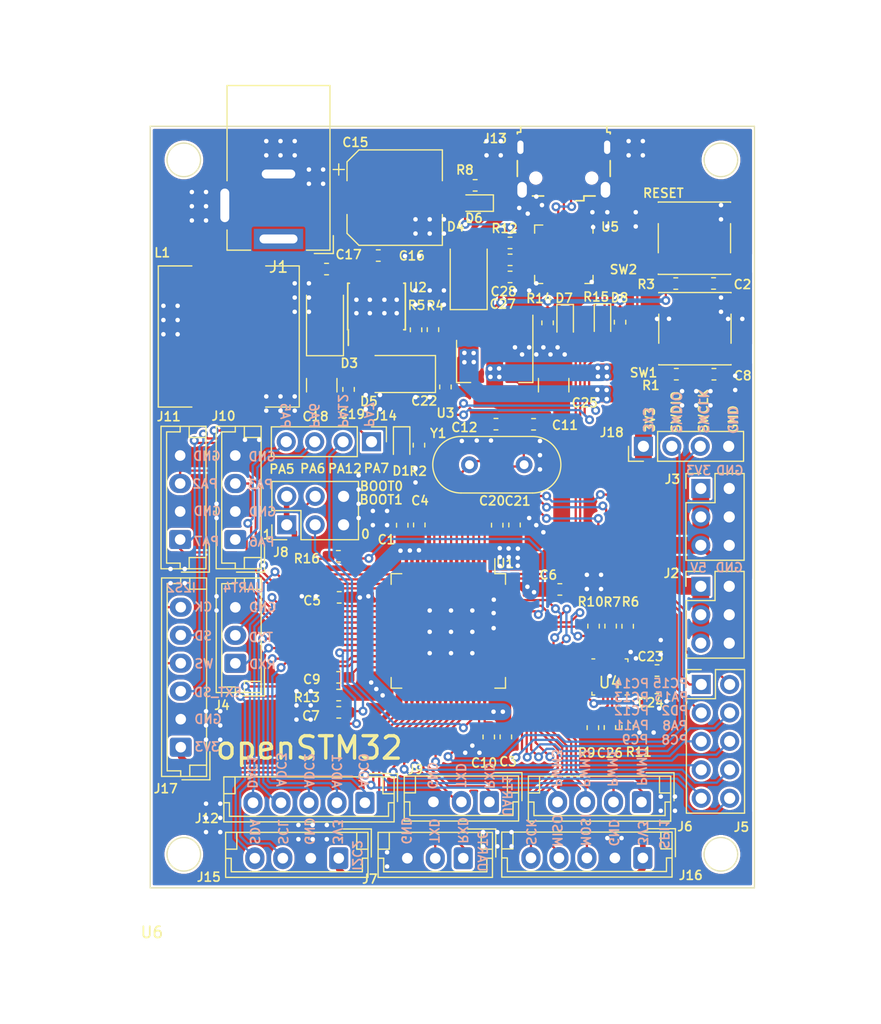
<source format=kicad_pcb>
(kicad_pcb (version 20171130) (host pcbnew 5.1.6-c6e7f7d~86~ubuntu16.04.1)
  (layers (0 F.Cu signal) (31 B.Cu signal) (34 B.Paste user hide) (35 F.Paste user hide) (36 B.SilkS user hide) (37 F.SilkS user hide) (38 B.Mask user) (39 F.Mask user hide) (44 Edge.Cuts user))
  (net 0 "")
  (net 1 GND)
  (net 2 +5V)
  (net 3 +3V3)
  (net 4 BUTTON)
  (net 5 "Net-(C9-Pad1)")
  (net 6 "Net-(C10-Pad1)")
  (net 7 "Net-(C11-Pad1)")
  (net 8 "Net-(C12-Pad1)")
  (net 9 "Net-(C15-Pad1)")
  (net 10 "Net-(C17-Pad2)")
  (net 11 "Net-(C17-Pad1)")
  (net 12 "Net-(C18-Pad1)")
  (net 13 NRST)
  (net 14 "Net-(C26-Pad1)")
  (net 15 "Net-(D1-Pad1)")
  (net 16 5V_USB)
  (net 17 "Net-(D6-Pad1)")
  (net 18 "Net-(D7-Pad2)")
  (net 19 CP2102_RXD)
  (net 20 "Net-(D8-Pad2)")
  (net 21 CP2102_TXD])
  (net 22 UART6_RXD)
  (net 23 UART6_TXD)
  (net 24 PB2)
  (net 25 TIM11_PWM1)
  (net 26 TIM10_PWM1)
  (net 27 TIM12_PWM2)
  (net 28 TIM12_PWM1)
  (net 29 UART1_RXD)
  (net 30 UART1_TXD)
  (net 31 BOOT0)
  (net 32 MOTOR_LEFT_DIR)
  (net 33 MOTOR_LEFT_PULSE)
  (net 34 MOTOR_RIGHT_DIR)
  (net 35 MOTOR_RIGHT_PULSE)
  (net 36 DAC1)
  (net 37 ADC3)
  (net 38 ADC2)
  (net 39 ADC1)
  (net 40 ADC0)
  (net 41 "Net-(J13-Pad2)")
  (net 42 "Net-(J13-Pad3)")
  (net 43 RESOLVER_RIGHT)
  (net 44 RESOLVER_LEFT)
  (net 45 I2C2_SDA)
  (net 46 I2C2_SCL)
  (net 47 SPI1_MOSI)
  (net 48 SPI1_MISO)
  (net 49 SPI1_SCK)
  (net 50 I2S2_EXT_SD)
  (net 51 I2S2_SD)
  (net 52 I2S2_CK)
  (net 53 I2S2_WS)
  (net 54 "Net-(R4-Pad2)")
  (net 55 "Net-(R6-Pad2)")
  (net 56 MPU9250_SCL)
  (net 57 "Net-(R9-Pad1)")
  (net 58 MPU9250_SDA)
  (net 59 "Net-(R11-Pad1)")
  (net 60 "Net-(R12-Pad2)")
  (net 61 LED_STT1)
  (net 62 "Net-(J8-Pad4)")
  (net 63 "Net-(J8-Pad3)")
  (net 64 SWCLK)
  (net 65 SWDIO)
  (net 66 PD2)
  (net 67 PA15)
  (net 68 PC8)
  (net 69 PC9)
  (net 70 PA8)
  (net 71 PA11)
  (net 72 PC12)
  (net 73 PC13)
  (net 74 PC15)
  (net 75 PC14)
  (net 76 UART4_TXD)
  (net 77 UART4_RXD)
  (module Package_SO:TI_SO-PowerPAD-8_ThermalVias (layer F.Cu) (at 159.9946 57.6961 90)
    (fp_text reference U2 (at 1.69926 3.68554 180) (layer F.SilkS) (effects (font (size 0.8 0.8))))
    (fp_text value TPS5430DDA)
    (pad 9 thru_hole circle (at 0.6 1.8 90) (size 0.8 0.8) (drill 0.4) (layers *.Cu) (net 1 GND))
    (pad 9 thru_hole circle (at 0.6 0.7 90) (size 0.8 0.8) (drill 0.4) (layers *.Cu) (net 1 GND))
    (pad 9 thru_hole circle (at -0.6 0.7 90) (size 0.8 0.8) (drill 0.4) (layers *.Cu) (net 1 GND))
    (pad 9 thru_hole circle (at -0.6 1.8 90) (size 0.8 0.8) (drill 0.4) (layers *.Cu) (net 1 GND))
    (pad 9 thru_hole circle (at 0.6 -1.8 90) (size 0.8 0.8) (drill 0.4) (layers *.Cu) (net 1 GND))
    (pad 9 thru_hole circle (at 0.6 -0.6 90) (size 0.8 0.8) (drill 0.4) (layers *.Cu) (net 1 GND))
    (pad 9 thru_hole circle (at -0.6 -0.6 90) (size 0.8 0.8) (drill 0.4) (layers *.Cu) (net 1 GND))
    (pad 9 thru_hole circle (at -0.6 -1.8 90) (size 0.8 0.8) (drill 0.4) (layers *.Cu) (net 1 GND))
    (pad 9 smd rect (at 0 0 90) (size 2.95 4.5) (layers B.Cu) (net 1 GND))
    (pad 8 smd rect (at 2.7 -1.905 90) (size 1.55 0.6) (layers F.Cu F.Paste F.Mask) (net 10 "Net-(C17-Pad2)"))
    (pad 7 smd rect (at 2.7 -0.635 90) (size 1.55 0.6) (layers F.Cu F.Paste F.Mask) (net 9 "Net-(C15-Pad1)"))
    (pad 6 smd rect (at 2.7 0.635 90) (size 1.55 0.6) (layers F.Cu F.Paste F.Mask) (net 1 GND))
    (pad 5 smd rect (at 2.7 1.905 90) (size 1.55 0.6) (layers F.Cu F.Paste F.Mask))
    (pad 4 smd rect (at -2.7 1.905 90) (size 1.55 0.6) (layers F.Cu F.Paste F.Mask) (net 54 "Net-(R4-Pad2)"))
    (pad 3 smd rect (at -2.7 0.635 90) (size 1.55 0.6) (layers F.Cu F.Paste F.Mask))
    (pad 2 smd rect (at -2.7 -0.635 90) (size 1.55 0.6) (layers F.Cu F.Paste F.Mask))
    (pad 1 smd rect (at -2.7 -1.905 90) (size 1.55 0.6) (layers F.Cu F.Paste F.Mask) (net 11 "Net-(C17-Pad1)"))
    (pad 9 smd rect (at 0 0 90) (size 2.95 4.5) (layers F.Cu) (net 1 GND))
    (pad 9 smd rect (at 0 0 90) (size 2.6 3.1) (layers F.Cu F.Paste F.Mask))
  )
  (module footprints:MPU9250 (layer F.Cu) (at 180.85308 90.77452)
    (fp_text reference U4 (at 0 0.5) (layer F.SilkS))
    (fp_text value MPU-9250)
    (pad 2 smd roundrect (at -1.5 -0.6) (size 0.75 0.2) (layers F.Cu F.Paste F.Mask))
    (pad 3 smd roundrect (at -1.5 -0.2) (size 0.75 0.2) (layers F.Cu F.Paste F.Mask))
    (pad 4 smd roundrect (at -1.5 0.2) (size 0.75 0.2) (layers F.Cu F.Paste F.Mask))
    (pad 5 smd roundrect (at -1.5 0.6) (size 0.75 0.2) (layers F.Cu F.Paste F.Mask))
    (pad 10 smd roundrect (at 0.2 1.5) (size 0.2 0.75) (layers F.Cu F.Paste F.Mask) (net 14 "Net-(C26-Pad1)"))
    (pad 11 smd roundrect (at 0.6 1.5) (size 0.2 0.75) (layers F.Cu F.Paste F.Mask) (net 59 "Net-(R11-Pad1)"))
    (pad 12 smd custom (at 1 1.5) (size 0.115147 0.115147) (layers F.Cu F.Paste F.Mask) (options (clearance outline) (anchor circle)) (primitives (gr_poly (pts (xy -0.06 -0.335) (xy -0.036569 -0.335) (xy 0.06 -0.238431) (xy 0.06 0.335) (xy -0.06 0.335)) (width 0.08))))
    (pad 6 smd custom (at -1.5 1) (size 0.115147 0.115147) (layers F.Cu F.Paste F.Mask) (options (clearance outline) (anchor circle)) (primitives (gr_poly (pts (xy -0.335 -0.06) (xy 0.335 -0.06) (xy 0.335 -0.036569) (xy 0.238431 0.06) (xy -0.335 0.06)) (width 0.08))))
    (pad 7 smd custom (at -1 1.5) (size 0.115147 0.115147) (layers F.Cu F.Paste F.Mask) (options (clearance outline) (anchor circle)) (primitives (gr_poly (pts (xy -0.06 -0.238431) (xy 0.036569 -0.335) (xy 0.06 -0.335) (xy 0.06 0.335) (xy -0.06 0.335)) (width 0.08))))
    (pad 13 smd custom (at 1.5 1) (size 0.115147 0.115147) (layers F.Cu F.Paste F.Mask) (net 3 +3V3) (options (clearance outline) (anchor circle)) (primitives (gr_poly (pts (xy -0.335 -0.06) (xy 0.335 -0.06) (xy 0.335 0.06) (xy -0.238431 0.06) (xy -0.335 -0.036569)) (width 0.08))))
    (pad 14 smd roundrect (at 1.5 0.6) (size 0.75 0.2) (layers F.Cu F.Paste F.Mask))
    (pad 15 smd roundrect (at 1.5 0.2) (size 0.75 0.2) (layers F.Cu F.Paste F.Mask))
    (pad 8 smd roundrect (at -0.6 1.5) (size 0.2 0.75) (layers F.Cu F.Paste F.Mask) (net 3 +3V3))
    (pad 9 smd roundrect (at -0.2 1.5) (size 0.2 0.75) (layers F.Cu F.Paste F.Mask) (net 57 "Net-(R9-Pad1)"))
    (pad 1 smd custom (at -1.5 -1) (size 0.115147 0.115147) (layers F.Cu F.Paste F.Mask) (net 3 +3V3) (options (clearance outline) (anchor circle)) (primitives (gr_poly (pts (xy -0.335 -0.06) (xy 0.238431 -0.06) (xy 0.335 0.036569) (xy 0.335 0.06) (xy -0.335 0.06)) (width 0.08))))
    (pad 16 smd roundrect (at 1.5 -0.2) (size 0.75 0.2) (layers F.Cu F.Paste F.Mask))
    (pad 17 smd roundrect (at 1.5 -0.6) (size 0.75 0.2) (layers F.Cu F.Paste F.Mask))
    (pad 18 smd custom (at 1.5 -1) (size 0.115147 0.115147) (layers F.Cu F.Paste F.Mask) (net 1 GND) (options (clearance outline) (anchor circle)) (primitives (gr_poly (pts (xy -0.335 0.036569) (xy -0.238431 -0.06) (xy 0.335 -0.06) (xy 0.335 0.06) (xy -0.335 0.06)) (width 0.08))))
    (pad 19 smd custom (at 1 -1.5) (size 0.115147 0.115147) (layers F.Cu F.Paste F.Mask) (options (clearance outline) (anchor circle)) (primitives (gr_poly (pts (xy -0.06 -0.335) (xy 0.06 -0.335) (xy 0.06 0.238431) (xy -0.036569 0.335) (xy -0.06 0.335)) (width 0.08))))
    (pad 20 smd roundrect (at 0.6 -1.5) (size 0.2 0.75) (layers F.Cu F.Paste F.Mask) (net 1 GND))
    (pad 21 smd roundrect (at 0.2 -1.5) (size 0.2 0.75) (layers F.Cu F.Paste F.Mask))
    (pad 22 smd roundrect (at -0.2 -1.5) (size 0.2 0.75) (layers F.Cu F.Paste F.Mask) (net 55 "Net-(R6-Pad2)"))
    (pad 23 smd roundrect (at -0.6 -1.5) (size 0.2 0.75) (layers F.Cu F.Paste F.Mask) (net 56 MPU9250_SCL))
    (pad 24 smd custom (at -1 -1.5) (size 0.115147 0.115147) (layers F.Cu F.Paste F.Mask) (net 58 MPU9250_SDA) (options (clearance outline) (anchor circle)) (primitives (gr_poly (pts (xy -0.06 -0.335) (xy 0.06 -0.335) (xy 0.06 0.335) (xy 0.036569 0.335) (xy -0.06 0.238431)) (width 0.08))))
    (pad GND smd rect (at 0 0) (size 1.75 1.6) (layers F.Cu F.Mask) (net 1 GND))
  )
  (module Connector_BarrelJack:BarrelJack_Wuerth_6941xx301002 (layer F.Cu) (at 151.2316 51.66868 180)
    (fp_text reference J1 (at 0 -2.5) (layer F.SilkS))
    (fp_text value Barrel_Jack_Switch)
    (pad 1 thru_hole rect (at 0 0 180) (size 4.4 1.8) (drill oval 3.4 0.8) (layers *.Cu *.Mask) (net 9 "Net-(C15-Pad1)"))
    (pad 2 thru_hole oval (at 0 5.8 180) (size 4 1.8) (drill oval 3 0.8) (layers *.Cu *.Mask) (net 1 GND))
    (pad 3 thru_hole oval (at 4.8 3 270) (size 4 1.8) (drill oval 3 0.8) (layers *.Cu *.Mask) (net 1 GND))
  )
  (module footprints:openSTM32F4_LQFP64_outline (layer F.Cu) (at 193.81724 109.63148)
    (fp_text reference U6 (at -53.9 3.95) (layer F.SilkS))
    (fp_text value outline)
  )
  (module Connector_PinHeader_2.54mm:PinHeader_2x05_P2.54mm_Vertical (layer F.Cu) (at 189.0141 91.44508)
    (fp_text reference J5 (at 3.58902 12.7381) (layer F.SilkS) (effects (font (size 0.8 0.8))))
    (fp_text value Conn_02x05_Odd_Even)
    (pad 10 thru_hole oval (at 2.54 10.16) (size 1.7 1.7) (drill 1) (layers *.Cu *.Mask) (net 68 PC8))
    (pad 9 thru_hole oval (at 0 10.16) (size 1.7 1.7) (drill 1) (layers *.Cu *.Mask) (net 69 PC9))
    (pad 8 thru_hole oval (at 2.54 7.62) (size 1.7 1.7) (drill 1) (layers *.Cu *.Mask) (net 70 PA8))
    (pad 7 thru_hole oval (at 0 7.62) (size 1.7 1.7) (drill 1) (layers *.Cu *.Mask) (net 71 PA11))
    (pad 6 thru_hole oval (at 2.54 5.08) (size 1.7 1.7) (drill 1) (layers *.Cu *.Mask) (net 66 PD2))
    (pad 5 thru_hole oval (at 0 5.08) (size 1.7 1.7) (drill 1) (layers *.Cu *.Mask) (net 72 PC12))
    (pad 4 thru_hole oval (at 2.54 2.54) (size 1.7 1.7) (drill 1) (layers *.Cu *.Mask) (net 67 PA15))
    (pad 3 thru_hole oval (at 0 2.54) (size 1.7 1.7) (drill 1) (layers *.Cu *.Mask) (net 73 PC13))
    (pad 2 thru_hole oval (at 2.54 0) (size 1.7 1.7) (drill 1) (layers *.Cu *.Mask) (net 74 PC15))
    (pad 1 thru_hole rect (at 0 0) (size 1.7 1.7) (drill 1) (layers *.Cu *.Mask) (net 75 PC14))
  )
  (module Connector_PinHeader_2.54mm:PinHeader_1x04_P2.54mm_Vertical (layer F.Cu) (at 183.8452 70.18528 90)
    (fp_text reference J18 (at 1.23952 -2.8321 180) (layer F.SilkS) (effects (font (size 0.8 0.8))))
    (fp_text value Conn_01x04)
    (pad 4 thru_hole oval (at 0 7.62 90) (size 1.7 1.7) (drill 1) (layers *.Cu *.Mask) (net 1 GND))
    (pad 3 thru_hole oval (at 0 5.08 90) (size 1.7 1.7) (drill 1) (layers *.Cu *.Mask) (net 64 SWCLK))
    (pad 2 thru_hole oval (at 0 2.54 90) (size 1.7 1.7) (drill 1) (layers *.Cu *.Mask) (net 65 SWDIO))
    (pad 1 thru_hole rect (at 0 0 90) (size 1.7 1.7) (drill 1) (layers *.Cu *.Mask) (net 3 +3V3))
  )
  (module Resistor_SMD:R_0603_1608Metric_Pad1.05x0.95mm_HandSolder (layer F.Cu) (at 156.5783 79.99984)
    (fp_text reference R16 (at -2.81686 0.20574) (layer F.SilkS) (effects (font (size 0.8 0.8))))
    (fp_text value 10K)
    (pad 2 smd roundrect (at 0.875 0) (size 1.05 0.95) (layers F.Cu F.Paste F.Mask) (net 31 BOOT0))
    (pad 1 smd roundrect (at -0.875 0) (size 1.05 0.95) (layers F.Cu F.Paste F.Mask) (net 62 "Net-(J8-Pad4)"))
  )
  (module Resistor_SMD:R_0603_1608Metric_Pad1.05x0.95mm_HandSolder (layer F.Cu) (at 156.6164 93.93682)
    (fp_text reference R13 (at -2.84988 -1.33604) (layer F.SilkS) (effects (font (size 0.8 0.8))))
    (fp_text value 10K)
    (pad 2 smd roundrect (at 0.875 0) (size 1.05 0.95) (layers F.Cu F.Paste F.Mask) (net 63 "Net-(J8-Pad3)"))
    (pad 1 smd roundrect (at -0.875 0) (size 1.05 0.95) (layers F.Cu F.Paste F.Mask) (net 24 PB2))
  )
  (module Connector_PinHeader_2.54mm:PinHeader_2x03_P2.54mm_Vertical (layer F.Cu) (at 188.976 73.94448)
    (fp_text reference J3 (at -2.54 -0.82296) (layer F.SilkS) (effects (font (size 0.8 0.8))))
    (fp_text value Conn_02x03_Odd_Even)
    (pad 6 thru_hole oval (at 2.54 5.08) (size 1.7 1.7) (drill 1) (layers *.Cu *.Mask) (net 1 GND))
    (pad 5 thru_hole oval (at 0 5.08) (size 1.7 1.7) (drill 1) (layers *.Cu *.Mask) (net 3 +3V3))
    (pad 4 thru_hole oval (at 2.54 2.54) (size 1.7 1.7) (drill 1) (layers *.Cu *.Mask) (net 1 GND))
    (pad 3 thru_hole oval (at 0 2.54) (size 1.7 1.7) (drill 1) (layers *.Cu *.Mask) (net 3 +3V3))
    (pad 2 thru_hole oval (at 2.54 0) (size 1.7 1.7) (drill 1) (layers *.Cu *.Mask) (net 1 GND))
    (pad 1 thru_hole rect (at 0 0) (size 1.7 1.7) (drill 1) (layers *.Cu *.Mask) (net 3 +3V3))
  )
  (module Connector_PinHeader_2.54mm:PinHeader_2x03_P2.54mm_Vertical (layer F.Cu) (at 188.976 82.68208)
    (fp_text reference J2 (at -2.63398 -1.16332) (layer F.SilkS) (effects (font (size 0.8 0.8))))
    (fp_text value Conn_02x03_Odd_Even)
    (pad 6 thru_hole oval (at 2.54 5.08) (size 1.7 1.7) (drill 1) (layers *.Cu *.Mask) (net 1 GND))
    (pad 5 thru_hole oval (at 0 5.08) (size 1.7 1.7) (drill 1) (layers *.Cu *.Mask) (net 2 +5V))
    (pad 4 thru_hole oval (at 2.54 2.54) (size 1.7 1.7) (drill 1) (layers *.Cu *.Mask) (net 1 GND))
    (pad 3 thru_hole oval (at 0 2.54) (size 1.7 1.7) (drill 1) (layers *.Cu *.Mask) (net 2 +5V))
    (pad 2 thru_hole oval (at 2.54 0) (size 1.7 1.7) (drill 1) (layers *.Cu *.Mask) (net 1 GND))
    (pad 1 thru_hole rect (at 0 0) (size 1.7 1.7) (drill 1) (layers *.Cu *.Mask) (net 2 +5V))
  )
  (module Connector_JST:JST_EH_B3B-EH-A_1x03_P2.50mm_Vertical (layer F.Cu) (at 170.0784 101.9302 180)
    (fp_text reference J9 (at 6.604 2.89052) (layer F.SilkS) (effects (font (size 0.8 0.8))))
    (fp_text value Conn_01x03)
    (pad 3 thru_hole oval (at 5 0 180) (size 1.7 1.95) (drill 0.95) (layers *.Cu *.Mask) (net 1 GND))
    (pad 2 thru_hole oval (at 2.5 0 180) (size 1.7 1.95) (drill 0.95) (layers *.Cu *.Mask) (net 30 UART1_TXD))
    (pad 1 thru_hole roundrect (at 0 0 180) (size 1.7 1.95) (drill 0.95) (layers *.Cu *.Mask) (roundrect_rratio 0.147059) (net 29 UART1_RXD))
  )
  (module Connector_JST:JST_EH_B3B-EH-A_1x03_P2.50mm_Vertical (layer F.Cu) (at 167.7416 106.9594 180)
    (fp_text reference J7 (at 8.34898 -1.85674) (layer F.SilkS) (effects (font (size 0.8 0.8))))
    (fp_text value Conn_01x03)
    (pad 3 thru_hole oval (at 5 0 180) (size 1.7 1.95) (drill 0.95) (layers *.Cu *.Mask) (net 1 GND))
    (pad 2 thru_hole oval (at 2.5 0 180) (size 1.7 1.95) (drill 0.95) (layers *.Cu *.Mask) (net 23 UART6_TXD))
    (pad 1 thru_hole roundrect (at 0 0 180) (size 1.7 1.95) (drill 0.95) (layers *.Cu *.Mask) (roundrect_rratio 0.147059) (net 22 UART6_RXD))
  )
  (module Connector_JST:JST_EH_B3B-EH-A_1x03_P2.50mm_Vertical (layer F.Cu) (at 147.37334 89.55786 90)
    (fp_text reference J4 (at -3.7465 -1.19634 180) (layer F.SilkS) (effects (font (size 0.8 0.8))))
    (fp_text value Conn_01x03)
    (pad 3 thru_hole oval (at 5 0 90) (size 1.7 1.95) (drill 0.95) (layers *.Cu *.Mask) (net 1 GND))
    (pad 2 thru_hole oval (at 2.5 0 90) (size 1.7 1.95) (drill 0.95) (layers *.Cu *.Mask) (net 76 UART4_TXD))
    (pad 1 thru_hole roundrect (at 0 0 90) (size 1.7 1.95) (drill 0.95) (layers *.Cu *.Mask) (roundrect_rratio 0.147059) (net 77 UART4_RXD))
  )
  (module Connector_PinHeader_2.54mm:PinHeader_1x04_P2.54mm_Vertical (layer F.Cu) (at 159.54248 69.7738 270)
    (fp_text reference J14 (at -2.31902 -1.20396 180) (layer F.SilkS) (effects (font (size 0.8 0.8))))
    (fp_text value Conn_01x04)
    (pad 4 thru_hole oval (at 0 7.62 270) (size 1.7 1.7) (drill 1) (layers *.Cu *.Mask) (net 44 RESOLVER_LEFT))
    (pad 3 thru_hole oval (at 0 5.08 270) (size 1.7 1.7) (drill 1) (layers *.Cu *.Mask) (net 33 MOTOR_LEFT_PULSE))
    (pad 2 thru_hole oval (at 0 2.54 270) (size 1.7 1.7) (drill 1) (layers *.Cu *.Mask) (net 43 RESOLVER_RIGHT))
    (pad 1 thru_hole rect (at 0 0 270) (size 1.7 1.7) (drill 1) (layers *.Cu *.Mask) (net 35 MOTOR_RIGHT_PULSE))
  )
  (module Connector_PinHeader_2.54mm:PinHeader_2x03_P2.54mm_Vertical (layer F.Cu) (at 151.9682 77.1906 90)
    (fp_text reference J8 (at -2.44602 -0.52324 180) (layer F.SilkS) (effects (font (size 0.8 0.8))))
    (fp_text value Conn_02x03_Odd_Even)
    (pad 6 thru_hole oval (at 2.54 5.08 90) (size 1.7 1.7) (drill 1) (layers *.Cu *.Mask) (net 1 GND))
    (pad 5 thru_hole oval (at 0 5.08 90) (size 1.7 1.7) (drill 1) (layers *.Cu *.Mask) (net 1 GND))
    (pad 4 thru_hole oval (at 2.54 2.54 90) (size 1.7 1.7) (drill 1) (layers *.Cu *.Mask) (net 62 "Net-(J8-Pad4)"))
    (pad 3 thru_hole oval (at 0 2.54 90) (size 1.7 1.7) (drill 1) (layers *.Cu *.Mask) (net 63 "Net-(J8-Pad3)"))
    (pad 2 thru_hole oval (at 2.54 0 90) (size 1.7 1.7) (drill 1) (layers *.Cu *.Mask) (net 3 +3V3))
    (pad 1 thru_hole rect (at 0 0 90) (size 1.7 1.7) (drill 1) (layers *.Cu *.Mask) (net 3 +3V3))
  )
  (module Capacitor_SMD:C_0603_1608Metric_Pad1.05x0.95mm_HandSolder (layer F.Cu) (at 172.3263 77.20584 90)
    (fp_text reference C21 (at 2.14122 0.27432 180) (layer F.SilkS) (effects (font (size 0.8 0.8))))
    (fp_text value 10uF)
    (pad 2 smd roundrect (at 0.875 0 90) (size 1.05 0.95) (layers F.Cu F.Paste F.Mask) (net 1 GND))
    (pad 1 smd roundrect (at -0.875 0 90) (size 1.05 0.95) (layers F.Cu F.Paste F.Mask) (net 3 +3V3))
  )
  (module Diode_SMD:D_SMA (layer F.Cu) (at 168.22928 54.57444 90)
    (fp_text reference D4 (at 3.99542 -1.1684 180) (layer F.SilkS) (effects (font (size 0.8 0.8))))
    (fp_text value SS24)
    (pad 2 smd rect (at 2 0 90) (size 2.5 1.8) (layers F.Cu F.Paste F.Mask) (net 16 5V_USB))
    (pad 1 smd rect (at -2 0 90) (size 2.5 1.8) (layers F.Cu F.Paste F.Mask) (net 2 +5V))
  )
  (module Diode_SMD:D_SMA (layer F.Cu) (at 155.3845 58.6928 90)
    (fp_text reference D3 (at -4.06552 2.1717 180) (layer F.SilkS) (effects (font (size 0.8 0.8))))
    (fp_text value SS34)
    (pad 2 smd rect (at 2 0 90) (size 2.5 1.8) (layers F.Cu F.Paste F.Mask) (net 1 GND))
    (pad 1 smd rect (at -2 0 90) (size 2.5 1.8) (layers F.Cu F.Paste F.Mask) (net 11 "Net-(C17-Pad1)"))
  )
  (module Diode_SMD:D_SMA (layer F.Cu) (at 161.8615 63.7286 180)
    (fp_text reference D5 (at 2.55524 -2.4384) (layer F.SilkS) (effects (font (size 0.8 0.8))))
    (fp_text value SS24)
    (pad 2 smd rect (at 2 0 180) (size 2.5 1.8) (layers F.Cu F.Paste F.Mask) (net 12 "Net-(C18-Pad1)"))
    (pad 1 smd rect (at -2 0 180) (size 2.5 1.8) (layers F.Cu F.Paste F.Mask) (net 2 +5V))
  )
  (module Crystal:Crystal_HC49-4H_Vertical (layer F.Cu) (at 173.18228 71.82612 180)
    (fp_text reference Y1 (at 7.6708 2.8067) (layer F.SilkS) (effects (font (size 0.8 0.8))))
    (fp_text value 8MHz)
    (pad 2 thru_hole circle (at 4.88 0 180) (size 1.5 1.5) (drill 0.8) (layers *.Cu *.Mask) (net 8 "Net-(C12-Pad1)"))
    (pad 1 thru_hole circle (at 0 0 180) (size 1.5 1.5) (drill 0.8) (layers *.Cu *.Mask) (net 7 "Net-(C11-Pad1)"))
  )
  (module Capacitor_SMD:C_1210_3225Metric (layer F.Cu) (at 155.09494 64.72682 270)
    (fp_text reference C18 (at 2.79146 0.55372 180) (layer F.SilkS) (effects (font (size 0.8 0.8))))
    (fp_text value 10uF)
    (pad 2 smd roundrect (at 1.4 0 270) (size 1.25 2.65) (layers F.Cu F.Paste F.Mask) (roundrect_rratio 0.2) (net 1 GND))
    (pad 1 smd roundrect (at -1.4 0 270) (size 1.25 2.65) (layers F.Cu F.Paste F.Mask) (roundrect_rratio 0.2) (net 12 "Net-(C18-Pad1)"))
  )
  (module Capacitor_SMD:C_1210_3225Metric (layer F.Cu) (at 175.82388 64.72428 90)
    (fp_text reference C25 (at -1.5748 2.77622 180) (layer F.SilkS) (effects (font (size 0.8 0.8))))
    (fp_text value 10uF)
    (pad 2 smd roundrect (at 1.4 0 90) (size 1.25 2.65) (layers F.Cu F.Paste F.Mask) (roundrect_rratio 0.2) (net 1 GND))
    (pad 1 smd roundrect (at -1.4 0 90) (size 1.25 2.65) (layers F.Cu F.Paste F.Mask) (roundrect_rratio 0.2) (net 3 +3V3))
  )
  (module Capacitor_SMD:CP_Elec_8x10 (layer F.Cu) (at 161.61512 47.97552)
    (fp_text reference C15 (at -3.51282 -4.93014) (layer F.SilkS) (effects (font (size 0.8 0.8))))
    (fp_text value 10uF)
    (pad 2 smd roundrect (at 3.25 0) (size 3.5 2.5) (layers F.Cu F.Paste F.Mask) (roundrect_rratio 0.1) (net 1 GND))
    (pad 1 smd roundrect (at -3.25 0) (size 3.5 2.5) (layers F.Cu F.Paste F.Mask) (roundrect_rratio 0.1) (net 9 "Net-(C15-Pad1)"))
  )
  (module Connector_USB:USB_Micro-B_Wuerth_629105150521 (layer F.Cu) (at 176.72812 45.43036 180)
    (fp_text reference J13 (at 6.15442 2.73296) (layer F.SilkS) (effects (font (size 0.8 0.8))))
    (fp_text value USB_B_Micro)
    (pad "" np_thru_hole oval (at 2.5 -0.8 180) (size 0.8 0.8) (drill 0.8) (layers *.Cu *.Mask))
    (pad "" np_thru_hole oval (at -2.5 -0.8 180) (size 0.8 0.8) (drill 0.8) (layers *.Cu *.Mask))
    (pad 6 thru_hole oval (at 3.875 1.95 180) (size 1.15 1.8) (drill oval 0.55 1.2) (layers *.Cu *.Mask) (net 1 GND))
    (pad 6 thru_hole oval (at -3.875 1.95 180) (size 1.15 1.8) (drill oval 0.55 1.2) (layers *.Cu *.Mask) (net 1 GND))
    (pad 6 thru_hole oval (at 3.725 -1.85 180) (size 1.45 2) (drill oval 0.85 1.4) (layers *.Cu *.Mask) (net 1 GND))
    (pad 6 thru_hole oval (at -3.725 -1.85 180) (size 1.45 2) (drill oval 0.85 1.4) (layers *.Cu *.Mask) (net 1 GND))
    (pad 5 smd rect (at 1.3 -1.9 180) (size 0.45 1.3) (layers F.Cu F.Paste F.Mask) (net 1 GND))
    (pad 4 smd rect (at 0.65 -1.9 180) (size 0.45 1.3) (layers F.Cu F.Paste F.Mask))
    (pad 3 smd rect (at 0 -1.9 180) (size 0.45 1.3) (layers F.Cu F.Paste F.Mask) (net 42 "Net-(J13-Pad3)"))
    (pad 2 smd rect (at -0.65 -1.9 180) (size 0.45 1.3) (layers F.Cu F.Paste F.Mask) (net 41 "Net-(J13-Pad2)"))
    (pad 1 smd rect (at -1.3 -1.9 180) (size 0.45 1.3) (layers F.Cu F.Paste F.Mask) (net 16 5V_USB))
  )
  (module Package_DFN_QFN:QFN-28-1EP_5x5mm_P0.5mm_EP3.35x3.35mm (layer F.Cu) (at 176.7332 53.0352 270)
    (fp_text reference U5 (at -2.44348 -4.13258 180) (layer F.SilkS) (effects (font (size 0.8 0.8))))
    (fp_text value CP2102N)
    (pad 28 smd roundrect (at -1.5 -2.45 270) (size 0.25 0.8) (layers F.Cu F.Paste F.Mask))
    (pad 27 smd roundrect (at -1 -2.45 270) (size 0.25 0.8) (layers F.Cu F.Paste F.Mask))
    (pad 26 smd roundrect (at -0.5 -2.45 270) (size 0.25 0.8) (layers F.Cu F.Paste F.Mask) (net 21 CP2102_TXD]))
    (pad 25 smd roundrect (at 0 -2.45 270) (size 0.25 0.8) (layers F.Cu F.Paste F.Mask) (net 19 CP2102_RXD))
    (pad 24 smd roundrect (at 0.5 -2.45 270) (size 0.25 0.8) (layers F.Cu F.Paste F.Mask))
    (pad 23 smd roundrect (at 1 -2.45 270) (size 0.25 0.8) (layers F.Cu F.Paste F.Mask))
    (pad 22 smd roundrect (at 1.5 -2.45 270) (size 0.25 0.8) (layers F.Cu F.Paste F.Mask))
    (pad 21 smd roundrect (at 2.45 -1.5 270) (size 0.8 0.25) (layers F.Cu F.Paste F.Mask))
    (pad 20 smd roundrect (at 2.45 -1 270) (size 0.8 0.25) (layers F.Cu F.Paste F.Mask))
    (pad 19 smd roundrect (at 2.45 -0.5 270) (size 0.8 0.25) (layers F.Cu F.Paste F.Mask))
    (pad 18 smd roundrect (at 2.45 0 270) (size 0.8 0.25) (layers F.Cu F.Paste F.Mask))
    (pad 17 smd roundrect (at 2.45 0.5 270) (size 0.8 0.25) (layers F.Cu F.Paste F.Mask))
    (pad 16 smd roundrect (at 2.45 1 270) (size 0.8 0.25) (layers F.Cu F.Paste F.Mask))
    (pad 15 smd roundrect (at 2.45 1.5 270) (size 0.8 0.25) (layers F.Cu F.Paste F.Mask))
    (pad 14 smd roundrect (at 1.5 2.45 270) (size 0.25 0.8) (layers F.Cu F.Paste F.Mask))
    (pad 13 smd roundrect (at 1 2.45 270) (size 0.25 0.8) (layers F.Cu F.Paste F.Mask))
    (pad 12 smd roundrect (at 0.5 2.45 270) (size 0.25 0.8) (layers F.Cu F.Paste F.Mask))
    (pad 11 smd roundrect (at 0 2.45 270) (size 0.25 0.8) (layers F.Cu F.Paste F.Mask))
    (pad 10 smd roundrect (at -0.5 2.45 270) (size 0.25 0.8) (layers F.Cu F.Paste F.Mask))
    (pad 9 smd roundrect (at -1 2.45 270) (size 0.25 0.8) (layers F.Cu F.Paste F.Mask) (net 60 "Net-(R12-Pad2)"))
    (pad 8 smd roundrect (at -1.5 2.45 270) (size 0.25 0.8) (layers F.Cu F.Paste F.Mask) (net 3 +3V3))
    (pad 7 smd roundrect (at -2.45 1.5 270) (size 0.8 0.25) (layers F.Cu F.Paste F.Mask) (net 3 +3V3))
    (pad 6 smd roundrect (at -2.45 1 270) (size 0.8 0.25) (layers F.Cu F.Paste F.Mask) (net 3 +3V3))
    (pad 5 smd roundrect (at -2.45 0.5 270) (size 0.8 0.25) (layers F.Cu F.Paste F.Mask) (net 41 "Net-(J13-Pad2)"))
    (pad 4 smd roundrect (at -2.45 0 270) (size 0.8 0.25) (layers F.Cu F.Paste F.Mask) (net 42 "Net-(J13-Pad3)"))
    (pad 3 smd roundrect (at -2.45 -0.5 270) (size 0.8 0.25) (layers F.Cu F.Paste F.Mask) (net 1 GND))
    (pad 2 smd roundrect (at -2.45 -1 270) (size 0.8 0.25) (layers F.Cu F.Paste F.Mask))
    (pad 1 smd roundrect (at -2.45 -1.5 270) (size 0.8 0.25) (layers F.Cu F.Paste F.Mask))
    (pad 29 smd roundrect (at 0 0 270) (size 3.35 3.35) (layers F.Cu F.Mask) (roundrect_rratio 0.074627) (net 1 GND))
  )
  (module Package_TO_SOT_SMD:SOT-223-3_TabPin2 (layer F.Cu) (at 170.55592 62.57544 270)
    (fp_text reference U3 (at 4.63296 4.40182 180) (layer F.SilkS) (effects (font (size 0.8 0.8))))
    (fp_text value AMS1117-3.3)
    (pad 1 smd rect (at -3.15 -2.3 270) (size 2 1.5) (layers F.Cu F.Paste F.Mask) (net 1 GND))
    (pad 3 smd rect (at -3.15 2.3 270) (size 2 1.5) (layers F.Cu F.Paste F.Mask) (net 2 +5V))
    (pad 2 smd rect (at -3.15 0 270) (size 2 1.5) (layers F.Cu F.Paste F.Mask) (net 3 +3V3))
    (pad 2 smd rect (at 3.15 0 270) (size 2 3.8) (layers F.Cu F.Paste F.Mask) (net 3 +3V3))
  )
  (module Package_QFP:LQFP-64_10x10mm_P0.5mm (layer F.Cu) (at 166.4081 86.6648 270)
    (fp_text reference U1 (at -6.02742 -5.07492 180) (layer F.SilkS) (effects (font (size 0.8 0.8))))
    (fp_text value STM32F405RGTx)
    (pad 64 smd roundrect (at -3.75 -5.675 270) (size 0.3 1.55) (layers F.Cu F.Paste F.Mask) (net 3 +3V3))
    (pad 63 smd roundrect (at -3.25 -5.675 270) (size 0.3 1.55) (layers F.Cu F.Paste F.Mask) (net 1 GND))
    (pad 62 smd roundrect (at -2.75 -5.675 270) (size 0.3 1.55) (layers F.Cu F.Paste F.Mask) (net 27 TIM12_PWM2))
    (pad 61 smd roundrect (at -2.25 -5.675 270) (size 0.3 1.55) (layers F.Cu F.Paste F.Mask) (net 28 TIM12_PWM1))
    (pad 60 smd roundrect (at -1.75 -5.675 270) (size 0.3 1.55) (layers F.Cu F.Paste F.Mask) (net 31 BOOT0))
    (pad 59 smd roundrect (at -1.25 -5.675 270) (size 0.3 1.55) (layers F.Cu F.Paste F.Mask) (net 58 MPU9250_SDA))
    (pad 58 smd roundrect (at -0.75 -5.675 270) (size 0.3 1.55) (layers F.Cu F.Paste F.Mask) (net 56 MPU9250_SCL))
    (pad 57 smd roundrect (at -0.25 -5.675 270) (size 0.3 1.55) (layers F.Cu F.Paste F.Mask) (net 47 SPI1_MOSI))
    (pad 56 smd roundrect (at 0.25 -5.675 270) (size 0.3 1.55) (layers F.Cu F.Paste F.Mask) (net 48 SPI1_MISO))
    (pad 55 smd roundrect (at 0.75 -5.675 270) (size 0.3 1.55) (layers F.Cu F.Paste F.Mask) (net 49 SPI1_SCK))
    (pad 54 smd roundrect (at 1.25 -5.675 270) (size 0.3 1.55) (layers F.Cu F.Paste F.Mask) (net 66 PD2))
    (pad 53 smd roundrect (at 1.75 -5.675 270) (size 0.3 1.55) (layers F.Cu F.Paste F.Mask) (net 72 PC12))
    (pad 52 smd roundrect (at 2.25 -5.675 270) (size 0.3 1.55) (layers F.Cu F.Paste F.Mask) (net 21 CP2102_TXD]))
    (pad 51 smd roundrect (at 2.75 -5.675 270) (size 0.3 1.55) (layers F.Cu F.Paste F.Mask) (net 19 CP2102_RXD))
    (pad 50 smd roundrect (at 3.25 -5.675 270) (size 0.3 1.55) (layers F.Cu F.Paste F.Mask) (net 67 PA15))
    (pad 49 smd roundrect (at 3.75 -5.675 270) (size 0.3 1.55) (layers F.Cu F.Paste F.Mask) (net 64 SWCLK))
    (pad 48 smd roundrect (at 5.675 -3.75 270) (size 1.55 0.3) (layers F.Cu F.Paste F.Mask) (net 3 +3V3))
    (pad 47 smd roundrect (at 5.675 -3.25 270) (size 1.55 0.3) (layers F.Cu F.Paste F.Mask) (net 6 "Net-(C10-Pad1)"))
    (pad 46 smd roundrect (at 5.675 -2.75 270) (size 1.55 0.3) (layers F.Cu F.Paste F.Mask) (net 65 SWDIO))
    (pad 45 smd roundrect (at 5.675 -2.25 270) (size 1.55 0.3) (layers F.Cu F.Paste F.Mask) (net 43 RESOLVER_RIGHT))
    (pad 44 smd roundrect (at 5.675 -1.75 270) (size 1.55 0.3) (layers F.Cu F.Paste F.Mask) (net 71 PA11))
    (pad 43 smd roundrect (at 5.675 -1.25 270) (size 1.55 0.3) (layers F.Cu F.Paste F.Mask) (net 29 UART1_RXD))
    (pad 42 smd roundrect (at 5.675 -0.75 270) (size 1.55 0.3) (layers F.Cu F.Paste F.Mask) (net 30 UART1_TXD))
    (pad 41 smd roundrect (at 5.675 -0.25 270) (size 1.55 0.3) (layers F.Cu F.Paste F.Mask) (net 70 PA8))
    (pad 40 smd roundrect (at 5.675 0.25 270) (size 1.55 0.3) (layers F.Cu F.Paste F.Mask) (net 69 PC9))
    (pad 39 smd roundrect (at 5.675 0.75 270) (size 1.55 0.3) (layers F.Cu F.Paste F.Mask) (net 68 PC8))
    (pad 38 smd roundrect (at 5.675 1.25 270) (size 1.55 0.3) (layers F.Cu F.Paste F.Mask) (net 22 UART6_RXD))
    (pad 37 smd roundrect (at 5.675 1.75 270) (size 1.55 0.3) (layers F.Cu F.Paste F.Mask) (net 23 UART6_TXD))
    (pad 36 smd roundrect (at 5.675 2.25 270) (size 1.55 0.3) (layers F.Cu F.Paste F.Mask) (net 25 TIM11_PWM1))
    (pad 35 smd roundrect (at 5.675 2.75 270) (size 1.55 0.3) (layers F.Cu F.Paste F.Mask) (net 26 TIM10_PWM1))
    (pad 34 smd roundrect (at 5.675 3.25 270) (size 1.55 0.3) (layers F.Cu F.Paste F.Mask) (net 52 I2S2_CK))
    (pad 33 smd roundrect (at 5.675 3.75 270) (size 1.55 0.3) (layers F.Cu F.Paste F.Mask) (net 53 I2S2_WS))
    (pad 32 smd roundrect (at 3.75 5.675 270) (size 0.3 1.55) (layers F.Cu F.Paste F.Mask) (net 3 +3V3))
    (pad 31 smd roundrect (at 3.25 5.675 270) (size 0.3 1.55) (layers F.Cu F.Paste F.Mask) (net 5 "Net-(C9-Pad1)"))
    (pad 30 smd roundrect (at 2.75 5.675 270) (size 0.3 1.55) (layers F.Cu F.Paste F.Mask) (net 45 I2C2_SDA))
    (pad 29 smd roundrect (at 2.25 5.675 270) (size 0.3 1.55) (layers F.Cu F.Paste F.Mask) (net 46 I2C2_SCL))
    (pad 28 smd roundrect (at 1.75 5.675 270) (size 0.3 1.55) (layers F.Cu F.Paste F.Mask) (net 24 PB2))
    (pad 27 smd roundrect (at 1.25 5.675 270) (size 0.3 1.55) (layers F.Cu F.Paste F.Mask) (net 40 ADC0))
    (pad 26 smd roundrect (at 0.75 5.675 270) (size 0.3 1.55) (layers F.Cu F.Paste F.Mask) (net 39 ADC1))
    (pad 25 smd roundrect (at 0.25 5.675 270) (size 0.3 1.55) (layers F.Cu F.Paste F.Mask) (net 38 ADC2))
    (pad 24 smd roundrect (at -0.25 5.675 270) (size 0.3 1.55) (layers F.Cu F.Paste F.Mask) (net 37 ADC3))
    (pad 23 smd roundrect (at -0.75 5.675 270) (size 0.3 1.55) (layers F.Cu F.Paste F.Mask) (net 35 MOTOR_RIGHT_PULSE))
    (pad 22 smd roundrect (at -1.25 5.675 270) (size 0.3 1.55) (layers F.Cu F.Paste F.Mask) (net 33 MOTOR_LEFT_PULSE))
    (pad 21 smd roundrect (at -1.75 5.675 270) (size 0.3 1.55) (layers F.Cu F.Paste F.Mask) (net 44 RESOLVER_LEFT))
    (pad 20 smd roundrect (at -2.25 5.675 270) (size 0.3 1.55) (layers F.Cu F.Paste F.Mask) (net 36 DAC1))
    (pad 19 smd roundrect (at -2.75 5.675 270) (size 0.3 1.55) (layers F.Cu F.Paste F.Mask) (net 3 +3V3))
    (pad 18 smd roundrect (at -3.25 5.675 270) (size 0.3 1.55) (layers F.Cu F.Paste F.Mask) (net 1 GND))
    (pad 17 smd roundrect (at -3.75 5.675 270) (size 0.3 1.55) (layers F.Cu F.Paste F.Mask) (net 32 MOTOR_LEFT_DIR))
    (pad 16 smd roundrect (at -5.675 3.75 270) (size 1.55 0.3) (layers F.Cu F.Paste F.Mask) (net 34 MOTOR_RIGHT_DIR))
    (pad 15 smd roundrect (at -5.675 3.25 270) (size 1.55 0.3) (layers F.Cu F.Paste F.Mask) (net 77 UART4_RXD))
    (pad 14 smd roundrect (at -5.675 2.75 270) (size 1.55 0.3) (layers F.Cu F.Paste F.Mask) (net 76 UART4_TXD))
    (pad 13 smd roundrect (at -5.675 2.25 270) (size 1.55 0.3) (layers F.Cu F.Paste F.Mask) (net 3 +3V3))
    (pad 12 smd roundrect (at -5.675 1.75 270) (size 1.55 0.3) (layers F.Cu F.Paste F.Mask) (net 1 GND))
    (pad 11 smd roundrect (at -5.675 1.25 270) (size 1.55 0.3) (layers F.Cu F.Paste F.Mask) (net 51 I2S2_SD))
    (pad 10 smd roundrect (at -5.675 0.75 270) (size 1.55 0.3) (layers F.Cu F.Paste F.Mask) (net 50 I2S2_EXT_SD))
    (pad 9 smd roundrect (at -5.675 0.25 270) (size 1.55 0.3) (layers F.Cu F.Paste F.Mask) (net 61 LED_STT1))
    (pad 8 smd roundrect (at -5.675 -0.25 270) (size 1.55 0.3) (layers F.Cu F.Paste F.Mask) (net 4 BUTTON))
    (pad 7 smd roundrect (at -5.675 -0.75 270) (size 1.55 0.3) (layers F.Cu F.Paste F.Mask) (net 13 NRST))
    (pad 6 smd roundrect (at -5.675 -1.25 270) (size 1.55 0.3) (layers F.Cu F.Paste F.Mask) (net 8 "Net-(C12-Pad1)"))
    (pad 5 smd roundrect (at -5.675 -1.75 270) (size 1.55 0.3) (layers F.Cu F.Paste F.Mask) (net 7 "Net-(C11-Pad1)"))
    (pad 4 smd roundrect (at -5.675 -2.25 270) (size 1.55 0.3) (layers F.Cu F.Paste F.Mask) (net 74 PC15))
    (pad 3 smd roundrect (at -5.675 -2.75 270) (size 1.55 0.3) (layers F.Cu F.Paste F.Mask) (net 75 PC14))
    (pad 2 smd roundrect (at -5.675 -3.25 270) (size 1.55 0.3) (layers F.Cu F.Paste F.Mask) (net 73 PC13))
    (pad 1 smd roundrect (at -5.675 -3.75 270) (size 1.55 0.3) (layers F.Cu F.Paste F.Mask) (net 3 +3V3))
  )
  (module Button_Switch_SMD:SW_Push_1P1T_NO_6x6mm_H9.5mm (layer F.Cu) (at 188.4045 51.6001 180)
    (fp_text reference SW2 (at 6.33984 -2.80162) (layer F.SilkS) (effects (font (size 0.8 0.8))))
    (fp_text value SW_Push)
    (pad 2 smd rect (at 3.975 2.25 180) (size 1.55 1.3) (layers F.Cu F.Paste F.Mask) (net 1 GND))
    (pad 1 smd rect (at 3.975 -2.25 180) (size 1.55 1.3) (layers F.Cu F.Paste F.Mask) (net 13 NRST))
    (pad 1 smd rect (at -3.975 -2.25 180) (size 1.55 1.3) (layers F.Cu F.Paste F.Mask) (net 13 NRST))
    (pad 2 smd rect (at -3.975 2.25 180) (size 1.55 1.3) (layers F.Cu F.Paste F.Mask) (net 1 GND))
  )
  (module Button_Switch_SMD:SW_Push_1P1T_NO_6x6mm_H9.5mm (layer F.Cu) (at 188.44768 59.67984 180)
    (fp_text reference SW1 (at 4.58724 -3.93446) (layer F.SilkS) (effects (font (size 0.8 0.8))))
    (fp_text value SW_Push)
    (pad 2 smd rect (at 3.975 2.25 180) (size 1.55 1.3) (layers F.Cu F.Paste F.Mask) (net 1 GND))
    (pad 1 smd rect (at 3.975 -2.25 180) (size 1.55 1.3) (layers F.Cu F.Paste F.Mask) (net 4 BUTTON))
    (pad 1 smd rect (at -3.975 -2.25 180) (size 1.55 1.3) (layers F.Cu F.Paste F.Mask) (net 4 BUTTON))
    (pad 2 smd rect (at -3.975 2.25 180) (size 1.55 1.3) (layers F.Cu F.Paste F.Mask) (net 1 GND))
  )
  (module Resistor_SMD:R_0603_1608Metric_Pad1.05x0.95mm_HandSolder (layer F.Cu) (at 181.75732 59.10072 90)
    (fp_text reference R15 (at 2.25552 -2.1336 180) (layer F.SilkS) (effects (font (size 0.8 0.8))))
    (fp_text value 330R)
    (pad 2 smd roundrect (at 0.875 0 90) (size 1.05 0.95) (layers F.Cu F.Paste F.Mask) (net 3 +3V3))
    (pad 1 smd roundrect (at -0.875 0 90) (size 1.05 0.95) (layers F.Cu F.Paste F.Mask) (net 20 "Net-(D8-Pad2)"))
  )
  (module Resistor_SMD:R_0603_1608Metric_Pad1.05x0.95mm_HandSolder (layer F.Cu) (at 175.28032 59.15914 90)
    (fp_text reference R14 (at 2.18186 -0.74422 180) (layer F.SilkS) (effects (font (size 0.8 0.8))))
    (fp_text value 330R)
    (pad 2 smd roundrect (at 0.875 0 90) (size 1.05 0.95) (layers F.Cu F.Paste F.Mask) (net 3 +3V3))
    (pad 1 smd roundrect (at -0.875 0 90) (size 1.05 0.95) (layers F.Cu F.Paste F.Mask) (net 18 "Net-(D7-Pad2)"))
  )
  (module Resistor_SMD:R_0603_1608Metric_Pad1.05x0.95mm_HandSolder (layer F.Cu) (at 171.92244 52.0192)
    (fp_text reference R12 (at -0.49022 -1.29032) (layer F.SilkS) (effects (font (size 0.8 0.8))))
    (fp_text value 10K)
    (pad 2 smd roundrect (at 0.875 0) (size 1.05 0.95) (layers F.Cu F.Paste F.Mask) (net 60 "Net-(R12-Pad2)"))
    (pad 1 smd roundrect (at -0.875 0) (size 1.05 0.95) (layers F.Cu F.Paste F.Mask) (net 3 +3V3))
  )
  (module Resistor_SMD:R_0603_1608Metric_Pad1.05x0.95mm_HandSolder (layer F.Cu) (at 182.42788 95.27924 270)
    (fp_text reference R11 (at 2.19834 -1.0033 180) (layer F.SilkS) (effects (font (size 0.8 0.8))))
    (fp_text value 10K)
    (pad 2 smd roundrect (at 0.875 0 270) (size 1.05 0.95) (layers F.Cu F.Paste F.Mask) (net 1 GND))
    (pad 1 smd roundrect (at -0.875 0 270) (size 1.05 0.95) (layers F.Cu F.Paste F.Mask) (net 59 "Net-(R11-Pad1)"))
  )
  (module Resistor_SMD:R_0603_1608Metric_Pad1.05x0.95mm_HandSolder (layer F.Cu) (at 179.39004 86.23684 270)
    (fp_text reference R10 (at -2.17808 0.26162 180) (layer F.SilkS) (effects (font (size 0.8 0.8))))
    (fp_text value 10K)
    (pad 2 smd roundrect (at 0.875 0 270) (size 1.05 0.95) (layers F.Cu F.Paste F.Mask) (net 58 MPU9250_SDA))
    (pad 1 smd roundrect (at -0.875 0 270) (size 1.05 0.95) (layers F.Cu F.Paste F.Mask) (net 3 +3V3))
  )
  (module Resistor_SMD:R_0603_1608Metric_Pad1.05x0.95mm_HandSolder (layer F.Cu) (at 179.32908 95.30204 270)
    (fp_text reference R9 (at 2.2492 0.55626 180) (layer F.SilkS) (effects (font (size 0.8 0.8))))
    (fp_text value 10K)
    (pad 2 smd roundrect (at 0.875 0 270) (size 1.05 0.95) (layers F.Cu F.Paste F.Mask) (net 1 GND))
    (pad 1 smd roundrect (at -0.875 0 270) (size 1.05 0.95) (layers F.Cu F.Paste F.Mask) (net 57 "Net-(R9-Pad1)"))
  )
  (module Resistor_SMD:R_0603_1608Metric_Pad1.05x0.95mm_HandSolder (layer F.Cu) (at 168.80586 46.88078 180)
    (fp_text reference R8 (at 0.91694 1.37414) (layer F.SilkS) (effects (font (size 0.8 0.8))))
    (fp_text value 470R)
    (pad 2 smd roundrect (at 0.875 0 180) (size 1.05 0.95) (layers F.Cu F.Paste F.Mask) (net 1 GND))
    (pad 1 smd roundrect (at -0.875 0 180) (size 1.05 0.95) (layers F.Cu F.Paste F.Mask) (net 17 "Net-(D6-Pad1)"))
  )
  (module Resistor_SMD:R_0603_1608Metric_Pad1.05x0.95mm_HandSolder (layer F.Cu) (at 180.91404 86.23684 270)
    (fp_text reference R7 (at -2.13998 -0.14224 180) (layer F.SilkS) (effects (font (size 0.8 0.8))))
    (fp_text value 10K)
    (pad 2 smd roundrect (at 0.875 0 270) (size 1.05 0.95) (layers F.Cu F.Paste F.Mask) (net 56 MPU9250_SCL))
    (pad 1 smd roundrect (at -0.875 0 270) (size 1.05 0.95) (layers F.Cu F.Paste F.Mask) (net 3 +3V3))
  )
  (module Resistor_SMD:R_0603_1608Metric_Pad1.05x0.95mm_HandSolder (layer F.Cu) (at 182.43804 86.24824 270)
    (fp_text reference R6 (at -2.17678 -0.254 180) (layer F.SilkS) (effects (font (size 0.8 0.8))))
    (fp_text value 10K)
    (pad 2 smd roundrect (at 0.875 0 270) (size 1.05 0.95) (layers F.Cu F.Paste F.Mask) (net 55 "Net-(R6-Pad2)"))
    (pad 1 smd roundrect (at -0.875 0 270) (size 1.05 0.95) (layers F.Cu F.Paste F.Mask) (net 3 +3V3))
  )
  (module Resistor_SMD:R_0603_1608Metric_Pad1.05x0.95mm_HandSolder (layer F.Cu) (at 163.5252 59.7789 90)
    (fp_text reference R5 (at 2.18694 0.04318 180) (layer F.SilkS) (effects (font (size 0.8 0.8))))
    (fp_text value 3.24K)
    (pad 2 smd roundrect (at 0.875 0 90) (size 1.05 0.95) (layers F.Cu F.Paste F.Mask) (net 1 GND))
    (pad 1 smd roundrect (at -0.875 0 90) (size 1.05 0.95) (layers F.Cu F.Paste F.Mask) (net 54 "Net-(R4-Pad2)"))
  )
  (module Resistor_SMD:R_0603_1608Metric_Pad1.05x0.95mm_HandSolder (layer F.Cu) (at 165.0365 59.7662 270)
    (fp_text reference R4 (at -2.13868 -0.19812 180) (layer F.SilkS) (effects (font (size 0.8 0.8))))
    (fp_text value 10K)
    (pad 2 smd roundrect (at 0.875 0 270) (size 1.05 0.95) (layers F.Cu F.Paste F.Mask) (net 54 "Net-(R4-Pad2)"))
    (pad 1 smd roundrect (at -0.875 0 270) (size 1.05 0.95) (layers F.Cu F.Paste F.Mask) (net 12 "Net-(C18-Pad1)"))
  )
  (module Resistor_SMD:R_0603_1608Metric_Pad1.05x0.95mm_HandSolder (layer F.Cu) (at 186.73826 55.64886)
    (fp_text reference R3 (at -2.64668 0.06858) (layer F.SilkS) (effects (font (size 0.8 0.8))))
    (fp_text value 10K)
    (pad 2 smd roundrect (at 0.875 0) (size 1.05 0.95) (layers F.Cu F.Paste F.Mask) (net 13 NRST))
    (pad 1 smd roundrect (at -0.875 0) (size 1.05 0.95) (layers F.Cu F.Paste F.Mask) (net 3 +3V3))
  )
  (module Resistor_SMD:R_0603_1608Metric_Pad1.05x0.95mm_HandSolder (layer F.Cu) (at 163.78428 70.0786 270)
    (fp_text reference R2 (at 2.3241 0.07112 180) (layer F.SilkS) (effects (font (size 0.8 0.8))))
    (fp_text value 10K)
    (pad 2 smd roundrect (at 0.875 0 270) (size 1.05 0.95) (layers F.Cu F.Paste F.Mask) (net 1 GND))
    (pad 1 smd roundrect (at -0.875 0 270) (size 1.05 0.95) (layers F.Cu F.Paste F.Mask) (net 15 "Net-(D1-Pad1)"))
  )
  (module Resistor_SMD:R_0603_1608Metric_Pad1.05x0.95mm_HandSolder (layer F.Cu) (at 186.78652 63.7413)
    (fp_text reference R1 (at -2.27584 1.0033) (layer F.SilkS) (effects (font (size 0.8 0.8))))
    (fp_text value 10K)
    (pad 2 smd roundrect (at 0.875 0) (size 1.05 0.95) (layers F.Cu F.Paste F.Mask) (net 4 BUTTON))
    (pad 1 smd roundrect (at -0.875 0) (size 1.05 0.95) (layers F.Cu F.Paste F.Mask) (net 3 +3V3))
  )
  (module Inductor_SMD:L_12x12mm_H6mm (layer F.Cu) (at 146.7866 60.3758 270)
    (fp_text reference L1 (at -7.4803 5.94868 180) (layer F.SilkS) (effects (font (size 0.8 0.8))))
    (fp_text value 15uH)
    (pad 2 smd rect (at 4.95 0 270) (size 2.9 5.4) (layers F.Cu F.Paste F.Mask) (net 12 "Net-(C18-Pad1)"))
    (pad 1 smd rect (at -4.95 0 270) (size 2.9 5.4) (layers F.Cu F.Paste F.Mask) (net 11 "Net-(C17-Pad1)"))
  )
  (module Connector_JST:JST_EH_B6B-EH-A_1x06_P2.50mm_Vertical (layer F.Cu) (at 142.49146 97.04578 90)
    (fp_text reference J17 (at -3.69824 -1.33858) (layer F.SilkS) (effects (font (size 0.8 0.8))))
    (fp_text value Conn_01x06)
    (pad 6 thru_hole oval (at 12.5 0 90) (size 1.7 1.95) (drill 0.95) (layers *.Cu *.Mask) (net 52 I2S2_CK))
    (pad 5 thru_hole oval (at 10 0 90) (size 1.7 1.95) (drill 0.95) (layers *.Cu *.Mask) (net 51 I2S2_SD))
    (pad 4 thru_hole oval (at 7.5 0 90) (size 1.7 1.95) (drill 0.95) (layers *.Cu *.Mask) (net 53 I2S2_WS))
    (pad 3 thru_hole oval (at 5 0 90) (size 1.7 1.95) (drill 0.95) (layers *.Cu *.Mask) (net 50 I2S2_EXT_SD))
    (pad 2 thru_hole oval (at 2.5 0 90) (size 1.7 1.95) (drill 0.95) (layers *.Cu *.Mask) (net 1 GND))
    (pad 1 thru_hole roundrect (at 0 0 90) (size 1.7 1.95) (drill 0.95) (layers *.Cu *.Mask) (roundrect_rratio 0.147059) (net 3 +3V3))
  )
  (module Connector_JST:JST_EH_B5B-EH-A_1x05_P2.50mm_Vertical (layer F.Cu) (at 183.7944 106.934 180)
    (fp_text reference J16 (at -4.2799 -1.55194) (layer F.SilkS) (effects (font (size 0.8 0.8))))
    (fp_text value Conn_01x05)
    (pad 5 thru_hole oval (at 10 0 180) (size 1.7 1.95) (drill 0.95) (layers *.Cu *.Mask) (net 49 SPI1_SCK))
    (pad 4 thru_hole oval (at 7.5 0 180) (size 1.7 1.95) (drill 0.95) (layers *.Cu *.Mask) (net 48 SPI1_MISO))
    (pad 3 thru_hole oval (at 5 0 180) (size 1.7 1.95) (drill 0.95) (layers *.Cu *.Mask) (net 47 SPI1_MOSI))
    (pad 2 thru_hole oval (at 2.5 0 180) (size 1.7 1.95) (drill 0.95) (layers *.Cu *.Mask) (net 1 GND))
    (pad 1 thru_hole roundrect (at 0 0 180) (size 1.7 1.95) (drill 0.95) (layers *.Cu *.Mask) (roundrect_rratio 0.147059) (net 3 +3V3))
  )
  (module Connector_JST:JST_EH_B4B-EH-A_1x04_P2.50mm_Vertical (layer F.Cu) (at 156.6164 106.9594 180)
    (fp_text reference J15 (at 11.61542 -1.68402) (layer F.SilkS) (effects (font (size 0.8 0.8))))
    (fp_text value Conn_01x04)
    (pad 4 thru_hole oval (at 7.5 0 180) (size 1.7 1.95) (drill 0.95) (layers *.Cu *.Mask) (net 45 I2C2_SDA))
    (pad 3 thru_hole oval (at 5 0 180) (size 1.7 1.95) (drill 0.95) (layers *.Cu *.Mask) (net 46 I2C2_SCL))
    (pad 2 thru_hole oval (at 2.5 0 180) (size 1.7 1.95) (drill 0.95) (layers *.Cu *.Mask) (net 1 GND))
    (pad 1 thru_hole roundrect (at 0 0 180) (size 1.7 1.95) (drill 0.95) (layers *.Cu *.Mask) (roundrect_rratio 0.147059) (net 3 +3V3))
  )
  (module Connector_JST:JST_EH_B5B-EH-A_1x05_P2.50mm_Vertical (layer F.Cu) (at 158.9532 102.0064 180)
    (fp_text reference J12 (at 14.12748 -1.397) (layer F.SilkS) (effects (font (size 0.8 0.8))))
    (fp_text value Conn_01x05)
    (pad 5 thru_hole oval (at 10 0 180) (size 1.7 1.95) (drill 0.95) (layers *.Cu *.Mask) (net 36 DAC1))
    (pad 4 thru_hole oval (at 7.5 0 180) (size 1.7 1.95) (drill 0.95) (layers *.Cu *.Mask) (net 37 ADC3))
    (pad 3 thru_hole oval (at 5 0 180) (size 1.7 1.95) (drill 0.95) (layers *.Cu *.Mask) (net 38 ADC2))
    (pad 2 thru_hole oval (at 2.5 0 180) (size 1.7 1.95) (drill 0.95) (layers *.Cu *.Mask) (net 39 ADC1))
    (pad 1 thru_hole roundrect (at 0 0 180) (size 1.7 1.95) (drill 0.95) (layers *.Cu *.Mask) (roundrect_rratio 0.147059) (net 40 ADC0))
  )
  (module Connector_JST:JST_EH_B4B-EH-A_1x04_P2.50mm_Vertical (layer F.Cu) (at 142.44066 78.50378 90)
    (fp_text reference J11 (at 10.9728 -1.01854 180) (layer F.SilkS) (effects (font (size 0.8 0.8))))
    (fp_text value Conn_01x04)
    (pad 4 thru_hole oval (at 7.5 0 90) (size 1.7 1.95) (drill 0.95) (layers *.Cu *.Mask) (net 1 GND))
    (pad 3 thru_hole oval (at 5 0 90) (size 1.7 1.95) (drill 0.95) (layers *.Cu *.Mask) (net 34 MOTOR_RIGHT_DIR))
    (pad 2 thru_hole oval (at 2.5 0 90) (size 1.7 1.95) (drill 0.95) (layers *.Cu *.Mask) (net 1 GND))
    (pad 1 thru_hole roundrect (at 0 0 90) (size 1.7 1.95) (drill 0.95) (layers *.Cu *.Mask) (roundrect_rratio 0.147059) (net 35 MOTOR_RIGHT_PULSE))
  )
  (module Connector_JST:JST_EH_B4B-EH-A_1x04_P2.50mm_Vertical (layer F.Cu) (at 147.36826 78.50378 90)
    (fp_text reference J10 (at 11.02614 -1.05156 180) (layer F.SilkS) (effects (font (size 0.8 0.8))))
    (fp_text value Conn_01x04)
    (pad 4 thru_hole oval (at 7.5 0 90) (size 1.7 1.95) (drill 0.95) (layers *.Cu *.Mask) (net 1 GND))
    (pad 3 thru_hole oval (at 5 0 90) (size 1.7 1.95) (drill 0.95) (layers *.Cu *.Mask) (net 32 MOTOR_LEFT_DIR))
    (pad 2 thru_hole oval (at 2.5 0 90) (size 1.7 1.95) (drill 0.95) (layers *.Cu *.Mask) (net 1 GND))
    (pad 1 thru_hole roundrect (at 0 0 90) (size 1.7 1.95) (drill 0.95) (layers *.Cu *.Mask) (roundrect_rratio 0.147059) (net 33 MOTOR_LEFT_PULSE))
  )
  (module Connector_JST:JST_EH_B4B-EH-A_1x04_P2.50mm_Vertical (layer F.Cu) (at 183.67248 101.94036 180)
    (fp_text reference J6 (at -3.88874 -2.1971) (layer F.SilkS) (effects (font (size 0.8 0.8))))
    (fp_text value Conn_01x04)
    (pad 4 thru_hole oval (at 7.5 0 180) (size 1.7 1.95) (drill 0.95) (layers *.Cu *.Mask) (net 25 TIM11_PWM1))
    (pad 3 thru_hole oval (at 5 0 180) (size 1.7 1.95) (drill 0.95) (layers *.Cu *.Mask) (net 26 TIM10_PWM1))
    (pad 2 thru_hole oval (at 2.5 0 180) (size 1.7 1.95) (drill 0.95) (layers *.Cu *.Mask) (net 27 TIM12_PWM2))
    (pad 1 thru_hole roundrect (at 0 0 180) (size 1.7 1.95) (drill 0.95) (layers *.Cu *.Mask) (roundrect_rratio 0.147059) (net 28 TIM12_PWM1))
  )
  (module LED_SMD:LED_0603_1608Metric_Pad1.05x0.95mm_HandSolder (layer F.Cu) (at 180.1876 59.12104 270)
    (fp_text reference D8 (at -2.2098 -1.51892 180) (layer F.SilkS) (effects (font (size 0.8 0.8))))
    (fp_text value LED)
    (pad 2 smd roundrect (at 0.875 0 270) (size 1.05 0.95) (layers F.Cu F.Paste F.Mask) (net 20 "Net-(D8-Pad2)"))
    (pad 1 smd roundrect (at -0.875 0 270) (size 1.05 0.95) (layers F.Cu F.Paste F.Mask) (net 21 CP2102_TXD]))
  )
  (module LED_SMD:LED_0603_1608Metric_Pad1.05x0.95mm_HandSolder (layer F.Cu) (at 176.85258 59.182 270)
    (fp_text reference D7 (at -2.22758 0.1016 180) (layer F.SilkS) (effects (font (size 0.8 0.8))))
    (fp_text value LED)
    (pad 2 smd roundrect (at 0.875 0 270) (size 1.05 0.95) (layers F.Cu F.Paste F.Mask) (net 18 "Net-(D7-Pad2)"))
    (pad 1 smd roundrect (at -0.875 0 270) (size 1.05 0.95) (layers F.Cu F.Paste F.Mask) (net 19 CP2102_RXD))
  )
  (module LED_SMD:LED_0603_1608Metric_Pad1.05x0.95mm_HandSolder (layer F.Cu) (at 168.77676 48.46726 180)
    (fp_text reference D6 (at 0.0725 -1.34468) (layer F.SilkS) (effects (font (size 0.8 0.8))))
    (fp_text value LED_Small)
    (pad 2 smd roundrect (at 0.875 0 180) (size 1.05 0.95) (layers F.Cu F.Paste F.Mask) (net 3 +3V3))
    (pad 1 smd roundrect (at -0.875 0 180) (size 1.05 0.95) (layers F.Cu F.Paste F.Mask) (net 17 "Net-(D6-Pad1)"))
  )
  (module LED_SMD:LED_0603_1608Metric_Pad1.05x0.95mm_HandSolder (layer F.Cu) (at 162.23488 70.10146 270)
    (fp_text reference D1 (at 2.27076 0.04572 180) (layer F.SilkS) (effects (font (size 0.8 0.8))))
    (fp_text value LED_Small)
    (pad 2 smd roundrect (at 0.875 0 270) (size 1.05 0.95) (layers F.Cu F.Paste F.Mask) (net 61 LED_STT1))
    (pad 1 smd roundrect (at -0.875 0 270) (size 1.05 0.95) (layers F.Cu F.Paste F.Mask) (net 15 "Net-(D1-Pad1)"))
  )
  (module Capacitor_SMD:C_0603_1608Metric_Pad1.05x0.95mm_HandSolder (layer F.Cu) (at 171.93006 53.53304)
    (fp_text reference C28 (at -0.57912 2.82956) (layer F.SilkS) (effects (font (size 0.8 0.8))))
    (fp_text value 100nF)
    (pad 2 smd roundrect (at 0.875 0) (size 1.05 0.95) (layers F.Cu F.Paste F.Mask) (net 1 GND))
    (pad 1 smd roundrect (at -0.875 0) (size 1.05 0.95) (layers F.Cu F.Paste F.Mask) (net 3 +3V3))
  )
  (module Capacitor_SMD:C_0603_1608Metric_Pad1.05x0.95mm_HandSolder (layer F.Cu) (at 171.92752 55.05704)
    (fp_text reference C27 (at -0.65786 2.42316) (layer F.SilkS) (effects (font (size 0.8 0.8))))
    (fp_text value 10uF)
    (pad 2 smd roundrect (at 0.875 0) (size 1.05 0.95) (layers F.Cu F.Paste F.Mask) (net 1 GND))
    (pad 1 smd roundrect (at -0.875 0) (size 1.05 0.95) (layers F.Cu F.Paste F.Mask) (net 3 +3V3))
  )
  (module Capacitor_SMD:C_0603_1608Metric_Pad1.05x0.95mm_HandSolder (layer F.Cu) (at 180.85308 95.29064 270)
    (fp_text reference C26 (at 2.2733 0.00762 180) (layer F.SilkS) (effects (font (size 0.8 0.8))))
    (fp_text value 100nF)
    (pad 2 smd roundrect (at 0.875 0 270) (size 1.05 0.95) (layers F.Cu F.Paste F.Mask) (net 1 GND))
    (pad 1 smd roundrect (at -0.875 0 270) (size 1.05 0.95) (layers F.Cu F.Paste F.Mask) (net 14 "Net-(C26-Pad1)"))
  )
  (module Capacitor_SMD:C_0603_1608Metric_Pad1.05x0.95mm_HandSolder (layer F.Cu) (at 185.05554 91.7575)
    (fp_text reference C24 (at -0.5601 1.31318) (layer F.SilkS) (effects (font (size 0.8 0.8))))
    (fp_text value 100nF)
    (pad 2 smd roundrect (at 0.875 0) (size 1.05 0.95) (layers F.Cu F.Paste F.Mask) (net 1 GND))
    (pad 1 smd roundrect (at -0.875 0) (size 1.05 0.95) (layers F.Cu F.Paste F.Mask) (net 3 +3V3))
  )
  (module Capacitor_SMD:C_0603_1608Metric_Pad1.05x0.95mm_HandSolder (layer F.Cu) (at 185.0644 90.20048)
    (fp_text reference C23 (at -0.58674 -1.2446) (layer F.SilkS) (effects (font (size 0.8 0.8))))
    (fp_text value 100nF)
    (pad 2 smd roundrect (at 0.875 0) (size 1.05 0.95) (layers F.Cu F.Paste F.Mask) (net 1 GND))
    (pad 1 smd roundrect (at -0.875 0) (size 1.05 0.95) (layers F.Cu F.Paste F.Mask) (net 3 +3V3))
  )
  (module Capacitor_SMD:C_0603_1608Metric_Pad1.05x0.95mm_HandSolder (layer F.Cu) (at 166.15156 64.88176 270)
    (fp_text reference C22 (at 1.24714 1.89484 180) (layer F.SilkS) (effects (font (size 0.8 0.8))))
    (fp_text value 10uF)
    (pad 2 smd roundrect (at 0.875 0 270) (size 1.05 0.95) (layers F.Cu F.Paste F.Mask) (net 1 GND))
    (pad 1 smd roundrect (at -0.875 0 270) (size 1.05 0.95) (layers F.Cu F.Paste F.Mask) (net 2 +5V))
  )
  (module Capacitor_SMD:C_0603_1608Metric_Pad1.05x0.95mm_HandSolder (layer F.Cu) (at 190.11392 55.64124)
    (fp_text reference C2 (at 2.58572 0.0889) (layer F.SilkS) (effects (font (size 0.8 0.8))))
    (fp_text value 100nF)
    (pad 2 smd roundrect (at 0.875 0) (size 1.05 0.95) (layers F.Cu F.Paste F.Mask) (net 1 GND))
    (pad 1 smd roundrect (at -0.875 0) (size 1.05 0.95) (layers F.Cu F.Paste F.Mask) (net 13 NRST))
  )
  (module Capacitor_SMD:C_0603_1608Metric_Pad1.05x0.95mm_HandSolder (layer F.Cu) (at 157.4927 65.1015 270)
    (fp_text reference C19 (at 2.21358 -0.29718 180) (layer F.SilkS) (effects (font (size 0.8 0.8))))
    (fp_text value 100nF)
    (pad 2 smd roundrect (at 0.875 0 270) (size 1.05 0.95) (layers F.Cu F.Paste F.Mask) (net 1 GND))
    (pad 1 smd roundrect (at -0.875 0 270) (size 1.05 0.95) (layers F.Cu F.Paste F.Mask) (net 12 "Net-(C18-Pad1)"))
  )
  (module Capacitor_SMD:C_0603_1608Metric_Pad1.05x0.95mm_HandSolder (layer F.Cu) (at 155.5255 54.356)
    (fp_text reference C17 (at 1.96974 -1.2954) (layer F.SilkS) (effects (font (size 0.8 0.8))))
    (fp_text value 10nF)
    (pad 2 smd roundrect (at 0.875 0) (size 1.05 0.95) (layers F.Cu F.Paste F.Mask) (net 10 "Net-(C17-Pad2)"))
    (pad 1 smd roundrect (at -0.875 0) (size 1.05 0.95) (layers F.Cu F.Paste F.Mask) (net 11 "Net-(C17-Pad1)"))
  )
  (module Capacitor_SMD:C_0603_1608Metric_Pad1.05x0.95mm_HandSolder (layer F.Cu) (at 160.1483 53.1495)
    (fp_text reference C16 (at 2.99336 0.0254) (layer F.SilkS) (effects (font (size 0.8 0.8))))
    (fp_text value 100nF)
    (pad 2 smd roundrect (at 0.875 0) (size 1.05 0.95) (layers F.Cu F.Paste F.Mask) (net 1 GND))
    (pad 1 smd roundrect (at -0.875 0) (size 1.05 0.95) (layers F.Cu F.Paste F.Mask) (net 9 "Net-(C15-Pad1)"))
  )
  (module Capacitor_SMD:C_0603_1608Metric_Pad1.05x0.95mm_HandSolder (layer F.Cu) (at 170.66768 68.20408 180)
    (fp_text reference C12 (at 2.82448 -0.2921) (layer F.SilkS) (effects (font (size 0.8 0.8))))
    (fp_text value 22pF)
    (pad 2 smd roundrect (at 0.875 0 180) (size 1.05 0.95) (layers F.Cu F.Paste F.Mask) (net 1 GND))
    (pad 1 smd roundrect (at -0.875 0 180) (size 1.05 0.95) (layers F.Cu F.Paste F.Mask) (net 8 "Net-(C12-Pad1)"))
  )
  (module Capacitor_SMD:C_0603_1608Metric_Pad1.05x0.95mm_HandSolder (layer F.Cu) (at 174.0281 68.21678)
    (fp_text reference C11 (at 2.8067 0.08128) (layer F.SilkS) (effects (font (size 0.8 0.8))))
    (fp_text value 22pF)
    (pad 2 smd roundrect (at 0.875 0) (size 1.05 0.95) (layers F.Cu F.Paste F.Mask) (net 1 GND))
    (pad 1 smd roundrect (at -0.875 0) (size 1.05 0.95) (layers F.Cu F.Paste F.Mask) (net 7 "Net-(C11-Pad1)"))
  )
  (module Capacitor_SMD:C_0603_1608Metric_Pad1.05x0.95mm_HandSolder (layer F.Cu) (at 170.02252 96.13138 270)
    (fp_text reference C10 (at 2.31648 0.42164 180) (layer F.SilkS) (effects (font (size 0.8 0.8))))
    (fp_text value 2,2uF)
    (pad 2 smd roundrect (at 0.875 0 270) (size 1.05 0.95) (layers F.Cu F.Paste F.Mask) (net 1 GND))
    (pad 1 smd roundrect (at -0.875 0 270) (size 1.05 0.95) (layers F.Cu F.Paste F.Mask) (net 6 "Net-(C10-Pad1)"))
  )
  (module Capacitor_SMD:C_0603_1608Metric_Pad1.05x0.95mm_HandSolder (layer F.Cu) (at 156.61132 90.81008 180)
    (fp_text reference C9 (at 2.40284 -0.18034) (layer F.SilkS) (effects (font (size 0.8 0.8))))
    (fp_text value 2,2uF)
    (pad 2 smd roundrect (at 0.875 0 180) (size 1.05 0.95) (layers F.Cu F.Paste F.Mask) (net 1 GND))
    (pad 1 smd roundrect (at -0.875 0 180) (size 1.05 0.95) (layers F.Cu F.Paste F.Mask) (net 5 "Net-(C9-Pad1)"))
  )
  (module Capacitor_SMD:C_0603_1608Metric_Pad1.05x0.95mm_HandSolder (layer F.Cu) (at 190.14948 63.74638)
    (fp_text reference C8 (at 2.57556 0.13208) (layer F.SilkS) (effects (font (size 0.8 0.8))))
    (fp_text value 100nF)
    (pad 2 smd roundrect (at 0.875 0) (size 1.05 0.95) (layers F.Cu F.Paste F.Mask) (net 1 GND))
    (pad 1 smd roundrect (at -0.875 0) (size 1.05 0.95) (layers F.Cu F.Paste F.Mask) (net 4 BUTTON))
  )
  (module Capacitor_SMD:C_0603_1608Metric_Pad1.05x0.95mm_HandSolder (layer F.Cu) (at 156.61132 92.38996 180)
    (fp_text reference C7 (at 2.47904 -1.84912) (layer F.SilkS) (effects (font (size 0.8 0.8))))
    (fp_text value 100nF)
    (pad 2 smd roundrect (at 0.875 0 180) (size 1.05 0.95) (layers F.Cu F.Paste F.Mask) (net 1 GND))
    (pad 1 smd roundrect (at -0.875 0 180) (size 1.05 0.95) (layers F.Cu F.Paste F.Mask) (net 3 +3V3))
  )
  (module Capacitor_SMD:C_0603_1608Metric_Pad1.05x0.95mm_HandSolder (layer F.Cu) (at 176.3776 82.96148)
    (fp_text reference C6 (at -1.03124 -1.29032) (layer F.SilkS) (effects (font (size 0.8 0.8))))
    (fp_text value 100nF)
    (pad 2 smd roundrect (at 0.875 0) (size 1.05 0.95) (layers F.Cu F.Paste F.Mask) (net 1 GND))
    (pad 1 smd roundrect (at -0.875 0) (size 1.05 0.95) (layers F.Cu F.Paste F.Mask) (net 3 +3V3))
  )
  (module Capacitor_SMD:C_0603_1608Metric_Pad1.05x0.95mm_HandSolder (layer F.Cu) (at 156.65958 83.6676 180)
    (fp_text reference C5 (at 2.42316 -0.29464) (layer F.SilkS) (effects (font (size 0.8 0.8))))
    (fp_text value 100nF)
    (pad 2 smd roundrect (at 0.875 0 180) (size 1.05 0.95) (layers F.Cu F.Paste F.Mask) (net 1 GND))
    (pad 1 smd roundrect (at -0.875 0 180) (size 1.05 0.95) (layers F.Cu F.Paste F.Mask) (net 3 +3V3))
  )
  (module Capacitor_SMD:C_0603_1608Metric_Pad1.05x0.95mm_HandSolder (layer F.Cu) (at 163.81476 77.20454 90)
    (fp_text reference C4 (at 2.17294 0.0635 180) (layer F.SilkS) (effects (font (size 0.8 0.8))))
    (fp_text value 100nF)
    (pad 2 smd roundrect (at 0.875 0 90) (size 1.05 0.95) (layers F.Cu F.Paste F.Mask) (net 1 GND))
    (pad 1 smd roundrect (at -0.875 0 90) (size 1.05 0.95) (layers F.Cu F.Paste F.Mask) (net 3 +3V3))
  )
  (module Capacitor_SMD:C_0603_1608Metric_Pad1.05x0.95mm_HandSolder (layer F.Cu) (at 171.5516 96.12376 270)
    (fp_text reference C3 (at 2.21742 -0.19558 180) (layer F.SilkS) (effects (font (size 0.8 0.8))))
    (fp_text value 100nF)
    (pad 2 smd roundrect (at 0.875 0 270) (size 1.05 0.95) (layers F.Cu F.Paste F.Mask) (net 1 GND))
    (pad 1 smd roundrect (at -0.875 0 270) (size 1.05 0.95) (layers F.Cu F.Paste F.Mask) (net 3 +3V3))
  )
  (module Capacitor_SMD:C_0603_1608Metric_Pad1.05x0.95mm_HandSolder (layer F.Cu) (at 170.77944 77.22108 90)
    (fp_text reference C20 (at 2.17424 -0.46228 180) (layer F.SilkS) (effects (font (size 0.8 0.8))))
    (fp_text value 100nF)
    (pad 2 smd roundrect (at 0.875 0 90) (size 1.05 0.95) (layers F.Cu F.Paste F.Mask) (net 1 GND))
    (pad 1 smd roundrect (at -0.875 0 90) (size 1.05 0.95) (layers F.Cu F.Paste F.Mask) (net 3 +3V3))
  )
  (module Capacitor_SMD:C_0603_1608Metric_Pad1.05x0.95mm_HandSolder (layer F.Cu) (at 162.29076 77.22616 90)
    (fp_text reference C1 (at -1.28778 -1.4097 180) (layer F.SilkS) (effects (font (size 0.8 0.8))))
    (fp_text value 10uF)
    (pad 2 smd roundrect (at 0.875 0 90) (size 1.05 0.95) (layers F.Cu F.Paste F.Mask) (net 1 GND))
    (pad 1 smd roundrect (at -0.875 0 90) (size 1.05 0.95) (layers F.Cu F.Paste F.Mask) (net 3 +3V3))
  )
  (gr_text RESET (at 185.6232 47.57928) (layer F.SilkS) (effects (font (size 0.8 0.8))))
  (gr_text PWM3 (at 176.0728 98.91268 270) (layer B.SilkS) (effects (font (size 0.8 0.8)) (justify mirror)))
  (gr_text PWM2 (at 178.5874 98.93808 270) (layer B.SilkS) (effects (font (size 0.8 0.8)) (justify mirror)))
  (gr_text PWM1 (at 181.0512 98.88728 270) (layer B.SilkS) (effects (font (size 0.8 0.8)) (justify mirror)))
  (gr_text PWM0 (at 183.6674 98.81108 270) (layer B.SilkS) (effects (font (size 0.8 0.8)) (justify mirror)))
  (gr_text ADC0 (at 158.8008 99.11588 270) (layer B.SilkS) (effects (font (size 0.8 0.8)) (justify mirror)))
  (gr_text ADC1 (at 156.4132 99.16668 270) (layer B.SilkS) (effects (font (size 0.8 0.8)) (justify mirror)))
  (gr_text ADC2 (at 153.9494 99.11588 270) (layer B.SilkS) (effects (font (size 0.8 0.8)) (justify mirror)))
  (gr_text ADC3 (at 151.4602 99.03968 270) (layer B.SilkS) (effects (font (size 0.8 0.8)) (justify mirror)))
  (gr_text DAC1 (at 148.8694 99.21748 270) (layer B.SilkS) (effects (font (size 0.8 0.8)) (justify mirror)))
  (gr_text "GND\n" (at 191.516 81.00568) (layer B.SilkS) (effects (font (size 0.8 0.8)) (justify mirror)))
  (gr_text 5V (at 188.7728 81.026) (layer B.SilkS) (effects (font (size 0.8 0.8)) (justify mirror)))
  (gr_text 3V3 (at 188.7728 72.3392) (layer B.SilkS) (effects (font (size 0.8 0.8)) (justify mirror)))
  (gr_text GND (at 191.5668 72.34428) (layer B.SilkS) (effects (font (size 0.8 0.8)) (justify mirror)))
  (gr_text SPI1 (at 185.67908 104.78008 270) (layer B.SilkS) (effects (font (size 0.8 0.8)) (justify mirror)))
  (gr_text 3V3 (at 183.77408 104.70388 270) (layer B.SilkS) (effects (font (size 0.8 0.8)) (justify mirror)))
  (gr_text GND (at 181.18328 104.67848 270) (layer B.SilkS) (effects (font (size 0.8 0.8)) (justify mirror)))
  (gr_text MOSI (at 178.6636 104.42448 270) (layer B.SilkS) (effects (font (size 0.8 0.8)) (justify mirror)))
  (gr_text MISO (at 176.1236 104.50068 270) (layer B.SilkS) (effects (font (size 0.8 0.8)) (justify mirror)))
  (gr_text SCK (at 173.79188 104.60228 270) (layer B.SilkS) (effects (font (size 0.8 0.8)) (justify mirror)))
  (gr_text UART1 (at 171.6532 101.37648 270) (layer B.SilkS) (effects (font (size 0.8 0.8)) (justify mirror)))
  (gr_text GND (at 164.973 99.57308 270) (layer B.SilkS) (effects (font (size 0.8 0.8)) (justify mirror)))
  (gr_text "TXD\n" (at 167.513 99.54768 270) (layer B.SilkS) (effects (font (size 0.8 0.8)) (justify mirror)))
  (gr_text "RXD\n" (at 170.05808 99.59848 270) (layer B.SilkS) (effects (font (size 0.8 0.8)) (justify mirror)))
  (gr_text UART6 (at 169.4434 106.32948 270) (layer B.SilkS) (effects (font (size 0.8 0.8)) (justify mirror)))
  (gr_text RXD (at 167.6908 104.47528 270) (layer B.SilkS) (effects (font (size 0.8 0.8)) (justify mirror)))
  (gr_text "TXD\n" (at 165.13048 104.50068 270) (layer B.SilkS) (effects (font (size 0.8 0.8)) (justify mirror)))
  (gr_text "GND\n" (at 162.6362 104.50068 270) (layer B.SilkS) (effects (font (size 0.8 0.8)) (justify mirror)))
  (gr_text I2C2 (at 158.242 106.71048 270) (layer B.SilkS) (effects (font (size 0.8 0.8)) (justify mirror)))
  (gr_text SDA (at 149.098 104.60228 270) (layer B.SilkS) (effects (font (size 0.8 0.8)) (justify mirror)))
  (gr_text SCL (at 151.61768 104.62768 270) (layer B.SilkS) (effects (font (size 0.8 0.8)) (justify mirror)))
  (gr_text GND (at 153.97988 104.55148 270) (layer B.SilkS) (effects (font (size 0.8 0.8)) (justify mirror)))
  (gr_text "3V3\n" (at 156.4894 104.60228 270) (layer B.SilkS) (effects (font (size 0.8 0.8)) (justify mirror)))
  (gr_text "PC9\n" (at 183.1086 96.37268) (layer B.SilkS) (effects (font (size 0.8 0.8)) (justify mirror)))
  (gr_text PC8 (at 186.6392 96.39808) (layer B.SilkS) (effects (font (size 0.8 0.8)) (justify mirror)))
  (gr_text "PA11\n" (at 182.8292 95.10268) (layer B.SilkS) (effects (font (size 0.8 0.8)) (justify mirror)))
  (gr_text PA8 (at 186.6646 95.12808) (layer B.SilkS) (effects (font (size 0.8 0.8)) (justify mirror)))
  (gr_text PC12 (at 182.7784 93.78188) (layer B.SilkS) (effects (font (size 0.8 0.8)) (justify mirror)))
  (gr_text PD2 (at 186.6392 93.78188) (layer B.SilkS) (effects (font (size 0.8 0.8)) (justify mirror)))
  (gr_text "PC13\n" (at 182.7784 92.58808) (layer B.SilkS) (effects (font (size 0.8 0.8)) (justify mirror)))
  (gr_text PA15 (at 186.3344 92.56268) (layer B.SilkS) (effects (font (size 0.8 0.8)) (justify mirror)))
  (gr_text PC14 (at 182.7784 91.36888) (layer B.SilkS) (effects (font (size 0.8 0.8)) (justify mirror)))
  (gr_text "PC15\n" (at 186.2582 91.34348) (layer B.SilkS) (effects (font (size 0.8 0.8)) (justify mirror)))
  (gr_text GND (at 191.8208 67.84848 270) (layer B.SilkS) (effects (font (size 0.8 0.8)) (justify mirror)))
  (gr_text SWCLK (at 189.23508 67.06616 270) (layer B.SilkS) (effects (font (size 0.8 0.8)) (justify mirror)))
  (gr_text 3V3 (at 184.2262 67.82816 270) (layer B.SilkS) (effects (font (size 0.8 0.8)) (justify mirror)))
  (gr_text SWDIO (at 186.80684 67.17284 270) (layer B.SilkS) (effects (font (size 0.8 0.8)) (justify mirror)))
  (gr_text PA5 (at 151.82088 67.44208 270) (layer B.SilkS) (effects (font (size 0.8 0.8)) (justify mirror)))
  (gr_text "PA6\n" (at 154.40152 67.44208 270) (layer B.SilkS) (effects (font (size 0.8 0.8)) (justify mirror)))
  (gr_text PA12 (at 156.96692 67.01536 270) (layer B.SilkS) (effects (font (size 0.8 0.8)) (justify mirror)))
  (gr_text PA7 (at 159.2834 67.34048 270) (layer B.SilkS) (effects (font (size 0.8 0.8)) (justify mirror)))
  (gr_text GND (at 149.81174 76.01712) (layer B.SilkS) (effects (font (size 0.8 0.8)) (justify mirror)))
  (gr_text PA6 (at 149.74062 78.71968) (layer B.SilkS) (effects (font (size 0.8 0.8)) (justify mirror)))
  (gr_text GND (at 149.77364 71.10222) (layer B.SilkS) (effects (font (size 0.8 0.8)) (justify mirror)))
  (gr_text PA3 (at 149.61108 73.58634) (layer B.SilkS) (effects (font (size 0.8 0.8)) (justify mirror)))
  (gr_text GND (at 144.82826 71.05396) (layer B.SilkS) (effects (font (size 0.8 0.8)) (justify mirror)))
  (gr_text GND (at 144.86636 75.96886) (layer B.SilkS) (effects (font (size 0.8 0.8)) (justify mirror)))
  (gr_text PA2 (at 144.6657 73.53808) (layer B.SilkS) (effects (font (size 0.8 0.8)) (justify mirror)))
  (gr_text PA7 (at 144.79524 78.67142) (layer B.SilkS) (effects (font (size 0.8 0.8)) (justify mirror)))
  (gr_text RXD (at 149.78888 89.6366) (layer B.SilkS) (effects (font (size 0.8 0.8)) (justify mirror)))
  (gr_text TXD (at 149.64664 87.23884) (layer B.SilkS) (effects (font (size 0.8 0.8)) (justify mirror)))
  (gr_text GND (at 149.81174 84.56168) (layer B.SilkS) (effects (font (size 0.8 0.8)) (justify mirror)))
  (gr_text 3V3 (at 144.84096 97.01276) (layer B.SilkS) (effects (font (size 0.8 0.8)) (justify mirror)))
  (gr_text "GND\n" (at 144.9324 94.54642) (layer B.SilkS) (effects (font (size 0.8 0.8)) (justify mirror)))
  (gr_text EXT_SD (at 145.8087 92.15374) (layer B.SilkS) (effects (font (size 0.8 0.8)) (justify mirror)))
  (gr_text "WS\n" (at 144.56664 89.59596) (layer B.SilkS) (effects (font (size 0.8 0.8)) (justify mirror)))
  (gr_text SD (at 144.49298 87.1093) (layer B.SilkS) (effects (font (size 0.8 0.8)) (justify mirror)))
  (gr_text CK (at 144.50822 84.52358) (layer B.SilkS) (effects (font (size 0.8 0.8)) (justify mirror)))
  (gr_text "UART4\n" (at 148.1074 82.80908) (layer B.SilkS) (effects (font (size 0.8 0.8)) (justify mirror)))
  (gr_text I2S2 (at 142.5194 82.80908) (layer B.SilkS) (effects (font (size 0.8 0.8)) (justify mirror)))
  (gr_text GND (at 191.8716 67.74688 90) (layer F.SilkS) (effects (font (size 0.8 0.8))))
  (gr_text "SWCLK\n" (at 189.2046 67.01028 90) (layer F.SilkS) (effects (font (size 0.8 0.8))))
  (gr_text SWDIO (at 186.7662 67.11188 90) (layer F.SilkS) (effects (font (size 0.8 0.8))))
  (gr_text 3V3 (at 184.4548 67.79768 90) (layer F.SilkS) (effects (font (size 0.8 0.8))))
  (gr_text 0 (at 158.99892 78.02118) (layer F.SilkS) (effects (font (size 0.8 0.8))))
  (gr_text 1 (at 150.20798 78.05928) (layer F.SilkS) (effects (font (size 0.8 0.8))))
  (gr_text BOOT1 (at 160.40862 74.95032) (layer F.SilkS) (effects (font (size 0.8 0.8))))
  (gr_text BOOT0 (at 160.43148 73.74382) (layer F.SilkS) (effects (font (size 0.8 0.8))))
  (gr_text PA7 (at 159.98444 72.14108) (layer F.SilkS) (effects (font (size 0.8 0.8))))
  (gr_text PA12 (at 157.16758 72.17156) (layer F.SilkS) (effects (font (size 0.8 0.8))))
  (gr_text PA6 (at 154.28976 72.17156) (layer F.SilkS) (effects (font (size 0.8 0.8))))
  (gr_text PA5 (at 151.53386 72.21728) (layer F.SilkS) (effects (font (size 0.8 0.8))))
  (gr_text openSTM32 (at 162.5092 97.10928) (layer F.SilkS) (effects (font (size 2 2) (thickness 0.3)) (justify right)))
  (gr_circle (center 190.77064 106.61904) (end 192.27064 106.61904) (layer Edge.Cuts) (width 0.05))
  (gr_circle (center 190.7808 44.60748) (end 192.2808 44.60748) (layer Edge.Cuts) (width 0.05))
  (gr_circle (center 142.7734 44.61116) (end 144.2734 44.61116) (layer Edge.Cuts) (width 0.05))
  (gr_line (start 139.76604 109.60608) (end 193.7766 109.60608) (layer Edge.Cuts) (width 0.05))
  (gr_line (start 139.76604 41.61536) (end 139.76604 109.60608) (layer Edge.Cuts) (width 0.05))
  (gr_circle (center 142.76832 106.61396) (end 144.26832 106.61396) (layer Edge.Cuts) (width 0.05))
  (gr_line (start 193.7766 41.61536) (end 193.7766 109.60608) (layer Edge.Cuts) (width 0.05))
  (gr_line (start 139.76604 41.61536) (end 193.7766 41.61536) (layer Edge.Cuts) (width 0.05))
  (via (at 180.84038 90.69324) (size 0.8) (drill 0.4) (layers F.Cu B.Cu) (net 1))
  (via (at 150.1394 44.20108) (size 0.8) (drill 0.4) (layers F.Cu B.Cu) (net 1))
  (via (at 151.4094 44.20108) (size 0.8) (drill 0.4) (layers F.Cu B.Cu) (net 1))
  (via (at 152.6794 44.20108) (size 0.8) (drill 0.4) (layers F.Cu B.Cu) (net 1))
  (via (at 150.1394 42.93108) (size 0.8) (drill 0.4) (layers F.Cu B.Cu) (net 1))
  (via (at 151.4094 42.93108) (size 0.8) (drill 0.4) (layers F.Cu B.Cu) (net 1))
  (via (at 152.6794 42.93108) (size 0.8) (drill 0.4) (layers F.Cu B.Cu) (net 1))
  (via (at 153.9494 45.47108) (size 0.8) (drill 0.4) (layers F.Cu B.Cu) (net 1))
  (via (at 153.9494 46.74108) (size 0.8) (drill 0.4) (layers F.Cu B.Cu) (net 1))
  (via (at 155.2194 46.74108) (size 0.8) (drill 0.4) (layers F.Cu B.Cu) (net 1))
  (via (at 155.2194 45.47108) (size 0.8) (drill 0.4) (layers F.Cu B.Cu) (net 1))
  (via (at 163.4744 49.91608) (size 0.8) (drill 0.4) (layers F.Cu B.Cu) (net 1))
  (via (at 164.7444 49.91608) (size 0.8) (drill 0.4) (layers F.Cu B.Cu) (net 1))
  (via (at 166.0144 49.91608) (size 0.8) (drill 0.4) (layers F.Cu B.Cu) (net 1))
  (via (at 166.0144 51.18608) (size 0.8) (drill 0.4) (layers F.Cu B.Cu) (net 1))
  (via (at 164.7444 51.18608) (size 0.8) (drill 0.4) (layers F.Cu B.Cu) (net 1))
  (via (at 163.4744 51.18608) (size 0.8) (drill 0.4) (layers F.Cu B.Cu) (net 1))
  (via (at 153.9494 55.63108) (size 0.8) (drill 0.4) (layers F.Cu B.Cu) (net 1))
  (via (at 153.9494 56.90108) (size 0.8) (drill 0.4) (layers F.Cu B.Cu) (net 1))
  (via (at 153.9494 58.17108) (size 0.8) (drill 0.4) (layers F.Cu B.Cu) (net 1))
  (via (at 152.6794 58.17108) (size 0.8) (drill 0.4) (layers F.Cu B.Cu) (net 1))
  (via (at 152.6794 56.90108) (size 0.8) (drill 0.4) (layers F.Cu B.Cu) (net 1))
  (via (at 152.6794 55.63108) (size 0.8) (drill 0.4) (layers F.Cu B.Cu) (net 1))
  (via (at 163.4744 57.53608) (size 0.8) (drill 0.4) (layers F.Cu B.Cu) (net 1))
  (via (at 164.7444 57.53608) (size 0.8) (drill 0.4) (layers F.Cu B.Cu) (net 1))
  (via (at 166.0144 57.53608) (size 0.8) (drill 0.4) (layers F.Cu B.Cu) (net 1))
  (via (at 163.4744 56.26608) (size 0.8) (drill 0.4) (layers F.Cu B.Cu) (net 1))
  (via (at 164.7444 56.26608) (size 0.8) (drill 0.4) (layers F.Cu B.Cu) (net 1))
  (via (at 166.0144 56.26608) (size 0.8) (drill 0.4) (layers F.Cu B.Cu) (net 1))
  (via (at 171.0944 44.20108) (size 0.8) (drill 0.4) (layers F.Cu B.Cu) (net 1))
  (via (at 171.0944 42.93108) (size 0.8) (drill 0.4) (layers F.Cu B.Cu) (net 1))
  (via (at 169.8244 42.93108) (size 0.8) (drill 0.4) (layers F.Cu B.Cu) (net 1))
  (via (at 169.8244 44.20108) (size 0.8) (drill 0.4) (layers F.Cu B.Cu) (net 1))
  (via (at 182.5244 44.20108) (size 0.8) (drill 0.4) (layers F.Cu B.Cu) (net 1))
  (via (at 182.5244 42.93108) (size 0.8) (drill 0.4) (layers F.Cu B.Cu) (net 1))
  (via (at 183.7944 42.93108) (size 0.8) (drill 0.4) (layers F.Cu B.Cu) (net 1))
  (via (at 183.7944 44.20108) (size 0.8) (drill 0.4) (layers F.Cu B.Cu) (net 1))
  (via (at 174.2694 47.88408) (size 0.8) (drill 0.4) (layers F.Cu B.Cu) (net 1))
  (via (at 174.7774 48.64608) (size 0.8) (drill 0.4) (layers F.Cu B.Cu) (net 1))
  (via (at 172.7454 48.90008) (size 0.8) (drill 0.4) (layers F.Cu B.Cu) (net 1))
  (via (at 173.5074 49.40808) (size 0.8) (drill 0.4) (layers F.Cu B.Cu) (net 1))
  (via (at 180.6194 49.28108) (size 0.8) (drill 0.4) (layers F.Cu B.Cu) (net 1))
  (via (at 183.1594 49.28108) (size 0.8) (drill 0.4) (layers F.Cu B.Cu) (net 1))
  (via (at 180.6194 50.55108) (size 0.8) (drill 0.4) (layers F.Cu B.Cu) (net 1))
  (via (at 183.1594 50.55108) (size 0.8) (drill 0.4) (layers F.Cu B.Cu) (net 1))
  (via (at 190.7794 49.91608) (size 0.8) (drill 0.4) (layers F.Cu B.Cu) (net 1))
  (via (at 190.7794 48.64608) (size 0.8) (drill 0.4) (layers F.Cu B.Cu) (net 1))
  (via (at 172.3644 56.26608) (size 0.8) (drill 0.4) (layers F.Cu B.Cu) (net 1))
  (via (at 173.6344 56.26608) (size 0.8) (drill 0.4) (layers F.Cu B.Cu) (net 1))
  (via (at 174.2694 55.63108) (size 0.8) (drill 0.4) (layers F.Cu B.Cu) (net 1))
  (via (at 179.2224 55.50408) (size 0.8) (drill 0.4) (layers F.Cu B.Cu) (net 1))
  (via (at 186.1312 58.79592) (size 0.8) (drill 0.4) (layers F.Cu B.Cu) (net 1))
  (via (at 185.0644 58.80608) (size 0.8) (drill 0.4) (layers F.Cu B.Cu) (net 1))
  (via (at 191.4144 58.80608) (size 0.8) (drill 0.4) (layers F.Cu B.Cu) (net 1))
  (via (at 192.6844 58.80608) (size 0.8) (drill 0.4) (layers F.Cu B.Cu) (net 1))
  (via (at 190.7794 58.17108) (size 0.8) (drill 0.4) (layers F.Cu B.Cu) (net 1))
  (via (at 190.7794 56.90108) (size 0.8) (drill 0.4) (layers F.Cu B.Cu) (net 1))
  (via (at 192.0494 63.88608) (size 0.8) (drill 0.4) (layers F.Cu B.Cu) (net 1))
  (via (at 192.0494 65.15608) (size 0.8) (drill 0.4) (layers F.Cu B.Cu) (net 1))
  (via (at 172.3644 61.34608) (size 0.8) (drill 0.4) (layers F.Cu B.Cu) (net 1))
  (via (at 173.6344 61.34608) (size 0.8) (drill 0.4) (layers F.Cu B.Cu) (net 1))
  (via (at 174.9044 61.34608) (size 0.8) (drill 0.4) (layers F.Cu B.Cu) (net 1))
  (via (at 176.1744 61.34608) (size 0.8) (drill 0.4) (layers F.Cu B.Cu) (net 1))
  (via (at 174.2694 61.98108) (size 0.8) (drill 0.4) (layers F.Cu B.Cu) (net 1))
  (via (at 175.5394 61.98108) (size 0.8) (drill 0.4) (layers F.Cu B.Cu) (net 1))
  (via (at 176.8094 61.98108) (size 0.8) (drill 0.4) (layers F.Cu B.Cu) (net 1))
  (via (at 172.9994 61.98108) (size 0.8) (drill 0.4) (layers F.Cu B.Cu) (net 1))
  (via (at 152.6794 65.72758) (size 0.8) (drill 0.4) (layers F.Cu B.Cu) (net 1))
  (via (at 151.4094 65.72758) (size 0.8) (drill 0.4) (layers F.Cu B.Cu) (net 1))
  (via (at 151.4094 66.99758) (size 0.8) (drill 0.4) (layers F.Cu B.Cu) (net 1))
  (via (at 152.6794 66.99758) (size 0.8) (drill 0.4) (layers F.Cu B.Cu) (net 1))
  (via (at 150.1394 65.72758) (size 0.8) (drill 0.4) (layers F.Cu B.Cu) (net 1))
  (via (at 150.1394 66.99758) (size 0.8) (drill 0.4) (layers F.Cu B.Cu) (net 1))
  (via (at 159.0294 65.60058) (size 0.8) (drill 0.4) (layers F.Cu B.Cu) (net 1))
  (via (at 159.0294 66.87058) (size 0.8) (drill 0.4) (layers F.Cu B.Cu) (net 1))
  (via (at 160.2994 66.87058) (size 0.8) (drill 0.4) (layers F.Cu B.Cu) (net 1))
  (via (at 160.2994 65.60058) (size 0.8) (drill 0.4) (layers F.Cu B.Cu) (net 1))
  (via (at 164.7444 65.79108) (size 0.8) (drill 0.4) (layers F.Cu B.Cu) (net 1))
  (via (at 163.4744 65.79108) (size 0.8) (drill 0.4) (layers F.Cu B.Cu) (net 1))
  (via (at 163.4744 72.14108) (size 0.8) (drill 0.4) (layers F.Cu B.Cu) (net 1))
  (via (at 163.4744 73.41108) (size 0.8) (drill 0.4) (layers F.Cu B.Cu) (net 1))
  (via (at 168.95064 69.66204) (size 0.8) (drill 0.4) (layers F.Cu B.Cu) (net 1))
  (via (at 170.22064 69.66204) (size 0.8) (drill 0.4) (layers F.Cu B.Cu) (net 1))
  (via (at 148.2344 69.60108) (size 0.8) (drill 0.4) (layers F.Cu B.Cu) (net 1))
  (via (at 149.5044 69.60108) (size 0.8) (drill 0.4) (layers F.Cu B.Cu) (net 1))
  (via (at 158.3944 72.77608) (size 0.8) (drill 0.4) (layers F.Cu B.Cu) (net 1))
  (via (at 158.3944 74.04608) (size 0.8) (drill 0.4) (layers F.Cu B.Cu) (net 1))
  (via (at 158.3944 75.31608) (size 0.8) (drill 0.4) (layers F.Cu B.Cu) (net 1))
  (via (at 158.3944 76.58608) (size 0.8) (drill 0.4) (layers F.Cu B.Cu) (net 1))
  (via (at 160.9344 75.95108) (size 0.8) (drill 0.4) (layers F.Cu B.Cu) (net 1))
  (via (at 160.9344 77.22108) (size 0.8) (drill 0.4) (layers F.Cu B.Cu) (net 1))
  (via (at 159.6644 75.95108) (size 0.8) (drill 0.4) (layers F.Cu B.Cu) (net 1))
  (via (at 159.6644 77.22108) (size 0.8) (drill 0.4) (layers F.Cu B.Cu) (net 1))
  (via (at 173.6344 76.58608) (size 0.8) (drill 0.4) (layers F.Cu B.Cu) (net 1))
  (via (at 174.2694 77.22108) (size 0.8) (drill 0.4) (layers F.Cu B.Cu) (net 1))
  (via (at 174.9044 77.85608) (size 0.8) (drill 0.4) (layers F.Cu B.Cu) (net 1))
  (via (at 145.6944 75.31608) (size 0.8) (drill 0.4) (layers F.Cu B.Cu) (net 1))
  (via (at 145.6944 76.58608) (size 0.8) (drill 0.4) (layers F.Cu B.Cu) (net 1))
  (via (at 179.3494 50.61458) (size 0.8) (drill 0.4) (layers F.Cu B.Cu) (net 1))
  (via (at 179.2859 49.28108) (size 0.8) (drill 0.4) (layers F.Cu B.Cu) (net 1))
  (via (at 145.6944 83.57108) (size 0.8) (drill 0.4) (layers F.Cu B.Cu) (net 1))
  (via (at 145.6944 84.84108) (size 0.8) (drill 0.4) (layers F.Cu B.Cu) (net 1))
  (via (at 154.5844 83.57108) (size 0.8) (drill 0.4) (layers F.Cu B.Cu) (net 1))
  (via (at 153.3144 83.57108) (size 0.8) (drill 0.4) (layers F.Cu B.Cu) (net 1))
  (via (at 178.7906 82.92338) (size 0.8) (drill 0.4) (layers F.Cu B.Cu) (net 1))
  (via (at 178.7906 81.65338) (size 0.8) (drill 0.4) (layers F.Cu B.Cu) (net 1))
  (via (at 180.0606 81.65338) (size 0.8) (drill 0.4) (layers F.Cu B.Cu) (net 1))
  (via (at 180.0606 82.92338) (size 0.8) (drill 0.4) (layers F.Cu B.Cu) (net 1))
  (via (at 154.10688 92.04452) (size 0.8) (drill 0.4) (layers F.Cu B.Cu) (net 1))
  (via (at 154.10688 93.31452) (size 0.8) (drill 0.4) (layers F.Cu B.Cu) (net 1))
  (via (at 152.83688 92.04452) (size 0.8) (drill 0.4) (layers F.Cu B.Cu) (net 1))
  (via (at 152.83688 93.31452) (size 0.8) (drill 0.4) (layers F.Cu B.Cu) (net 1))
  (via (at 154.10688 94.58452) (size 0.8) (drill 0.4) (layers F.Cu B.Cu) (net 1))
  (via (at 152.83688 94.58452) (size 0.8) (drill 0.4) (layers F.Cu B.Cu) (net 1))
  (via (at 169.1894 97.54108) (size 0.8) (drill 0.4) (layers F.Cu B.Cu) (net 1))
  (via (at 168.5544 96.90608) (size 0.8) (drill 0.4) (layers F.Cu B.Cu) (net 1))
  (via (at 167.9194 97.54108) (size 0.8) (drill 0.4) (layers F.Cu B.Cu) (net 1))
  (via (at 160.9344 106.43108) (size 0.8) (drill 0.4) (layers F.Cu B.Cu) (net 1))
  (via (at 160.9344 107.70108) (size 0.8) (drill 0.4) (layers F.Cu B.Cu) (net 1))
  (via (at 180.6194 105.16108) (size 0.8) (drill 0.4) (layers F.Cu B.Cu) (net 1))
  (via (at 181.8894 105.16108) (size 0.8) (drill 0.4) (layers F.Cu B.Cu) (net 1))
  (via (at 166.6494 86.74608) (size 0.8) (drill 0.4) (layers F.Cu B.Cu) (net 1))
  (via (at 166.6494 84.84108) (size 0.8) (drill 0.4) (layers F.Cu B.Cu) (net 1))
  (via (at 164.7444 84.84108) (size 0.8) (drill 0.4) (layers F.Cu B.Cu) (net 1))
  (via (at 164.7444 86.74608) (size 0.8) (drill 0.4) (layers F.Cu B.Cu) (net 1))
  (via (at 164.7444 88.65108) (size 0.8) (drill 0.4) (layers F.Cu B.Cu) (net 1))
  (via (at 166.6494 88.65108) (size 0.8) (drill 0.4) (layers F.Cu B.Cu) (net 1))
  (via (at 168.5544 84.84108) (size 0.8) (drill 0.4) (layers F.Cu B.Cu) (net 1))
  (via (at 168.5544 86.74608) (size 0.8) (drill 0.4) (layers F.Cu B.Cu) (net 1))
  (via (at 168.5544 88.65108) (size 0.8) (drill 0.4) (layers F.Cu B.Cu) (net 1))
  (via (at 170.4721 83.87588) (size 0.8) (drill 0.4) (layers F.Cu B.Cu) (net 1))
  (via (at 170.4594 85.06968) (size 0.8) (drill 0.4) (layers F.Cu B.Cu) (net 1))
  (via (at 170.4594 86.41588) (size 0.8) (drill 0.4) (layers F.Cu B.Cu) (net 1))
  (via (at 185.928 92.95638) (size 0.8) (drill 0.4) (layers F.Cu B.Cu) (net 1))
  (via (at 185.25236 93.57868) (size 0.8) (drill 0.4) (layers F.Cu B.Cu) (net 1))
  (via (at 182.7022 88.54694) (size 0.8) (drill 0.4) (layers F.Cu B.Cu) (net 1))
  (segment (start 181.45308 89.27452) (end 181.45308 88.7445) (width 0.2) (layer F.Cu) (net 1))
  (segment (start 181.45308 88.7445) (end 181.68874 88.50884) (width 0.2) (layer F.Cu) (net 1))
  (via (at 183.17718 89.11844) (size 0.8) (drill 0.4) (layers F.Cu B.Cu) (net 1))
  (segment (start 181.68874 88.50884) (end 182.7657 88.50884) (width 0.2) (layer F.Cu) (net 1))
  (segment (start 183.17718 89.47404) (end 183.17718 89.11844) (width 0.2) (layer F.Cu) (net 1))
  (segment (start 182.35308 89.77452) (end 182.8767 89.77452) (width 0.2) (layer F.Cu) (net 1))
  (segment (start 182.8767 89.77452) (end 183.17718 89.47404) (width 0.2) (layer F.Cu) (net 1))
  (via (at 144.7546 47.47768) (size 0.8) (drill 0.4) (layers F.Cu B.Cu) (net 1))
  (via (at 144.7546 48.74768) (size 0.8) (drill 0.4) (layers F.Cu B.Cu) (net 1))
  (via (at 144.7546 50.01768) (size 0.8) (drill 0.4) (layers F.Cu B.Cu) (net 1))
  (via (at 143.4846 50.01768) (size 0.8) (drill 0.4) (layers F.Cu B.Cu) (net 1))
  (via (at 143.4846 48.74768) (size 0.8) (drill 0.4) (layers F.Cu B.Cu) (net 1))
  (via (at 143.4846 47.47768) (size 0.8) (drill 0.4) (layers F.Cu B.Cu) (net 1))
  (via (at 183.4896 95.73768) (size 0.8) (drill 0.4) (layers F.Cu B.Cu) (net 1))
  (via (at 184.7596 95.73768) (size 0.8) (drill 0.4) (layers F.Cu B.Cu) (net 1))
  (via (at 185.3946 88.75268) (size 0.8) (drill 0.4) (layers F.Cu B.Cu) (net 1))
  (via (at 185.3946 87.48268) (size 0.8) (drill 0.4) (layers F.Cu B.Cu) (net 1))
  (via (at 162.5346 53.19268) (size 0.8) (drill 0.4) (layers F.Cu B.Cu) (net 1))
  (via (at 163.8046 53.19268) (size 0.8) (drill 0.4) (layers F.Cu B.Cu) (net 1))
  (via (at 140.9446 57.63768) (size 0.8) (drill 0.4) (layers F.Cu B.Cu) (net 1))
  (via (at 142.2146 57.63768) (size 0.8) (drill 0.4) (layers F.Cu B.Cu) (net 1))
  (via (at 142.2146 58.90768) (size 0.8) (drill 0.4) (layers F.Cu B.Cu) (net 1))
  (via (at 142.2146 60.17768) (size 0.8) (drill 0.4) (layers F.Cu B.Cu) (net 1))
  (via (at 140.9446 60.17768) (size 0.8) (drill 0.4) (layers F.Cu B.Cu) (net 1))
  (via (at 140.9446 58.90768) (size 0.8) (drill 0.4) (layers F.Cu B.Cu) (net 1))
  (via (at 142.8496 81.13268) (size 0.8) (drill 0.4) (layers F.Cu B.Cu) (net 1))
  (via (at 141.5796 81.13268) (size 0.8) (drill 0.4) (layers F.Cu B.Cu) (net 1))
  (via (at 141.5796 82.40268) (size 0.8) (drill 0.4) (layers F.Cu B.Cu) (net 1))
  (via (at 142.8496 82.40268) (size 0.8) (drill 0.4) (layers F.Cu B.Cu) (net 1))
  (via (at 144.7546 93.83268) (size 0.8) (drill 0.4) (layers F.Cu B.Cu) (net 1))
  (via (at 144.7546 95.10268) (size 0.8) (drill 0.4) (layers F.Cu B.Cu) (net 1))
  (via (at 146.0246 95.10268) (size 0.8) (drill 0.4) (layers F.Cu B.Cu) (net 1))
  (via (at 146.0246 93.83268) (size 0.8) (drill 0.4) (layers F.Cu B.Cu) (net 1))
  (via (at 144.7546 96.37268) (size 0.8) (drill 0.4) (layers F.Cu B.Cu) (net 1))
  (via (at 146.0246 96.37268) (size 0.8) (drill 0.4) (layers F.Cu B.Cu) (net 1))
  (via (at 144.7546 104.62768) (size 0.8) (drill 0.4) (layers F.Cu B.Cu) (net 1))
  (via (at 146.0246 104.62768) (size 0.8) (drill 0.4) (layers F.Cu B.Cu) (net 1))
  (via (at 146.0246 103.35768) (size 0.8) (drill 0.4) (layers F.Cu B.Cu) (net 1))
  (via (at 146.0246 102.08768) (size 0.8) (drill 0.4) (layers F.Cu B.Cu) (net 1))
  (via (at 144.7546 102.08768) (size 0.8) (drill 0.4) (layers F.Cu B.Cu) (net 1))
  (via (at 144.7546 103.35768) (size 0.8) (drill 0.4) (layers F.Cu B.Cu) (net 1))
  (via (at 153.0096 103.99268) (size 0.8) (drill 0.4) (layers F.Cu B.Cu) (net 1))
  (via (at 153.0096 105.26268) (size 0.8) (drill 0.4) (layers F.Cu B.Cu) (net 1))
  (via (at 154.2796 105.26268) (size 0.8) (drill 0.4) (layers F.Cu B.Cu) (net 1))
  (via (at 154.2796 103.99268) (size 0.8) (drill 0.4) (layers F.Cu B.Cu) (net 1))
  (via (at 155.5496 103.99268) (size 0.8) (drill 0.4) (layers F.Cu B.Cu) (net 1))
  (via (at 155.5496 105.26268) (size 0.8) (drill 0.4) (layers F.Cu B.Cu) (net 1))
  (via (at 169.5196 104.62768) (size 0.8) (drill 0.4) (layers F.Cu B.Cu) (net 1))
  (via (at 170.7896 104.62768) (size 0.8) (drill 0.4) (layers F.Cu B.Cu) (net 1))
  (via (at 172.0596 104.62768) (size 0.8) (drill 0.4) (layers F.Cu B.Cu) (net 1))
  (via (at 172.0596 105.89768) (size 0.8) (drill 0.4) (layers F.Cu B.Cu) (net 1))
  (via (at 170.7896 105.89768) (size 0.8) (drill 0.4) (layers F.Cu B.Cu) (net 1))
  (via (at 169.5196 105.89768) (size 0.8) (drill 0.4) (layers F.Cu B.Cu) (net 1))
  (via (at 185.3946 101.45268) (size 0.8) (drill 0.4) (layers F.Cu B.Cu) (net 1))
  (via (at 186.6646 101.45268) (size 0.8) (drill 0.4) (layers F.Cu B.Cu) (net 1))
  (via (at 186.6646 102.72268) (size 0.8) (drill 0.4) (layers F.Cu B.Cu) (net 1))
  (via (at 185.3946 102.72268) (size 0.8) (drill 0.4) (layers F.Cu B.Cu) (net 1))
  (via (at 167.6146 69.70268) (size 0.8) (drill 0.4) (layers F.Cu B.Cu) (net 1))
  (via (at 174.5996 69.70268) (size 0.8) (drill 0.4) (layers F.Cu B.Cu) (net 1))
  (via (at 174.5996 70.97268) (size 0.8) (drill 0.4) (layers F.Cu B.Cu) (net 1))
  (via (at 174.5996 72.24268) (size 0.8) (drill 0.4) (layers F.Cu B.Cu) (net 1))
  (via (at 187.2996 65.25768) (size 0.8) (drill 0.4) (layers F.Cu B.Cu) (net 1))
  (via (at 188.5696 65.25768) (size 0.8) (drill 0.4) (layers F.Cu B.Cu) (net 1))
  (via (at 187.2996 66.52768) (size 0.8) (drill 0.4) (layers F.Cu B.Cu) (net 1))
  (via (at 188.5696 66.52768) (size 0.8) (drill 0.4) (layers F.Cu B.Cu) (net 1))
  (via (at 189.8396 66.52768) (size 0.8) (drill 0.4) (layers F.Cu B.Cu) (net 1))
  (via (at 189.8396 65.25768) (size 0.8) (drill 0.4) (layers F.Cu B.Cu) (net 1))
  (segment (start 181.45308 90.17452) (end 180.85308 90.77452) (width 0.2) (layer F.Cu) (net 1))
  (segment (start 181.45308 89.27452) (end 181.45308 90.17452) (width 0.2) (layer F.Cu) (net 1))
  (via (at 179.7304 65.14084) (size 0.8) (drill 0.4) (layers F.Cu B.Cu) (net 2))
  (via (at 179.7304 65.97904) (size 0.8) (drill 0.4) (layers F.Cu B.Cu) (net 2))
  (via (at 180.5686 65.9638) (size 0.8) (drill 0.4) (layers F.Cu B.Cu) (net 2))
  (via (at 180.55844 65.15608) (size 0.8) (drill 0.4) (layers F.Cu B.Cu) (net 2))
  (via (at 168.67124 61.85408) (size 0.8) (drill 0.4) (layers F.Cu B.Cu) (net 2))
  (via (at 167.8432 61.83884) (size 0.8) (drill 0.4) (layers F.Cu B.Cu) (net 2))
  (via (at 167.8432 62.67704) (size 0.8) (drill 0.4) (layers F.Cu B.Cu) (net 2))
  (segment (start 167.87876 59.8026) (end 168.25592 59.42544) (width 0.2) (layer F.Cu) (net 2))
  (segment (start 163.8615 63.7286) (end 166.87546 63.7286) (width 0.2) (layer F.Cu) (net 2))
  (segment (start 167.87876 62.7253) (end 167.87876 59.8026) (width 0.2) (layer F.Cu) (net 2))
  (segment (start 166.87546 63.7286) (end 167.87876 62.7253) (width 0.2) (layer F.Cu) (net 2))
  (via (at 168.6814 62.6618) (size 0.8) (drill 0.4) (layers F.Cu B.Cu) (net 2))
  (segment (start 188.976 87.76208) (end 188.976 82.68208) (width 1.5) (layer F.Cu) (net 2))
  (segment (start 180.146211 65.481949) (end 180.15712 65.47104) (width 1.5) (layer B.Cu) (net 2))
  (segment (start 169.220629 65.481949) (end 180.146211 65.481949) (width 1.5) (layer B.Cu) (net 2))
  (segment (start 168.1734 63.08598) (end 168.1734 64.43472) (width 1.5) (layer B.Cu) (net 2))
  (segment (start 168.1734 64.43472) (end 169.220629 65.481949) (width 1.5) (layer B.Cu) (net 2))
  (segment (start 181.9656 65.7352) (end 181.74208 65.51168) (width 1.5) (layer F.Cu) (net 2))
  (segment (start 188.976 82.68208) (end 187.18022 82.68208) (width 1.5) (layer F.Cu) (net 2))
  (segment (start 181.9656 77.46746) (end 181.9656 65.7352) (width 1.5) (layer F.Cu) (net 2))
  (segment (start 181.74208 65.51168) (end 180.09616 65.51168) (width 1.5) (layer F.Cu) (net 2))
  (segment (start 187.18022 82.68208) (end 181.9656 77.46746) (width 1.5) (layer F.Cu) (net 2))
  (via (at 180.56352 63.1698) (size 0.8) (drill 0.4) (layers F.Cu B.Cu) (net 3))
  (via (at 180.58638 63.93942) (size 0.8) (drill 0.4) (layers F.Cu B.Cu) (net 3))
  (via (at 179.7685 63.18504) (size 0.8) (drill 0.4) (layers F.Cu B.Cu) (net 3))
  (via (at 170.96446 63.9957) (size 0.8) (drill 0.4) (layers F.Cu B.Cu) (net 3))
  (via (at 170.17198 63.983) (size 0.8) (drill 0.4) (layers F.Cu B.Cu) (net 3))
  (via (at 170.942 63.2333) (size 0.8) (drill 0.4) (layers F.Cu B.Cu) (net 3))
  (via (at 158.50108 83.68284) (size 0.8) (drill 0.4) (layers F.Cu B.Cu) (net 3))
  (segment (start 170.55592 59.42544) (end 170.55592 65.72544) (width 1.5) (layer F.Cu) (net 3))
  (segment (start 171.05252 55.05704) (end 171.05252 51.41084) (width 0.4) (layer F.Cu) (net 3))
  (segment (start 171.05252 51.41084) (end 171.87816 50.5852) (width 0.4) (layer F.Cu) (net 3))
  (segment (start 174.3064 50.5852) (end 174.3064 51.51019) (width 0.4) (layer F.Cu) (net 3))
  (segment (start 174.3064 51.51019) (end 174.2832 51.51019) (width 0.4) (layer F.Cu) (net 3))
  (segment (start 174.3064 50.5852) (end 175.70819 50.5852) (width 0.4) (layer F.Cu) (net 3))
  (segment (start 171.87816 50.5852) (end 174.3064 50.5852) (width 0.4) (layer F.Cu) (net 3))
  (segment (start 160.6891 83.8708) (end 160.7331 83.9148) (width 0.2) (layer F.Cu) (net 3))
  (via (at 159.26562 83.56854) (size 0.8) (drill 0.4) (layers F.Cu B.Cu) (net 3))
  (segment (start 182.764482 91.87453) (end 182.35308 91.87453) (width 0.4) (layer F.Cu) (net 3))
  (segment (start 184.18054 91.7575) (end 184.06351 91.87453) (width 0.4) (layer F.Cu) (net 3))
  (segment (start 184.06351 91.87453) (end 182.764482 91.87453) (width 0.4) (layer F.Cu) (net 3))
  (via (at 183.2229 93.03512) (size 0.8) (drill 0.4) (layers F.Cu B.Cu) (net 3))
  (via (at 179.41538 93.151319) (size 0.8) (drill 0.4) (layers F.Cu B.Cu) (net 3))
  (segment (start 170.44924 93.8784) (end 171.28236 93.8784) (width 1.5) (layer B.Cu) (net 3))
  (via (at 170.44924 93.8784) (size 0.8) (drill 0.4) (layers F.Cu B.Cu) (net 3))
  (via (at 171.28236 93.8784) (size 0.8) (drill 0.4) (layers F.Cu B.Cu) (net 3))
  (segment (start 164.1581 80.9898) (end 164.13226 80.96396) (width 0.2) (layer F.Cu) (net 3))
  (segment (start 164.13226 80.96396) (end 164.13226 79.46136) (width 0.2) (layer F.Cu) (net 3))
  (segment (start 164.09416 79.39786) (end 164.09416 78.81236) (width 0.2) (layer F.Cu) (net 3))
  (via (at 160.53816 92.4179) (size 0.8) (drill 0.4) (layers F.Cu B.Cu) (net 3))
  (via (at 159.97301 91.85275) (size 0.8) (drill 0.4) (layers F.Cu B.Cu) (net 3))
  (via (at 159.512 91.26982) (size 0.8) (drill 0.4) (layers F.Cu B.Cu) (net 3))
  (segment (start 164.13226 79.46136) (end 164.13226 79.27848) (width 0.2) (layer F.Cu) (net 3))
  (via (at 163.78428 79.45882) (size 0.8) (drill 0.4) (layers F.Cu B.Cu) (net 3))
  (segment (start 163.26612 79.58328) (end 162.3949 79.58328) (width 1.5) (layer B.Cu) (net 3))
  (via (at 162.97148 79.48422) (size 0.8) (drill 0.4) (layers F.Cu B.Cu) (net 3))
  (via (at 162.13328 79.502) (size 0.8) (drill 0.4) (layers F.Cu B.Cu) (net 3))
  (segment (start 158.97352 90.85326) (end 160.53816 92.4179) (width 1.5) (layer B.Cu) (net 3))
  (segment (start 158.97352 82.43316) (end 158.97352 90.85326) (width 1.5) (layer B.Cu) (net 3))
  (segment (start 161.8234 79.58328) (end 158.97352 82.43316) (width 1.5) (layer B.Cu) (net 3))
  (segment (start 162.3949 79.58328) (end 161.8234 79.58328) (width 1.5) (layer B.Cu) (net 3))
  (via (at 171.0055 79.28356) (size 0.8) (drill 0.4) (layers F.Cu B.Cu) (net 3))
  (via (at 171.0055 80.08366) (size 0.8) (drill 0.4) (layers F.Cu B.Cu) (net 3))
  (via (at 171.01058 80.8736) (size 0.8) (drill 0.4) (layers F.Cu B.Cu) (net 3))
  (via (at 171.81068 80.8736) (size 0.8) (drill 0.4) (layers F.Cu B.Cu) (net 3))
  (via (at 171.81068 80.07858) (size 0.8) (drill 0.4) (layers F.Cu B.Cu) (net 3))
  (via (at 171.79798 79.30388) (size 0.8) (drill 0.4) (layers F.Cu B.Cu) (net 3))
  (via (at 172.62602 79.32166) (size 0.8) (drill 0.4) (layers F.Cu B.Cu) (net 3))
  (via (at 172.61332 80.137) (size 0.8) (drill 0.4) (layers F.Cu B.Cu) (net 3))
  (via (at 172.6184 80.8482) (size 0.8) (drill 0.4) (layers F.Cu B.Cu) (net 3))
  (segment (start 163.26612 79.58328) (end 171.31538 79.58328) (width 1.5) (layer B.Cu) (net 3))
  (via (at 173.47692 82.72272) (size 0.8) (drill 0.4) (layers F.Cu B.Cu) (net 3))
  (segment (start 179.531579 93.03512) (end 179.41538 93.151319) (width 0.4) (layer B.Cu) (net 3))
  (segment (start 183.2229 93.03512) (end 179.531579 93.03512) (width 0.4) (layer B.Cu) (net 3))
  (via (at 174.07128 83.20786) (size 0.8) (drill 0.4) (layers F.Cu B.Cu) (net 3))
  (segment (start 173.76902 80.1116) (end 173.76902 83.12081) (width 1.5) (layer B.Cu) (net 3))
  (segment (start 172.19168 79.58328) (end 173.2407 79.58328) (width 1.5) (layer B.Cu) (net 3))
  (segment (start 173.2407 79.58328) (end 173.76902 80.1116) (width 1.5) (layer B.Cu) (net 3))
  (via (at 181.75478 57.1754) (size 0.8) (drill 0.4) (layers F.Cu B.Cu) (net 3))
  (segment (start 181.75732 57.17794) (end 181.75478 57.1754) (width 0.2) (layer F.Cu) (net 3))
  (segment (start 181.75732 58.22572) (end 181.75732 57.17794) (width 0.2) (layer F.Cu) (net 3))
  (via (at 185.847682 57.1627) (size 0.8) (drill 0.4) (layers F.Cu B.Cu) (net 3))
  (segment (start 181.75478 57.1754) (end 185.834982 57.1754) (width 0.4) (layer B.Cu) (net 3))
  (segment (start 185.834982 57.1754) (end 185.847682 57.1627) (width 0.4) (layer B.Cu) (net 3))
  (via (at 171.08678 57.3405) (size 0.8) (drill 0.4) (layers F.Cu B.Cu) (net 3))
  (segment (start 170.55592 59.42544) (end 170.55592 57.87136) (width 0.4) (layer F.Cu) (net 3))
  (segment (start 171.05252 55.05704) (end 171.05252 57.30624) (width 0.4) (layer F.Cu) (net 3))
  (segment (start 170.55592 57.87136) (end 170.686781 57.740499) (width 0.4) (layer F.Cu) (net 3))
  (segment (start 170.686781 57.740499) (end 171.08678 57.3405) (width 0.4) (layer F.Cu) (net 3))
  (segment (start 171.05252 57.30624) (end 171.08678 57.3405) (width 0.4) (layer F.Cu) (net 3))
  (segment (start 181.69382 57.23636) (end 181.75478 57.1754) (width 0.4) (layer B.Cu) (net 3))
  (segment (start 171.08678 57.3405) (end 171.19092 57.23636) (width 0.4) (layer B.Cu) (net 3))
  (segment (start 171.19092 57.23636) (end 175.29556 57.23636) (width 0.4) (layer B.Cu) (net 3))
  (segment (start 175.58512 57.23636) (end 181.69382 57.23636) (width 0.4) (layer B.Cu) (net 3))
  (via (at 167.91686 50.36312) (size 0.8) (drill 0.4) (layers F.Cu B.Cu) (net 3))
  (segment (start 167.90176 48.46726) (end 167.90176 50.34802) (width 0.2) (layer F.Cu) (net 3))
  (segment (start 167.90176 50.34802) (end 167.91686 50.36312) (width 0.2) (layer F.Cu) (net 3))
  (via (at 171.94276 50.64252) (size 0.8) (drill 0.4) (layers F.Cu B.Cu) (net 3))
  (segment (start 167.91686 50.36312) (end 171.66336 50.36312) (width 0.2) (layer B.Cu) (net 3))
  (segment (start 171.66336 50.36312) (end 171.94276 50.64252) (width 0.2) (layer B.Cu) (net 3))
  (via (at 170.1546 63.25108) (size 0.8) (drill 0.4) (layers F.Cu B.Cu) (net 3))
  (via (at 179.7812 63.94958) (size 0.8) (drill 0.4) (layers F.Cu B.Cu) (net 3))
  (segment (start 184.18054 86.171662) (end 183.370718 85.36184) (width 0.4) (layer F.Cu) (net 3))
  (segment (start 179.86504 85.36184) (end 179.39004 85.36184) (width 0.4) (layer F.Cu) (net 3))
  (segment (start 183.370718 85.36184) (end 179.86504 85.36184) (width 0.4) (layer F.Cu) (net 3))
  (segment (start 184.18054 91.7575) (end 184.18054 86.171662) (width 0.4) (layer F.Cu) (net 3))
  (segment (start 161.99866 93.8784) (end 170.44924 93.8784) (width 1.5) (layer B.Cu) (net 3))
  (segment (start 160.53816 92.4179) (end 161.99866 93.8784) (width 1.5) (layer B.Cu) (net 3))
  (segment (start 142.93803 98.34235) (end 157.67187 98.34235) (width 0.5) (layer F.Cu) (net 3))
  (segment (start 142.49146 97.89578) (end 142.93803 98.34235) (width 0.5) (layer F.Cu) (net 3))
  (segment (start 142.49146 97.04578) (end 142.49146 97.89578) (width 0.5) (layer F.Cu) (net 3))
  (segment (start 159.89808 95.19099) (end 161.23158 93.85749) (width 0.5) (layer F.Cu) (net 3))
  (segment (start 161.01568 92.4179) (end 160.53816 92.4179) (width 0.5) (layer F.Cu) (net 3))
  (segment (start 157.67187 98.34235) (end 159.89808 96.11614) (width 0.5) (layer F.Cu) (net 3))
  (segment (start 159.89808 96.11614) (end 159.89808 95.19099) (width 0.5) (layer F.Cu) (net 3))
  (segment (start 161.23158 93.85749) (end 161.23158 92.6338) (width 0.5) (layer F.Cu) (net 3))
  (segment (start 161.23158 92.6338) (end 161.01568 92.4179) (width 0.5) (layer F.Cu) (net 3))
  (segment (start 188.976 79.02448) (end 188.976 73.94448) (width 1.5) (layer F.Cu) (net 3))
  (segment (start 180.122838 63.607958) (end 180.1241 63.60922) (width 1.5) (layer B.Cu) (net 3))
  (segment (start 170.93906 66.10858) (end 170.55592 65.72544) (width 1.5) (layer F.Cu) (net 3))
  (segment (start 176.5427 66.09588) (end 176.53 66.10858) (width 1.5) (layer F.Cu) (net 3))
  (segment (start 176.5427 78.832155) (end 176.5427 66.09588) (width 1.5) (layer F.Cu) (net 3))
  (segment (start 172.00626 80.49768) (end 174.877175 80.49768) (width 1.5) (layer F.Cu) (net 3))
  (segment (start 176.53 66.10858) (end 170.93906 66.10858) (width 1.5) (layer F.Cu) (net 3))
  (segment (start 174.877175 80.49768) (end 176.5427 78.832155) (width 1.5) (layer F.Cu) (net 3))
  (segment (start 170.45432 63.61684) (end 180.05552 63.61684) (width 1.5) (layer B.Cu) (net 3))
  (segment (start 175.29556 57.23636) (end 175.58512 57.23636) (width 0.4) (layer B.Cu) (net 3))
  (via (at 175.29556 57.23636) (size 0.8) (drill 0.4) (layers F.Cu B.Cu) (net 3))
  (segment (start 175.28032 57.2516) (end 175.29556 57.23636) (width 0.2) (layer F.Cu) (net 3))
  (segment (start 175.28032 58.28414) (end 175.28032 57.2516) (width 0.2) (layer F.Cu) (net 3))
  (segment (start 183.79186 93.03512) (end 183.2229 93.03512) (width 0.4) (layer F.Cu) (net 3))
  (segment (start 184.18054 91.7575) (end 184.18054 92.64644) (width 0.4) (layer F.Cu) (net 3))
  (segment (start 184.18054 92.64644) (end 183.79186 93.03512) (width 0.4) (layer F.Cu) (net 3))
  (segment (start 183.7944 107.909) (end 183.7944 106.934) (width 0.5) (layer F.Cu) (net 3))
  (segment (start 157.233081 108.551081) (end 183.152319 108.551081) (width 0.5) (layer F.Cu) (net 3))
  (segment (start 183.152319 108.551081) (end 183.7944 107.909) (width 0.5) (layer F.Cu) (net 3))
  (segment (start 156.6164 107.9344) (end 157.233081 108.551081) (width 0.5) (layer F.Cu) (net 3))
  (segment (start 156.6164 106.9594) (end 156.6164 107.9344) (width 0.5) (layer F.Cu) (net 3))
  (segment (start 183.7944 105.10774) (end 183.7944 106.934) (width 0.5) (layer F.Cu) (net 3))
  (segment (start 191.8716 103.7082) (end 185.19394 103.7082) (width 0.5) (layer F.Cu) (net 3))
  (segment (start 185.19394 103.7082) (end 183.7944 105.10774) (width 0.5) (layer F.Cu) (net 3))
  (segment (start 188.976 79.02448) (end 190.276001 80.324481) (width 0.5) (layer F.Cu) (net 3))
  (segment (start 192.854101 82.096179) (end 192.854101 102.725699) (width 0.5) (layer F.Cu) (net 3))
  (segment (start 192.854101 102.725699) (end 191.8716 103.7082) (width 0.5) (layer F.Cu) (net 3))
  (segment (start 190.276001 80.324481) (end 191.082403 80.324481) (width 0.5) (layer F.Cu) (net 3))
  (segment (start 191.082403 80.324481) (end 192.854101 82.096179) (width 0.5) (layer F.Cu) (net 3))
  (segment (start 180.25308 92.90106) (end 180.002821 93.151319) (width 0.2) (layer F.Cu) (net 3))
  (segment (start 180.002821 93.151319) (end 179.41538 93.151319) (width 0.2) (layer F.Cu) (net 3))
  (segment (start 180.25308 92.27452) (end 180.25308 92.90106) (width 0.2) (layer F.Cu) (net 3))
  (segment (start 175.07588 83.00974) (end 175.90263 83.83649) (width 0.4) (layer F.Cu) (net 3))
  (segment (start 175.90263 83.83649) (end 177.804166 83.83649) (width 0.4) (layer F.Cu) (net 3))
  (segment (start 177.804166 83.83649) (end 177.818811 83.821845) (width 0.4) (layer F.Cu) (net 3))
  (segment (start 179.39004 84.83684) (end 179.39004 85.36184) (width 0.4) (layer F.Cu) (net 3))
  (segment (start 178.375045 83.821845) (end 179.39004 84.83684) (width 0.4) (layer F.Cu) (net 3))
  (segment (start 177.818811 83.821845) (end 178.375045 83.821845) (width 0.4) (layer F.Cu) (net 3))
  (segment (start 162.3949 79.76479) (end 162.3949 79.58328) (width 0.5) (layer F.Cu) (net 3))
  (segment (start 161.95177 79.76479) (end 162.3949 79.76479) (width 0.5) (layer F.Cu) (net 3))
  (segment (start 161.94532 80.74406) (end 161.94532 79.77124) (width 0.5) (layer F.Cu) (net 3))
  (segment (start 161.62157 81.06781) (end 161.94532 80.74406) (width 0.5) (layer F.Cu) (net 3))
  (segment (start 151.95296 74.66584) (end 151.95296 77.17536) (width 0.5) (layer F.Cu) (net 3))
  (segment (start 151.9682 74.6506) (end 151.95296 74.66584) (width 0.5) (layer F.Cu) (net 3))
  (segment (start 151.95296 77.17536) (end 152.654 77.8764) (width 0.5) (layer F.Cu) (net 3))
  (segment (start 161.94532 79.77124) (end 161.95177 79.76479) (width 0.5) (layer F.Cu) (net 3))
  (segment (start 152.654 77.8764) (end 152.654 79.883) (width 0.5) (layer F.Cu) (net 3))
  (segment (start 152.654 79.883) (end 153.83881 81.06781) (width 0.5) (layer F.Cu) (net 3))
  (segment (start 153.83881 81.06781) (end 161.62157 81.06781) (width 0.5) (layer F.Cu) (net 3))
  (segment (start 185.847682 57.1627) (end 185.847682 55.664438) (width 0.2) (layer F.Cu) (net 3))
  (segment (start 185.847682 55.664438) (end 185.86326 55.64886) (width 0.2) (layer F.Cu) (net 3))
  (segment (start 186.01436 79.02448) (end 188.976 79.02448) (width 1.5) (layer F.Cu) (net 3))
  (segment (start 183.8452 76.85532) (end 186.01436 79.02448) (width 1.5) (layer F.Cu) (net 3))
  (segment (start 183.8452 65.15608) (end 183.8452 76.85532) (width 1.5) (layer F.Cu) (net 3))
  (segment (start 182.22976 63.54064) (end 183.8452 65.15608) (width 1.5) (layer F.Cu) (net 3))
  (segment (start 180.12664 63.54064) (end 182.22976 63.54064) (width 1.5) (layer F.Cu) (net 3))
  (segment (start 183.93664 64.40424) (end 184.26684 64.73444) (width 0.2) (layer F.Cu) (net 3))
  (segment (start 185.91152 63.7413) (end 184.59958 63.7413) (width 0.2) (layer F.Cu) (net 3))
  (segment (start 184.59958 63.7413) (end 183.93664 64.40424) (width 0.2) (layer F.Cu) (net 3))
  (segment (start 178.88309 89.77452) (end 179.35308 89.77452) (width 0.2) (layer F.Cu) (net 3))
  (segment (start 178.6128 90.04481) (end 178.88309 89.77452) (width 0.2) (layer F.Cu) (net 3))
  (segment (start 178.6128 92.348739) (end 178.6128 90.04481) (width 0.2) (layer F.Cu) (net 3))
  (segment (start 179.41538 93.151319) (end 178.6128 92.348739) (width 0.2) (layer F.Cu) (net 3))
  (via (at 167.77208 66.34988) (size 0.8) (drill 0.4) (layers F.Cu B.Cu) (net 4))
  (via (at 179.579134 66.976728) (size 0.8) (drill 0.4) (layers F.Cu B.Cu) (net 4))
  (segment (start 164.743169 68.310171) (end 166.303461 66.749879) (width 0.2) (layer F.Cu) (net 4))
  (segment (start 167.372081 66.749879) (end 167.77208 66.34988) (width 0.2) (layer F.Cu) (net 4))
  (segment (start 166.6581 76.03018) (end 164.743169 74.115249) (width 0.2) (layer F.Cu) (net 4))
  (segment (start 166.303461 66.749879) (end 167.372081 66.749879) (width 0.2) (layer F.Cu) (net 4))
  (segment (start 164.743169 74.115249) (end 164.743169 68.310171) (width 0.2) (layer F.Cu) (net 4))
  (segment (start 166.6581 80.9898) (end 166.6581 76.03018) (width 0.2) (layer F.Cu) (net 4))
  (segment (start 179.179135 66.576729) (end 179.579134 66.976728) (width 0.2) (layer B.Cu) (net 4))
  (segment (start 179.149175 66.546769) (end 179.179135 66.576729) (width 0.2) (layer B.Cu) (net 4))
  (segment (start 167.77208 66.34988) (end 167.968969 66.546769) (width 0.2) (layer B.Cu) (net 4))
  (segment (start 167.968969 66.546769) (end 179.149175 66.546769) (width 0.2) (layer B.Cu) (net 4))
  (segment (start 178.9938 66.391394) (end 179.179135 66.576729) (width 0.2) (layer F.Cu) (net 4))
  (segment (start 179.179135 66.576729) (end 179.579134 66.976728) (width 0.2) (layer F.Cu) (net 4))
  (segment (start 178.9938 62.8904) (end 178.9938 66.391394) (width 0.2) (layer F.Cu) (net 4))
  (segment (start 179.480249 62.403951) (end 178.9938 62.8904) (width 0.2) (layer F.Cu) (net 4))
  (segment (start 184.47268 61.92984) (end 183.998569 62.403951) (width 0.2) (layer F.Cu) (net 4))
  (segment (start 183.998569 62.403951) (end 179.480249 62.403951) (width 0.2) (layer F.Cu) (net 4))
  (segment (start 189.78118 62.46368) (end 191.88884 62.46368) (width 0.2) (layer F.Cu) (net 4))
  (segment (start 189.27448 62.97038) (end 189.78118 62.46368) (width 0.2) (layer F.Cu) (net 4))
  (segment (start 191.88884 62.46368) (end 192.42268 61.92984) (width 0.2) (layer F.Cu) (net 4))
  (segment (start 184.59768 61.92984) (end 185.08326 62.41542) (width 0.2) (layer F.Cu) (net 4))
  (segment (start 185.08326 62.41542) (end 186.85002 62.41542) (width 0.2) (layer F.Cu) (net 4))
  (segment (start 184.47268 61.92984) (end 184.59768 61.92984) (width 0.2) (layer F.Cu) (net 4))
  (segment (start 189.27448 63.74638) (end 189.27448 62.97038) (width 0.2) (layer F.Cu) (net 4))
  (segment (start 187.66152 63.7413) (end 189.2694 63.7413) (width 0.2) (layer F.Cu) (net 4))
  (segment (start 186.85002 62.41542) (end 187.66152 63.22692) (width 0.2) (layer F.Cu) (net 4))
  (segment (start 189.2694 63.7413) (end 189.27448 63.74638) (width 0.2) (layer F.Cu) (net 4))
  (segment (start 187.66152 63.22692) (end 187.66152 63.2663) (width 0.2) (layer F.Cu) (net 4))
  (segment (start 187.66152 63.2663) (end 187.66152 63.7413) (width 0.2) (layer F.Cu) (net 4))
  (segment (start 158.3816 89.9148) (end 157.48632 90.81008) (width 0.2) (layer F.Cu) (net 5))
  (segment (start 160.7331 89.9148) (end 158.3816 89.9148) (width 0.2) (layer F.Cu) (net 5))
  (segment (start 169.6581 93.1148) (end 169.6581 92.3398) (width 0.2) (layer F.Cu) (net 6))
  (segment (start 170.11396 95.25892) (end 169.6581 94.80306) (width 0.2) (layer F.Cu) (net 6))
  (segment (start 169.6581 94.80306) (end 169.6581 93.1148) (width 0.2) (layer F.Cu) (net 6))
  (segment (start 173.1531 71.79694) (end 173.18228 71.82612) (width 0.2) (layer F.Cu) (net 7))
  (segment (start 173.1531 68.21678) (end 173.1531 71.79694) (width 0.2) (layer F.Cu) (net 7))
  (segment (start 173.0248 71.9836) (end 173.18228 71.82612) (width 0.2) (layer F.Cu) (net 7))
  (segment (start 168.1581 80.9898) (end 168.1581 73.7515) (width 0.2) (layer F.Cu) (net 7))
  (segment (start 169.926 71.9836) (end 173.0248 71.9836) (width 0.2) (layer F.Cu) (net 7))
  (segment (start 168.1581 73.7515) (end 169.926 71.9836) (width 0.2) (layer F.Cu) (net 7))
  (segment (start 167.6581 80.9898) (end 167.6581 72.4703) (width 0.2) (layer F.Cu) (net 8))
  (segment (start 167.6581 72.4703) (end 168.30228 71.82612) (width 0.2) (layer F.Cu) (net 8))
  (segment (start 168.6274 71.501) (end 168.30228 71.82612) (width 0.2) (layer F.Cu) (net 8))
  (segment (start 171.49064 71.501) (end 168.6274 71.501) (width 0.2) (layer F.Cu) (net 8))
  (segment (start 172.2882 70.70344) (end 171.49064 71.501) (width 0.2) (layer F.Cu) (net 8))
  (segment (start 171.54268 68.20408) (end 172.2882 68.9496) (width 0.2) (layer F.Cu) (net 8))
  (segment (start 172.2882 68.9496) (end 172.2882 70.70344) (width 0.2) (layer F.Cu) (net 8))
  (segment (start 159.3596 53.3159) (end 159.5133 53.1622) (width 0.2) (layer F.Cu) (net 9))
  (segment (start 159.3596 54.9961) (end 159.3596 53.3159) (width 0.2) (layer F.Cu) (net 9))
  (segment (start 159.5133 49.2253) (end 158.4337 48.1457) (width 0.2) (layer F.Cu) (net 9))
  (segment (start 159.5133 53.1622) (end 159.5133 49.2253) (width 0.2) (layer F.Cu) (net 9))
  (segment (start 158.0896 54.356) (end 158.0896 54.9961) (width 0.2) (layer F.Cu) (net 10))
  (segment (start 156.4005 54.356) (end 158.0896 54.356) (width 0.2) (layer F.Cu) (net 10))
  (segment (start 157.7929 60.6928) (end 158.0896 60.3961) (width 0.2) (layer F.Cu) (net 11))
  (segment (start 155.3845 60.6928) (end 157.7929 60.6928) (width 0.2) (layer F.Cu) (net 11))
  (segment (start 154.5111 60.6928) (end 150.1643 60.6928) (width 0.2) (layer F.Cu) (net 11))
  (segment (start 146.7866 57.3151) (end 146.7866 55.4258) (width 0.2) (layer F.Cu) (net 11))
  (segment (start 150.1643 60.6928) (end 146.7866 57.3151) (width 0.2) (layer F.Cu) (net 11))
  (segment (start 147.8564 54.356) (end 146.7866 55.4258) (width 0.2) (layer F.Cu) (net 11))
  (segment (start 154.6505 54.356) (end 147.8564 54.356) (width 0.2) (layer F.Cu) (net 11))
  (segment (start 146.7866 63.6758) (end 147.2418 63.2206) (width 0.2) (layer F.Cu) (net 12))
  (segment (start 153.7674 63.2206) (end 155.0924 63.2206) (width 0.2) (layer F.Cu) (net 12))
  (segment (start 147.2418 63.2206) (end 153.7674 63.2206) (width 0.2) (layer F.Cu) (net 12))
  (segment (start 146.7866 65.3258) (end 146.7866 63.6758) (width 0.2) (layer F.Cu) (net 12))
  (segment (start 157.4927 63.7015) (end 157.4927 64.2265) (width 0.2) (layer F.Cu) (net 12))
  (segment (start 157.0118 63.2206) (end 157.4927 63.7015) (width 0.2) (layer F.Cu) (net 12))
  (segment (start 155.0924 63.2206) (end 157.0118 63.2206) (width 0.2) (layer F.Cu) (net 12))
  (segment (start 159.3636 64.2265) (end 159.8615 63.7286) (width 0.2) (layer F.Cu) (net 12))
  (segment (start 157.4927 64.2265) (end 159.3636 64.2265) (width 0.2) (layer F.Cu) (net 12))
  (segment (start 159.87522 63.7286) (end 159.8615 63.7286) (width 0.2) (layer F.Cu) (net 12))
  (segment (start 159.8615 63.7093) (end 159.8615 63.7286) (width 0.4) (layer F.Cu) (net 12))
  (segment (start 165.5115 58.8912) (end 165.91151 59.29121) (width 0.4) (layer F.Cu) (net 12))
  (segment (start 165.0365 58.8912) (end 165.5115 58.8912) (width 0.4) (layer F.Cu) (net 12))
  (segment (start 165.91151 59.29121) (end 165.91151 61.192766) (width 0.4) (layer F.Cu) (net 12))
  (segment (start 165.91151 61.192766) (end 165.224796 61.87948) (width 0.4) (layer F.Cu) (net 12))
  (segment (start 165.224796 61.87948) (end 161.69132 61.87948) (width 0.4) (layer F.Cu) (net 12))
  (segment (start 161.69132 61.87948) (end 159.8615 63.7093) (width 0.4) (layer F.Cu) (net 12))
  (via (at 167.77208 67.37096) (size 0.8) (drill 0.4) (layers F.Cu B.Cu) (net 13))
  (via (at 179.02682 67.810378) (size 0.8) (drill 0.4) (layers F.Cu B.Cu) (net 13))
  (segment (start 178.163222 66.94678) (end 179.02682 67.810378) (width 0.2) (layer B.Cu) (net 13))
  (segment (start 167.77208 67.37096) (end 168.19626 66.94678) (width 0.2) (layer B.Cu) (net 13))
  (segment (start 168.19626 66.94678) (end 178.163222 66.94678) (width 0.2) (layer B.Cu) (net 13))
  (segment (start 166.24808 67.37096) (end 167.77208 67.37096) (width 0.2) (layer F.Cu) (net 13))
  (segment (start 165.14318 68.47586) (end 166.24808 67.37096) (width 0.2) (layer F.Cu) (net 13))
  (segment (start 165.14318 73.94956) (end 165.14318 68.47586) (width 0.2) (layer F.Cu) (net 13))
  (segment (start 167.1581 75.96448) (end 165.14318 73.94956) (width 0.2) (layer F.Cu) (net 13))
  (segment (start 167.1581 80.9898) (end 167.1581 75.96448) (width 0.2) (layer F.Cu) (net 13))
  (segment (start 178.626821 67.410379) (end 179.02682 67.810378) (width 0.2) (layer F.Cu) (net 13))
  (segment (start 184.33332 53.8501) (end 183.30164 54.88178) (width 0.2) (layer F.Cu) (net 13))
  (segment (start 184.4295 53.8501) (end 184.33332 53.8501) (width 0.2) (layer F.Cu) (net 13))
  (segment (start 183.30164 54.88178) (end 183.30164 61.36132) (width 0.2) (layer F.Cu) (net 13))
  (segment (start 178.593789 67.377347) (end 178.626821 67.410379) (width 0.2) (layer F.Cu) (net 13))
  (segment (start 183.30164 61.36132) (end 182.65902 62.00394) (width 0.2) (layer F.Cu) (net 13))
  (segment (start 182.65902 62.00394) (end 179.31456 62.00394) (width 0.2) (layer F.Cu) (net 13))
  (segment (start 178.593789 62.724711) (end 178.593789 67.377347) (width 0.2) (layer F.Cu) (net 13))
  (segment (start 179.31456 62.00394) (end 178.593789 62.724711) (width 0.2) (layer F.Cu) (net 13))
  (segment (start 191.85328 54.37632) (end 192.3795 53.8501) (width 0.2) (layer F.Cu) (net 13))
  (segment (start 189.72784 54.37632) (end 191.85328 54.37632) (width 0.2) (layer F.Cu) (net 13))
  (segment (start 184.4295 53.8501) (end 184.99382 54.41442) (width 0.2) (layer F.Cu) (net 13))
  (segment (start 184.99382 54.41442) (end 187.16244 54.41442) (width 0.2) (layer F.Cu) (net 13))
  (segment (start 189.2313 55.64886) (end 189.23892 55.64124) (width 0.2) (layer F.Cu) (net 13))
  (segment (start 189.23892 54.86524) (end 189.72784 54.37632) (width 0.2) (layer F.Cu) (net 13))
  (segment (start 187.61326 54.86524) (end 187.61326 55.64886) (width 0.2) (layer F.Cu) (net 13))
  (segment (start 187.16244 54.41442) (end 187.61326 54.86524) (width 0.2) (layer F.Cu) (net 13))
  (segment (start 189.23892 55.64124) (end 189.23892 54.86524) (width 0.2) (layer F.Cu) (net 13))
  (segment (start 187.61326 55.64886) (end 189.2313 55.64886) (width 0.2) (layer F.Cu) (net 13))
  (segment (start 181.05308 94.21564) (end 180.85308 94.41564) (width 0.2) (layer F.Cu) (net 14))
  (segment (start 181.05308 92.27452) (end 181.05308 94.21564) (width 0.2) (layer F.Cu) (net 14))
  (segment (start 163.76142 69.22646) (end 163.78428 69.2036) (width 0.2) (layer F.Cu) (net 15))
  (segment (start 162.23488 69.22646) (end 163.76142 69.22646) (width 0.2) (layer F.Cu) (net 15))
  (segment (start 178.02812 46.48036) (end 178.02812 47.33036) (width 0.2) (layer F.Cu) (net 16))
  (segment (start 178.02812 45.39436) (end 178.02812 46.48036) (width 0.2) (layer F.Cu) (net 16))
  (segment (start 177.764119 45.130359) (end 178.02812 45.39436) (width 0.2) (layer F.Cu) (net 16))
  (segment (start 177.337359 45.130359) (end 177.764119 45.130359) (width 0.2) (layer F.Cu) (net 16))
  (segment (start 172.199661 45.130359) (end 177.337359 45.130359) (width 1) (layer F.Cu) (net 16))
  (segment (start 171.28998 46.04004) (end 172.199661 45.130359) (width 1) (layer F.Cu) (net 16))
  (segment (start 171.28998 49.35474) (end 171.28998 46.04004) (width 1) (layer F.Cu) (net 16))
  (segment (start 168.0718 52.56072) (end 168.084 52.56072) (width 1) (layer F.Cu) (net 16))
  (segment (start 168.084 52.56072) (end 171.28998 49.35474) (width 1) (layer F.Cu) (net 16))
  (segment (start 169.65176 46.90988) (end 169.68086 46.88078) (width 0.2) (layer F.Cu) (net 17))
  (segment (start 169.65176 48.46726) (end 169.65176 46.90988) (width 0.2) (layer F.Cu) (net 17))
  (segment (start 175.30318 60.057) (end 175.28032 60.03414) (width 0.2) (layer F.Cu) (net 18))
  (segment (start 176.85258 60.057) (end 175.30318 60.057) (width 0.2) (layer F.Cu) (net 18))
  (segment (start 179.97424 57.05602) (end 179.97424 53.413572) (width 0.2) (layer F.Cu) (net 19))
  (segment (start 178.62804 57.73928) (end 179.29098 57.73928) (width 0.2) (layer F.Cu) (net 19))
  (segment (start 177.793767 58.573553) (end 178.62804 57.73928) (width 0.2) (layer F.Cu) (net 19))
  (segment (start 179.595868 53.0352) (end 179.1832 53.0352) (width 0.2) (layer F.Cu) (net 19))
  (segment (start 179.97424 53.413572) (end 179.595868 53.0352) (width 0.2) (layer F.Cu) (net 19))
  (segment (start 179.29098 57.73928) (end 179.97424 57.05602) (width 0.2) (layer F.Cu) (net 19))
  (segment (start 177.527214 58.307) (end 176.85258 58.307) (width 0.2) (layer F.Cu) (net 19))
  (segment (start 177.793767 58.573553) (end 177.527214 58.307) (width 0.2) (layer F.Cu) (net 19))
  (segment (start 172.0831 89.4148) (end 170.42882 89.4148) (width 0.2) (layer F.Cu) (net 19))
  (segment (start 170.966811 81.586109) (end 175.327991 81.586109) (width 0.2) (layer F.Cu) (net 19))
  (segment (start 170.42882 89.4148) (end 169.3037 88.28968) (width 0.2) (layer F.Cu) (net 19))
  (segment (start 169.3037 88.28968) (end 169.3037 83.24922) (width 0.2) (layer F.Cu) (net 19))
  (segment (start 177.793767 79.120333) (end 177.793767 58.573553) (width 0.2) (layer F.Cu) (net 19))
  (segment (start 175.327991 81.586109) (end 177.793767 79.120333) (width 0.2) (layer F.Cu) (net 19))
  (segment (start 169.3037 83.24922) (end 170.966811 81.586109) (width 0.2) (layer F.Cu) (net 19))
  (segment (start 181.737 59.99604) (end 181.75732 59.97572) (width 0.2) (layer F.Cu) (net 20))
  (segment (start 180.1876 59.99604) (end 181.737 59.99604) (width 0.2) (layer F.Cu) (net 20))
  (segment (start 179.661566 52.5352) (end 179.1832 52.5352) (width 0.2) (layer F.Cu) (net 21))
  (segment (start 180.37425 53.247884) (end 179.661566 52.5352) (width 0.2) (layer F.Cu) (net 21))
  (segment (start 180.1876 58.24604) (end 180.37425 58.05939) (width 0.2) (layer F.Cu) (net 21))
  (segment (start 180.37425 58.05939) (end 180.37425 53.247884) (width 0.2) (layer F.Cu) (net 21))
  (segment (start 171.3081 88.9148) (end 172.0831 88.9148) (width 0.2) (layer F.Cu) (net 21))
  (segment (start 180.1876 58.24604) (end 178.87312 58.24604) (width 0.2) (layer F.Cu) (net 21))
  (segment (start 169.703711 83.414909) (end 169.703711 88.123991) (width 0.2) (layer F.Cu) (net 21))
  (segment (start 170.49452 88.9148) (end 171.3081 88.9148) (width 0.2) (layer F.Cu) (net 21))
  (segment (start 178.87312 58.24604) (end 178.193778 58.925382) (width 0.2) (layer F.Cu) (net 21))
  (segment (start 178.193778 58.925382) (end 178.193778 79.286022) (width 0.2) (layer F.Cu) (net 21))
  (segment (start 178.193778 79.286022) (end 175.49368 81.98612) (width 0.2) (layer F.Cu) (net 21))
  (segment (start 171.1325 81.98612) (end 169.703711 83.414909) (width 0.2) (layer F.Cu) (net 21))
  (segment (start 175.49368 81.98612) (end 171.1325 81.98612) (width 0.2) (layer F.Cu) (net 21))
  (segment (start 169.703711 88.123991) (end 170.49452 88.9148) (width 0.2) (layer F.Cu) (net 21))
  (segment (start 162.2425 105.04932) (end 160.63468 103.4415) (width 0.2) (layer F.Cu) (net 22))
  (segment (start 167.7416 105.9844) (end 166.80652 105.04932) (width 0.2) (layer F.Cu) (net 22))
  (segment (start 166.80652 105.04932) (end 162.2425 105.04932) (width 0.2) (layer F.Cu) (net 22))
  (segment (start 164.658155 94.037245) (end 164.658155 94.028525) (width 0.2) (layer F.Cu) (net 22))
  (segment (start 167.7416 106.9594) (end 167.7416 105.9844) (width 0.2) (layer F.Cu) (net 22))
  (segment (start 160.63468 99.12642) (end 162.544682 97.216418) (width 0.2) (layer F.Cu) (net 22))
  (segment (start 160.63468 103.4415) (end 160.63468 99.12642) (width 0.2) (layer F.Cu) (net 22))
  (segment (start 164.658155 94.028525) (end 165.1581 93.52858) (width 0.2) (layer F.Cu) (net 22))
  (segment (start 162.544682 97.216418) (end 162.544682 96.150718) (width 0.2) (layer F.Cu) (net 22))
  (segment (start 162.544682 96.150718) (end 164.658155 94.037245) (width 0.2) (layer F.Cu) (net 22))
  (segment (start 165.1581 93.52858) (end 165.1581 93.1148) (width 0.2) (layer F.Cu) (net 22))
  (segment (start 165.1581 93.1148) (end 165.1581 92.3398) (width 0.2) (layer F.Cu) (net 22))
  (segment (start 162.076811 105.449331) (end 160.234669 103.607189) (width 0.2) (layer F.Cu) (net 23))
  (segment (start 165.2416 106.9594) (end 165.2416 105.7844) (width 0.2) (layer F.Cu) (net 23))
  (segment (start 164.6581 93.1148) (end 164.6581 92.3398) (width 0.2) (layer F.Cu) (net 23))
  (segment (start 160.234669 98.960731) (end 162.144671 97.050729) (width 0.2) (layer F.Cu) (net 23))
  (segment (start 164.906531 105.449331) (end 162.076811 105.449331) (width 0.2) (layer F.Cu) (net 23))
  (segment (start 164.6581 93.46288) (end 164.6581 93.1148) (width 0.2) (layer F.Cu) (net 23))
  (segment (start 162.144671 95.985029) (end 164.258144 93.871556) (width 0.2) (layer F.Cu) (net 23))
  (segment (start 165.2416 105.7844) (end 164.906531 105.449331) (width 0.2) (layer F.Cu) (net 23))
  (segment (start 162.144671 97.050729) (end 162.144671 95.985029) (width 0.2) (layer F.Cu) (net 23))
  (segment (start 160.234669 103.607189) (end 160.234669 98.960731) (width 0.2) (layer F.Cu) (net 23))
  (segment (start 164.258144 93.871556) (end 164.258144 93.862836) (width 0.2) (layer F.Cu) (net 23))
  (segment (start 164.258144 93.862836) (end 164.6581 93.46288) (width 0.2) (layer F.Cu) (net 23))
  (segment (start 160.7331 88.4148) (end 157.07868 88.4148) (width 0.2) (layer F.Cu) (net 24))
  (via (at 156.69618 88.6148) (size 0.8) (drill 0.4) (layers F.Cu B.Cu) (net 24))
  (segment (start 157.07868 88.4148) (end 156.89618 88.4148) (width 0.2) (layer F.Cu) (net 24))
  (segment (start 156.89618 88.4148) (end 156.69618 88.6148) (width 0.2) (layer F.Cu) (net 24))
  (via (at 158.2039 94.9452) (size 0.8) (drill 0.4) (layers F.Cu B.Cu) (net 24))
  (segment (start 156.76756 94.9452) (end 157.638215 94.9452) (width 0.2) (layer F.Cu) (net 24))
  (segment (start 157.638215 94.9452) (end 158.2039 94.9452) (width 0.2) (layer F.Cu) (net 24))
  (segment (start 155.72362 93.90126) (end 156.76756 94.9452) (width 0.2) (layer F.Cu) (net 24))
  (segment (start 158.0769 94.8182) (end 158.2039 94.9452) (width 0.2) (layer B.Cu) (net 24))
  (segment (start 158.0769 92.6973) (end 158.0769 94.8182) (width 0.2) (layer B.Cu) (net 24))
  (segment (start 156.972 91.5924) (end 158.0769 92.6973) (width 0.2) (layer B.Cu) (net 24))
  (segment (start 156.69618 88.6148) (end 156.972 88.89062) (width 0.2) (layer B.Cu) (net 24))
  (segment (start 156.972 88.89062) (end 156.972 91.5924) (width 0.2) (layer B.Cu) (net 24))
  (via (at 159.501639 100.431014) (size 0.8) (drill 0.4) (layers F.Cu B.Cu) (net 25))
  (segment (start 176.17248 101.94036) (end 176.17248 101.1739) (width 0.2) (layer B.Cu) (net 25))
  (segment (start 176.17248 101.1739) (end 175.65377 100.65519) (width 0.2) (layer B.Cu) (net 25))
  (segment (start 175.65377 100.65519) (end 159.725815 100.65519) (width 0.2) (layer B.Cu) (net 25))
  (segment (start 159.725815 100.65519) (end 159.501639 100.431014) (width 0.2) (layer B.Cu) (net 25))
  (segment (start 163.858133 93.705867) (end 161.710331 95.853669) (width 0.2) (layer F.Cu) (net 25))
  (segment (start 159.69996 98.92974) (end 159.69996 100.232693) (width 0.2) (layer F.Cu) (net 25))
  (segment (start 161.710331 95.853669) (end 161.710331 96.919369) (width 0.2) (layer F.Cu) (net 25))
  (segment (start 163.858133 93.697147) (end 163.858133 93.705867) (width 0.2) (layer F.Cu) (net 25))
  (segment (start 164.1581 93.39718) (end 163.858133 93.697147) (width 0.2) (layer F.Cu) (net 25))
  (segment (start 159.69996 100.232693) (end 159.501639 100.431014) (width 0.2) (layer F.Cu) (net 25))
  (segment (start 161.710331 96.919369) (end 159.69996 98.92974) (width 0.2) (layer F.Cu) (net 25))
  (segment (start 164.1581 92.3398) (end 164.1581 93.39718) (width 0.2) (layer F.Cu) (net 25))
  (via (at 158.99995 99.530794) (size 0.8) (drill 0.4) (layers F.Cu B.Cu) (net 26))
  (segment (start 178.67248 100.76536) (end 178.162299 100.255179) (width 0.2) (layer B.Cu) (net 26))
  (segment (start 178.162299 100.255179) (end 161.082648 100.255179) (width 0.2) (layer B.Cu) (net 26))
  (segment (start 178.67248 101.94036) (end 178.67248 100.76536) (width 0.2) (layer B.Cu) (net 26))
  (segment (start 160.358263 99.530794) (end 159.565635 99.530794) (width 0.2) (layer B.Cu) (net 26))
  (segment (start 161.082648 100.255179) (end 160.358263 99.530794) (width 0.2) (layer B.Cu) (net 26))
  (segment (start 159.565635 99.530794) (end 158.99995 99.530794) (width 0.2) (layer B.Cu) (net 26))
  (segment (start 158.99995 99.06405) (end 158.99995 99.530794) (width 0.2) (layer F.Cu) (net 26))
  (segment (start 163.458122 93.540178) (end 161.31032 95.68798) (width 0.2) (layer F.Cu) (net 26))
  (segment (start 163.6581 92.3398) (end 163.6581 93.33148) (width 0.2) (layer F.Cu) (net 26))
  (segment (start 161.31032 95.68798) (end 161.31032 96.75368) (width 0.2) (layer F.Cu) (net 26))
  (segment (start 161.31032 96.75368) (end 158.99995 99.06405) (width 0.2) (layer F.Cu) (net 26))
  (segment (start 163.6581 93.33148) (end 163.458122 93.531458) (width 0.2) (layer F.Cu) (net 26))
  (segment (start 163.458122 93.531458) (end 163.458122 93.540178) (width 0.2) (layer F.Cu) (net 26))
  (segment (start 181.17248 101.94036) (end 181.17248 101.05072) (width 0.2) (layer F.Cu) (net 27))
  (via (at 175.91786 87.26424) (size 0.8) (drill 0.4) (layers F.Cu B.Cu) (net 27))
  (segment (start 172.0831 83.9148) (end 175.21764 83.9148) (width 0.2) (layer F.Cu) (net 27))
  (via (at 175.9839 84.68106) (size 0.8) (drill 0.4) (layers F.Cu B.Cu) (net 27))
  (segment (start 175.21764 83.9148) (end 175.9839 84.68106) (width 0.2) (layer F.Cu) (net 27))
  (segment (start 176.47412 85.17128) (end 175.9839 84.68106) (width 0.2) (layer B.Cu) (net 27))
  (segment (start 176.47412 86.70798) (end 176.47412 85.17128) (width 0.2) (layer B.Cu) (net 27))
  (segment (start 175.91786 87.26424) (end 176.47412 86.70798) (width 0.2) (layer B.Cu) (net 27))
  (segment (start 177.387444 99.406904) (end 177.387444 96.563924) (width 0.2) (layer F.Cu) (net 27))
  (segment (start 177.387444 96.563924) (end 175.812489 94.988969) (width 0.2) (layer F.Cu) (net 27))
  (segment (start 181.17248 101.94036) (end 181.17248 100.76536) (width 0.2) (layer F.Cu) (net 27))
  (segment (start 178.601331 100.620791) (end 177.387444 99.406904) (width 0.2) (layer F.Cu) (net 27))
  (segment (start 181.027911 100.620791) (end 178.601331 100.620791) (width 0.2) (layer F.Cu) (net 27))
  (segment (start 181.17248 100.76536) (end 181.027911 100.620791) (width 0.2) (layer F.Cu) (net 27))
  (segment (start 175.812489 87.369611) (end 175.91786 87.26424) (width 0.2) (layer F.Cu) (net 27))
  (segment (start 175.812489 94.988969) (end 175.812489 87.369611) (width 0.2) (layer F.Cu) (net 27))
  (via (at 176.964 87.345965) (size 0.8) (drill 0.4) (layers F.Cu B.Cu) (net 28))
  (segment (start 176.601926 85.111457) (end 177.001925 84.711458) (width 0.2) (layer F.Cu) (net 28))
  (via (at 177.001925 84.711458) (size 0.8) (drill 0.4) (layers F.Cu B.Cu) (net 28))
  (segment (start 174.719102 84.4148) (end 175.764103 85.459801) (width 0.2) (layer F.Cu) (net 28))
  (segment (start 175.764103 85.459801) (end 176.253582 85.459801) (width 0.2) (layer F.Cu) (net 28))
  (segment (start 172.0831 84.4148) (end 174.719102 84.4148) (width 0.2) (layer F.Cu) (net 28))
  (segment (start 176.964 87.345965) (end 176.964 84.749383) (width 0.2) (layer B.Cu) (net 28))
  (segment (start 176.964 84.749383) (end 177.001925 84.711458) (width 0.2) (layer B.Cu) (net 28))
  (segment (start 176.253582 85.459801) (end 176.601926 85.111457) (width 0.2) (layer F.Cu) (net 28))
  (segment (start 176.2125 88.097465) (end 176.964 87.345965) (width 0.2) (layer F.Cu) (net 28))
  (segment (start 176.2125 94.82328) (end 176.2125 88.097465) (width 0.2) (layer F.Cu) (net 28))
  (segment (start 183.67248 101.94036) (end 183.67248 100.96536) (width 0.2) (layer F.Cu) (net 28))
  (segment (start 182.9279 100.22078) (end 178.83378 100.22078) (width 0.2) (layer F.Cu) (net 28))
  (segment (start 177.79746 99.18446) (end 177.79746 96.40824) (width 0.2) (layer F.Cu) (net 28))
  (segment (start 183.67248 100.96536) (end 182.9279 100.22078) (width 0.2) (layer F.Cu) (net 28))
  (segment (start 178.83378 100.22078) (end 177.79746 99.18446) (width 0.2) (layer F.Cu) (net 28))
  (segment (start 177.79746 96.40824) (end 176.2125 94.82328) (width 0.2) (layer F.Cu) (net 28))
  (segment (start 166.65821 94.85697) (end 166.65821 94.86569) (width 0.2) (layer F.Cu) (net 29))
  (segment (start 167.6581 92.3398) (end 167.6581 93.85708) (width 0.2) (layer F.Cu) (net 29))
  (segment (start 166.383018 100.5332) (end 169.6564 100.5332) (width 0.2) (layer F.Cu) (net 29))
  (segment (start 166.65821 94.86569) (end 164.570172 96.953728) (width 0.2) (layer F.Cu) (net 29))
  (segment (start 169.6564 100.5332) (end 170.0784 100.9552) (width 0.2) (layer F.Cu) (net 29))
  (segment (start 164.570172 98.720354) (end 166.383018 100.5332) (width 0.2) (layer F.Cu) (net 29))
  (segment (start 167.6581 93.85708) (end 166.65821 94.85697) (width 0.2) (layer F.Cu) (net 29))
  (segment (start 164.570172 96.953728) (end 164.570172 98.720354) (width 0.2) (layer F.Cu) (net 29))
  (segment (start 170.0784 100.9552) (end 170.0784 101.9302) (width 0.2) (layer F.Cu) (net 29))
  (segment (start 164.170161 96.788039) (end 166.258199 94.700001) (width 0.2) (layer F.Cu) (net 30))
  (segment (start 166.258199 94.691281) (end 167.1581 93.79138) (width 0.2) (layer F.Cu) (net 30))
  (segment (start 167.5784 101.9302) (end 167.214318 101.9302) (width 0.2) (layer F.Cu) (net 30))
  (segment (start 164.170161 98.886043) (end 164.170161 96.788039) (width 0.2) (layer F.Cu) (net 30))
  (segment (start 167.214318 101.9302) (end 164.170161 98.886043) (width 0.2) (layer F.Cu) (net 30))
  (segment (start 167.1581 93.1148) (end 167.1581 92.3398) (width 0.2) (layer F.Cu) (net 30))
  (segment (start 167.1581 93.79138) (end 167.1581 93.1148) (width 0.2) (layer F.Cu) (net 30))
  (segment (start 166.258199 94.700001) (end 166.258199 94.691281) (width 0.2) (layer F.Cu) (net 30))
  (via (at 159.3044 80.19309) (size 0.8) (drill 0.4) (layers F.Cu B.Cu) (net 31))
  (segment (start 157.64655 80.19309) (end 157.4533 79.99984) (width 0.2) (layer F.Cu) (net 31))
  (segment (start 159.3044 80.19309) (end 157.64655 80.19309) (width 0.2) (layer F.Cu) (net 31))
  (segment (start 172.0831 84.9148) (end 174.17111 84.9148) (width 0.2) (layer F.Cu) (net 31))
  (segment (start 174.17111 84.9148) (end 174.451243 85.194933) (width 0.2) (layer F.Cu) (net 31))
  (segment (start 161.03689 78.4606) (end 173.602958 78.4606) (width 0.2) (layer B.Cu) (net 31))
  (segment (start 174.851242 79.708884) (end 174.851242 84.794934) (width 0.2) (layer B.Cu) (net 31))
  (segment (start 173.602958 78.4606) (end 174.851242 79.708884) (width 0.2) (layer B.Cu) (net 31))
  (segment (start 159.3044 80.19309) (end 161.03689 78.4606) (width 0.2) (layer B.Cu) (net 31))
  (segment (start 174.851242 84.794934) (end 174.451243 85.194933) (width 0.2) (layer B.Cu) (net 31))
  (via (at 174.451243 85.194933) (size 0.8) (drill 0.4) (layers F.Cu B.Cu) (net 31))
  (segment (start 148.54326 73.50378) (end 147.36826 73.50378) (width 0.2) (layer F.Cu) (net 32))
  (segment (start 149.197337 74.157857) (end 148.54326 73.50378) (width 0.2) (layer F.Cu) (net 32))
  (segment (start 149.197337 81.338317) (end 149.197337 74.157857) (width 0.2) (layer F.Cu) (net 32))
  (segment (start 150.723821 82.864801) (end 149.197337 81.338317) (width 0.2) (layer F.Cu) (net 32))
  (segment (start 160.7331 82.9148) (end 160.683101 82.864801) (width 0.2) (layer F.Cu) (net 32))
  (segment (start 160.683101 82.864801) (end 150.723821 82.864801) (width 0.2) (layer F.Cu) (net 32))
  (segment (start 148.34326 78.50378) (end 149.336568 77.510472) (width 0.2) (layer B.Cu) (net 33))
  (segment (start 147.36826 78.50378) (end 148.34326 78.50378) (width 0.2) (layer B.Cu) (net 33))
  (segment (start 153.612481 70.623799) (end 154.46248 69.7738) (width 0.2) (layer B.Cu) (net 33))
  (segment (start 149.336568 77.510472) (end 149.336568 72.077772) (width 0.2) (layer B.Cu) (net 33))
  (segment (start 149.336568 72.077772) (end 150.40864 71.0057) (width 0.2) (layer B.Cu) (net 33))
  (segment (start 150.40864 71.0057) (end 153.23058 71.0057) (width 0.2) (layer B.Cu) (net 33))
  (segment (start 153.23058 71.0057) (end 153.612481 70.623799) (width 0.2) (layer B.Cu) (net 33))
  (segment (start 160.7331 85.4148) (end 150.770038 85.4148) (width 0.2) (layer F.Cu) (net 33))
  (segment (start 148.385454 83.030216) (end 148.385454 78.545974) (width 0.2) (layer F.Cu) (net 33))
  (segment (start 150.770038 85.4148) (end 148.385454 83.030216) (width 0.2) (layer F.Cu) (net 33))
  (segment (start 148.385454 78.545974) (end 148.34326 78.50378) (width 0.2) (layer F.Cu) (net 33))
  (segment (start 148.34326 78.50378) (end 147.36826 78.50378) (width 0.2) (layer F.Cu) (net 33))
  (segment (start 152.155844 81.61782) (end 149.64918 79.111156) (width 0.2) (layer F.Cu) (net 34))
  (segment (start 149.64918 73.84034) (end 148.16261 72.35377) (width 0.2) (layer F.Cu) (net 34))
  (segment (start 142.44066 72.45378) (end 142.44066 73.50378) (width 0.2) (layer F.Cu) (net 34))
  (segment (start 162.03008 81.61782) (end 152.155844 81.61782) (width 0.2) (layer F.Cu) (net 34))
  (segment (start 148.16261 72.35377) (end 142.54067 72.35377) (width 0.2) (layer F.Cu) (net 34))
  (segment (start 162.6581 80.9898) (end 162.03008 81.61782) (width 0.2) (layer F.Cu) (net 34))
  (segment (start 142.54067 72.35377) (end 142.44066 72.45378) (width 0.2) (layer F.Cu) (net 34))
  (segment (start 149.64918 79.111156) (end 149.64918 73.84034) (width 0.2) (layer F.Cu) (net 34))
  (segment (start 160.7331 85.9148) (end 150.704338 85.9148) (width 0.2) (layer F.Cu) (net 35))
  (segment (start 150.704338 85.9148) (end 147.985443 83.195905) (width 0.2) (layer F.Cu) (net 35))
  (segment (start 142.44066 79.35378) (end 142.44066 78.50378) (width 0.2) (layer F.Cu) (net 35))
  (segment (start 142.74067 79.65379) (end 142.44066 79.35378) (width 0.2) (layer F.Cu) (net 35))
  (segment (start 147.985443 80.177603) (end 147.46163 79.65379) (width 0.2) (layer F.Cu) (net 35))
  (segment (start 147.46163 79.65379) (end 142.74067 79.65379) (width 0.2) (layer F.Cu) (net 35))
  (segment (start 147.985443 83.195905) (end 147.985443 80.177603) (width 0.2) (layer F.Cu) (net 35))
  (via (at 143.702743 69.664099) (size 0.8) (drill 0.4) (layers F.Cu B.Cu) (net 35))
  (segment (start 143.7386 69.699956) (end 143.702743 69.664099) (width 0.2) (layer B.Cu) (net 35))
  (segment (start 143.7386 78.18084) (end 143.7386 69.699956) (width 0.2) (layer B.Cu) (net 35))
  (segment (start 142.44066 78.50378) (end 143.41566 78.50378) (width 0.2) (layer B.Cu) (net 35))
  (segment (start 143.41566 78.50378) (end 143.7386 78.18084) (width 0.2) (layer B.Cu) (net 35))
  (segment (start 143.919124 69.88048) (end 143.702743 69.664099) (width 0.2) (layer F.Cu) (net 35))
  (segment (start 146.1273 69.88048) (end 143.919124 69.88048) (width 0.2) (layer F.Cu) (net 35))
  (segment (start 159.54248 69.7738) (end 158.347371 68.578691) (width 0.2) (layer F.Cu) (net 35))
  (segment (start 147.429089 68.578691) (end 146.1273 69.88048) (width 0.2) (layer F.Cu) (net 35))
  (segment (start 158.347371 68.578691) (end 147.429089 68.578691) (width 0.2) (layer F.Cu) (net 35))
  (via (at 150.6474 83.68284) (size 0.8) (drill 0.4) (layers F.Cu B.Cu) (net 36))
  (segment (start 150.6474 84.248525) (end 150.6474 83.68284) (width 0.2) (layer B.Cu) (net 36))
  (segment (start 149.073385 86.271415) (end 150.6474 84.6974) (width 0.2) (layer B.Cu) (net 36))
  (segment (start 160.7331 84.4148) (end 159.9581 84.4148) (width 0.2) (layer F.Cu) (net 36))
  (segment (start 151.409117 84.444557) (end 151.047399 84.082839) (width 0.2) (layer F.Cu) (net 36))
  (segment (start 159.9581 84.4148) (end 159.928343 84.444557) (width 0.2) (layer F.Cu) (net 36))
  (segment (start 151.047399 84.082839) (end 150.6474 83.68284) (width 0.2) (layer F.Cu) (net 36))
  (segment (start 159.928343 84.444557) (end 151.409117 84.444557) (width 0.2) (layer F.Cu) (net 36))
  (segment (start 150.6474 84.6974) (end 150.6474 84.248525) (width 0.2) (layer B.Cu) (net 36))
  (segment (start 149.073385 100.711215) (end 149.073385 86.271415) (width 0.2) (layer B.Cu) (net 36))
  (segment (start 148.9532 100.8314) (end 149.073385 100.711215) (width 0.2) (layer B.Cu) (net 36))
  (segment (start 148.9532 102.0064) (end 148.9532 100.8314) (width 0.2) (layer B.Cu) (net 36))
  (via (at 149.809315 87.355256) (size 0.8) (drill 0.4) (layers F.Cu B.Cu) (net 37))
  (segment (start 151.4532 102.0064) (end 151.12962 102.0064) (width 0.2) (layer B.Cu) (net 37))
  (segment (start 151.12962 102.0064) (end 149.473396 100.350176) (width 0.2) (layer B.Cu) (net 37))
  (segment (start 149.473396 87.691175) (end 149.809315 87.355256) (width 0.2) (layer B.Cu) (net 37))
  (segment (start 149.473396 100.350176) (end 149.473396 87.691175) (width 0.2) (layer B.Cu) (net 37))
  (segment (start 153.22404 86.4148) (end 152.283584 87.355256) (width 0.2) (layer F.Cu) (net 37))
  (segment (start 160.7331 86.4148) (end 153.22404 86.4148) (width 0.2) (layer F.Cu) (net 37))
  (segment (start 152.283584 87.355256) (end 150.375 87.355256) (width 0.2) (layer F.Cu) (net 37))
  (segment (start 150.375 87.355256) (end 149.809315 87.355256) (width 0.2) (layer F.Cu) (net 37))
  (via (at 150.348284 88.197595) (size 0.8) (drill 0.4) (layers F.Cu B.Cu) (net 38))
  (segment (start 149.873407 88.672472) (end 149.948285 88.597594) (width 0.2) (layer B.Cu) (net 38))
  (segment (start 149.948285 88.597594) (end 150.348284 88.197595) (width 0.2) (layer B.Cu) (net 38))
  (segment (start 153.779382 100.657582) (end 150.346502 100.657582) (width 0.2) (layer B.Cu) (net 38))
  (segment (start 149.873407 100.184487) (end 149.873407 88.672472) (width 0.2) (layer B.Cu) (net 38))
  (segment (start 150.346502 100.657582) (end 149.873407 100.184487) (width 0.2) (layer B.Cu) (net 38))
  (segment (start 153.9532 100.8314) (end 153.779382 100.657582) (width 0.2) (layer B.Cu) (net 38))
  (segment (start 153.9532 102.0064) (end 153.9532 100.8314) (width 0.2) (layer B.Cu) (net 38))
  (segment (start 153.28974 86.9148) (end 152.006945 88.197595) (width 0.2) (layer F.Cu) (net 38))
  (segment (start 160.7331 86.9148) (end 153.28974 86.9148) (width 0.2) (layer F.Cu) (net 38))
  (segment (start 152.006945 88.197595) (end 150.913969 88.197595) (width 0.2) (layer F.Cu) (net 38))
  (segment (start 150.913969 88.197595) (end 150.348284 88.197595) (width 0.2) (layer F.Cu) (net 38))
  (via (at 150.678447 89.141531) (size 0.8) (drill 0.4) (layers F.Cu B.Cu) (net 39))
  (segment (start 150.278448 89.54153) (end 150.678447 89.141531) (width 0.2) (layer B.Cu) (net 39))
  (segment (start 156.4532 102.0064) (end 156.4532 100.8314) (width 0.2) (layer B.Cu) (net 39))
  (segment (start 150.277869 100.023249) (end 150.277869 89.542109) (width 0.2) (layer B.Cu) (net 39))
  (segment (start 150.277869 89.542109) (end 150.278448 89.54153) (width 0.2) (layer B.Cu) (net 39))
  (segment (start 150.512191 100.257571) (end 150.277869 100.023249) (width 0.2) (layer B.Cu) (net 39))
  (segment (start 155.879371 100.257571) (end 150.512191 100.257571) (width 0.2) (layer B.Cu) (net 39))
  (segment (start 156.4532 100.8314) (end 155.879371 100.257571) (width 0.2) (layer B.Cu) (net 39))
  (segment (start 151.244132 89.141531) (end 150.678447 89.141531) (width 0.2) (layer F.Cu) (net 39))
  (segment (start 160.7331 87.4148) (end 153.35544 87.4148) (width 0.2) (layer F.Cu) (net 39))
  (segment (start 153.35544 87.4148) (end 151.628709 89.141531) (width 0.2) (layer F.Cu) (net 39))
  (segment (start 151.628709 89.141531) (end 151.244132 89.141531) (width 0.2) (layer F.Cu) (net 39))
  (via (at 151.45766 89.93378) (size 0.8) (drill 0.4) (layers F.Cu B.Cu) (net 40))
  (segment (start 150.67788 90.71356) (end 151.45766 89.93378) (width 0.2) (layer B.Cu) (net 40))
  (segment (start 157.77936 99.85756) (end 150.67788 99.85756) (width 0.2) (layer B.Cu) (net 40))
  (segment (start 158.9532 102.0064) (end 158.9532 101.0314) (width 0.2) (layer B.Cu) (net 40))
  (segment (start 150.67788 99.85756) (end 150.67788 90.71356) (width 0.2) (layer B.Cu) (net 40))
  (segment (start 158.9532 101.0314) (end 157.77936 99.85756) (width 0.2) (layer B.Cu) (net 40))
  (segment (start 160.7331 87.9148) (end 153.47664 87.9148) (width 0.2) (layer F.Cu) (net 40))
  (segment (start 151.857659 89.533781) (end 151.45766 89.93378) (width 0.2) (layer F.Cu) (net 40))
  (segment (start 153.47664 87.9148) (end 151.857659 89.533781) (width 0.2) (layer F.Cu) (net 40))
  (segment (start 177.4332 48.77816) (end 176.04844 48.77816) (width 0.2) (layer B.Cu) (net 41))
  (segment (start 176.0332 48.7934) (end 176.2332 48.9934) (width 0.2) (layer F.Cu) (net 41))
  (segment (start 177.37812 48.72308) (end 177.4332 48.77816) (width 0.2) (layer F.Cu) (net 41))
  (segment (start 176.2332 48.9934) (end 176.2332 50.5852) (width 0.2) (layer F.Cu) (net 41))
  (via (at 176.0332 48.7934) (size 0.8) (drill 0.4) (layers F.Cu B.Cu) (net 41))
  (via (at 177.4332 48.77816) (size 0.8) (drill 0.4) (layers F.Cu B.Cu) (net 41))
  (segment (start 176.04844 48.77816) (end 176.0332 48.7934) (width 0.2) (layer B.Cu) (net 41))
  (segment (start 177.37812 47.33036) (end 177.37812 48.72308) (width 0.2) (layer F.Cu) (net 41))
  (segment (start 176.7332 50.5852) (end 176.7332 47.33544) (width 0.2) (layer F.Cu) (net 42))
  (via (at 167.754878 95.31596) (size 0.8) (drill 0.4) (layers F.Cu B.Cu) (net 43))
  (segment (start 168.6581 94.412738) (end 167.754878 95.31596) (width 0.2) (layer F.Cu) (net 43))
  (segment (start 168.6581 92.3398) (end 168.6581 94.412738) (width 0.2) (layer F.Cu) (net 43))
  (segment (start 155.7655 71.01078) (end 155.7655 80.092241) (width 0.2) (layer B.Cu) (net 43))
  (segment (start 157.00248 69.7738) (end 155.7655 71.01078) (width 0.2) (layer B.Cu) (net 43))
  (segment (start 155.7655 80.092241) (end 157.7975 82.124241) (width 0.2) (layer B.Cu) (net 43))
  (segment (start 161.598301 94.96298) (end 167.401898 94.96298) (width 0.2) (layer B.Cu) (net 43))
  (segment (start 157.7975 82.124241) (end 157.7975 91.162179) (width 0.2) (layer B.Cu) (net 43))
  (segment (start 167.401898 94.96298) (end 167.754878 95.31596) (width 0.2) (layer B.Cu) (net 43))
  (segment (start 157.7975 91.162179) (end 161.598301 94.96298) (width 0.2) (layer B.Cu) (net 43))
  (via (at 148.488124 77.058662) (size 0.8) (drill 0.4) (layers F.Cu B.Cu) (net 44))
  (segment (start 148.92528 76.621506) (end 148.488124 77.058662) (width 0.2) (layer B.Cu) (net 44))
  (segment (start 150.241 70.57644) (end 148.92528 71.89216) (width 0.2) (layer B.Cu) (net 44))
  (segment (start 148.92528 71.89216) (end 148.92528 76.621506) (width 0.2) (layer B.Cu) (net 44))
  (segment (start 151.92248 69.7738) (end 151.11984 70.57644) (width 0.2) (layer B.Cu) (net 44))
  (segment (start 151.11984 70.57644) (end 150.241 70.57644) (width 0.2) (layer B.Cu) (net 44))
  (segment (start 148.785465 77.356003) (end 148.488124 77.058662) (width 0.2) (layer F.Cu) (net 44))
  (segment (start 160.7331 84.9148) (end 150.835738 84.9148) (width 0.2) (layer F.Cu) (net 44))
  (segment (start 150.835738 84.9148) (end 148.785465 82.864527) (width 0.2) (layer F.Cu) (net 44))
  (segment (start 148.785465 82.864527) (end 148.785465 77.356003) (width 0.2) (layer F.Cu) (net 44))
  (via (at 147.82546 92.51442) (size 0.8) (drill 0.4) (layers F.Cu B.Cu) (net 45))
  (segment (start 148.23186 92.92082) (end 147.82546 92.51442) (width 0.2) (layer B.Cu) (net 45))
  (segment (start 148.23186 99.9871) (end 148.23186 92.92082) (width 0.2) (layer B.Cu) (net 45))
  (segment (start 147.402602 100.816358) (end 148.23186 99.9871) (width 0.2) (layer B.Cu) (net 45))
  (segment (start 147.402602 105.152242) (end 147.402602 100.816358) (width 0.2) (layer B.Cu) (net 45))
  (segment (start 149.1164 106.9594) (end 149.1164 106.86604) (width 0.2) (layer B.Cu) (net 45))
  (segment (start 149.1164 106.86604) (end 147.402602 105.152242) (width 0.2) (layer B.Cu) (net 45))
  (segment (start 148.391145 92.51442) (end 147.82546 92.51442) (width 0.2) (layer F.Cu) (net 45))
  (segment (start 150.91664 92.51442) (end 148.391145 92.51442) (width 0.2) (layer F.Cu) (net 45))
  (segment (start 153.62428 89.80678) (end 150.91664 92.51442) (width 0.2) (layer F.Cu) (net 45))
  (segment (start 157.522142 89.80678) (end 153.62428 89.80678) (width 0.2) (layer F.Cu) (net 45))
  (segment (start 157.914122 89.4148) (end 157.522142 89.80678) (width 0.2) (layer F.Cu) (net 45))
  (segment (start 160.7331 89.4148) (end 157.914122 89.4148) (width 0.2) (layer F.Cu) (net 45))
  (via (at 148.271647 91.619467) (size 0.8) (drill 0.4) (layers F.Cu B.Cu) (net 46))
  (segment (start 148.671646 92.019466) (end 148.271647 91.619467) (width 0.2) (layer B.Cu) (net 46))
  (segment (start 148.671646 100.205174) (end 148.671646 92.019466) (width 0.2) (layer B.Cu) (net 46))
  (segment (start 147.80319 101.07363) (end 148.671646 100.205174) (width 0.2) (layer B.Cu) (net 46))
  (segment (start 147.80319 102.607749) (end 147.80319 101.07363) (width 0.2) (layer B.Cu) (net 46))
  (segment (start 151.6164 106.8344) (end 150.42822 105.64622) (width 0.2) (layer B.Cu) (net 46))
  (segment (start 151.6164 106.9594) (end 151.6164 106.8344) (width 0.2) (layer B.Cu) (net 46))
  (segment (start 150.42822 105.64622) (end 148.463 105.64622) (width 0.2) (layer B.Cu) (net 46))
  (segment (start 148.463 105.64622) (end 147.80514 104.98836) (width 0.2) (layer B.Cu) (net 46))
  (segment (start 147.80514 104.98836) (end 147.80514 102.609699) (width 0.2) (layer B.Cu) (net 46))
  (segment (start 147.80514 102.609699) (end 147.80319 102.607749) (width 0.2) (layer B.Cu) (net 46))
  (segment (start 151.245893 91.619467) (end 148.837332 91.619467) (width 0.2) (layer F.Cu) (net 46))
  (segment (start 157.356453 89.406769) (end 153.458591 89.406769) (width 0.2) (layer F.Cu) (net 46))
  (segment (start 148.837332 91.619467) (end 148.271647 91.619467) (width 0.2) (layer F.Cu) (net 46))
  (segment (start 153.458591 89.406769) (end 151.245893 91.619467) (width 0.2) (layer F.Cu) (net 46))
  (segment (start 157.848422 88.9148) (end 157.356453 89.406769) (width 0.2) (layer F.Cu) (net 46))
  (segment (start 160.7331 88.9148) (end 157.848422 88.9148) (width 0.2) (layer F.Cu) (net 46))
  (segment (start 174.62754 105.02646) (end 174.9552 105.35412) (width 0.2) (layer F.Cu) (net 47))
  (segment (start 175.412478 88.527038) (end 175.412478 95.327378) (width 0.2) (layer F.Cu) (net 47))
  (segment (start 174.62754 101.63158) (end 174.62754 105.02646) (width 0.2) (layer F.Cu) (net 47))
  (segment (start 178.7944 105.759) (end 178.7944 106.934) (width 0.2) (layer F.Cu) (net 47))
  (segment (start 174.9552 105.35412) (end 178.38952 105.35412) (width 0.2) (layer F.Cu) (net 47))
  (segment (start 176.987433 99.271687) (end 174.62754 101.63158) (width 0.2) (layer F.Cu) (net 47))
  (segment (start 173.30024 86.4148) (end 175.412478 88.527038) (width 0.2) (layer F.Cu) (net 47))
  (segment (start 176.987433 96.902333) (end 176.987433 99.271687) (width 0.2) (layer F.Cu) (net 47))
  (segment (start 175.412478 95.327378) (end 176.987433 96.902333) (width 0.2) (layer F.Cu) (net 47))
  (segment (start 178.38952 105.35412) (end 178.7944 105.759) (width 0.2) (layer F.Cu) (net 47))
  (segment (start 172.0831 86.4148) (end 173.30024 86.4148) (width 0.2) (layer F.Cu) (net 47))
  (segment (start 173.23454 86.9148) (end 175.012467 88.692727) (width 0.2) (layer F.Cu) (net 48))
  (segment (start 174.60976 105.77068) (end 175.61052 105.77068) (width 0.2) (layer F.Cu) (net 48))
  (segment (start 176.587422 99.105998) (end 174.227529 101.465891) (width 0.2) (layer F.Cu) (net 48))
  (segment (start 175.012467 88.692727) (end 175.012467 95.493067) (width 0.2) (layer F.Cu) (net 48))
  (segment (start 174.227529 105.388449) (end 174.60976 105.77068) (width 0.2) (layer F.Cu) (net 48))
  (segment (start 174.227529 101.465891) (end 174.227529 105.388449) (width 0.2) (layer F.Cu) (net 48))
  (segment (start 175.61052 105.77068) (end 176.2944 106.45456) (width 0.2) (layer F.Cu) (net 48))
  (segment (start 176.2944 106.45456) (end 176.2944 106.934) (width 0.2) (layer F.Cu) (net 48))
  (segment (start 172.0831 86.9148) (end 173.23454 86.9148) (width 0.2) (layer F.Cu) (net 48))
  (segment (start 176.587422 97.068022) (end 176.587422 99.105998) (width 0.2) (layer F.Cu) (net 48))
  (segment (start 175.012467 95.493067) (end 176.587422 97.068022) (width 0.2) (layer F.Cu) (net 48))
  (segment (start 173.16884 87.4148) (end 174.612456 88.858416) (width 0.2) (layer F.Cu) (net 49))
  (segment (start 173.7944 101.33332) (end 173.7944 105.759) (width 0.2) (layer F.Cu) (net 49))
  (segment (start 174.612456 88.858416) (end 174.612456 95.658756) (width 0.2) (layer F.Cu) (net 49))
  (segment (start 174.612456 95.658756) (end 176.187411 97.233711) (width 0.2) (layer F.Cu) (net 49))
  (segment (start 176.187411 98.940309) (end 173.7944 101.33332) (width 0.2) (layer F.Cu) (net 49))
  (segment (start 176.187411 97.233711) (end 176.187411 98.940309) (width 0.2) (layer F.Cu) (net 49))
  (segment (start 173.7944 105.759) (end 173.7944 106.934) (width 0.2) (layer F.Cu) (net 49))
  (segment (start 172.0831 87.4148) (end 173.16884 87.4148) (width 0.2) (layer F.Cu) (net 49))
  (segment (start 144.5768 70.37578) (end 145.4785 69.47408) (width 0.2) (layer B.Cu) (net 50))
  (via (at 145.4785 68.780459) (size 0.8) (drill 0.4) (layers F.Cu B.Cu) (net 50))
  (segment (start 144.5768 91.13544) (end 144.5768 70.37578) (width 0.2) (layer B.Cu) (net 50))
  (segment (start 145.4785 69.346144) (end 145.4785 68.780459) (width 0.2) (layer B.Cu) (net 50))
  (segment (start 145.4785 69.47408) (end 145.4785 69.346144) (width 0.2) (layer B.Cu) (net 50))
  (segment (start 143.66646 92.04578) (end 144.5768 91.13544) (width 0.2) (layer B.Cu) (net 50))
  (segment (start 142.49146 92.04578) (end 143.66646 92.04578) (width 0.2) (layer B.Cu) (net 50))
  (segment (start 147.021511 67.778669) (end 146.019721 68.780459) (width 0.2) (layer F.Cu) (net 50))
  (segment (start 165.6581 76.25336) (end 164.292869 74.888129) (width 0.2) (layer F.Cu) (net 50))
  (segment (start 160.282929 67.778669) (end 147.021511 67.778669) (width 0.2) (layer F.Cu) (net 50))
  (segment (start 165.6581 80.9898) (end 165.6581 76.25336) (width 0.2) (layer F.Cu) (net 50))
  (segment (start 146.019721 68.780459) (end 145.4785 68.780459) (width 0.2) (layer F.Cu) (net 50))
  (segment (start 164.292869 74.888129) (end 162.344689 74.888129) (width 0.2) (layer F.Cu) (net 50))
  (segment (start 161.453791 73.997231) (end 161.453791 68.949531) (width 0.2) (layer F.Cu) (net 50))
  (segment (start 162.344689 74.888129) (end 161.453791 73.997231) (width 0.2) (layer F.Cu) (net 50))
  (segment (start 161.453791 68.949531) (end 160.282929 67.778669) (width 0.2) (layer F.Cu) (net 50))
  (via (at 144.52088 69.089055) (size 0.8) (drill 0.4) (layers F.Cu B.Cu) (net 51))
  (segment (start 144.52088 69.866) (end 144.52088 69.65474) (width 0.2) (layer B.Cu) (net 51))
  (segment (start 144.52088 69.65474) (end 144.52088 69.089055) (width 0.2) (layer B.Cu) (net 51))
  (segment (start 144.164101 70.222779) (end 144.52088 69.866) (width 0.2) (layer B.Cu) (net 51))
  (segment (start 142.49146 87.04578) (end 143.66646 87.04578) (width 0.2) (layer B.Cu) (net 51))
  (segment (start 143.66646 87.04578) (end 144.164101 86.548139) (width 0.2) (layer B.Cu) (net 51))
  (segment (start 144.164101 86.548139) (end 144.164101 70.222779) (width 0.2) (layer B.Cu) (net 51))
  (segment (start 162.179 75.28814) (end 161.05378 74.16292) (width 0.2) (layer F.Cu) (net 51))
  (segment (start 144.912294 69.480469) (end 144.52088 69.089055) (width 0.2) (layer F.Cu) (net 51))
  (segment (start 165.1581 76.31906) (end 164.12718 75.28814) (width 0.2) (layer F.Cu) (net 51))
  (segment (start 147.2634 68.17868) (end 145.961611 69.480469) (width 0.2) (layer F.Cu) (net 51))
  (segment (start 165.1581 80.9898) (end 165.1581 76.31906) (width 0.2) (layer F.Cu) (net 51))
  (segment (start 145.961611 69.480469) (end 144.912294 69.480469) (width 0.2) (layer F.Cu) (net 51))
  (segment (start 160.11724 68.17868) (end 147.2634 68.17868) (width 0.2) (layer F.Cu) (net 51))
  (segment (start 161.05378 69.11522) (end 160.11724 68.17868) (width 0.2) (layer F.Cu) (net 51))
  (segment (start 161.05378 74.16292) (end 161.05378 69.11522) (width 0.2) (layer F.Cu) (net 51))
  (segment (start 164.12718 75.28814) (end 162.179 75.28814) (width 0.2) (layer F.Cu) (net 51))
  (segment (start 163.1581 92.3398) (end 163.1581 93.26434) (width 0.2) (layer F.Cu) (net 52))
  (segment (start 163.058111 93.364329) (end 163.058111 93.374489) (width 0.2) (layer F.Cu) (net 52))
  (segment (start 141.31646 84.54578) (end 142.49146 84.54578) (width 0.2) (layer F.Cu) (net 52))
  (segment (start 160.861971 95.570629) (end 160.861971 96.553609) (width 0.2) (layer F.Cu) (net 52))
  (segment (start 163.058111 93.374489) (end 160.861971 95.570629) (width 0.2) (layer F.Cu) (net 52))
  (segment (start 140.59285 97.99705) (end 140.59285 85.26939) (width 0.2) (layer F.Cu) (net 52))
  (segment (start 163.1581 93.26434) (end 163.058111 93.364329) (width 0.2) (layer F.Cu) (net 52))
  (segment (start 140.59285 85.26939) (end 141.31646 84.54578) (width 0.2) (layer F.Cu) (net 52))
  (segment (start 158.123209 99.292371) (end 141.888171 99.292371) (width 0.2) (layer F.Cu) (net 52))
  (segment (start 141.888171 99.292371) (end 140.59285 97.99705) (width 0.2) (layer F.Cu) (net 52))
  (segment (start 160.861971 96.553609) (end 158.123209 99.292371) (width 0.2) (layer F.Cu) (net 52))
  (segment (start 162.6581 92.3398) (end 162.6581 93.2088) (width 0.2) (layer F.Cu) (net 53))
  (segment (start 142.09776 98.89236) (end 140.99286 97.78746) (width 0.2) (layer F.Cu) (net 53))
  (segment (start 140.99286 97.78746) (end 140.99286 89.86938) (width 0.2) (layer F.Cu) (net 53))
  (segment (start 140.99286 89.86938) (end 141.31646 89.54578) (width 0.2) (layer F.Cu) (net 53))
  (segment (start 141.31646 89.54578) (end 142.49146 89.54578) (width 0.2) (layer F.Cu) (net 53))
  (segment (start 160.448091 96.343962) (end 157.899692 98.892361) (width 0.2) (layer F.Cu) (net 53))
  (segment (start 162.6581 93.2088) (end 160.448091 95.418809) (width 0.2) (layer F.Cu) (net 53))
  (segment (start 160.448091 95.418809) (end 160.448091 96.343962) (width 0.2) (layer F.Cu) (net 53))
  (segment (start 157.899692 98.892361) (end 142.09776 98.89236) (width 0.2) (layer F.Cu) (net 53))
  (segment (start 161.8996 60.3961) (end 162.2095 60.706) (width 0.2) (layer F.Cu) (net 54))
  (segment (start 164.9717 60.706) (end 165.0365 60.6412) (width 0.2) (layer F.Cu) (net 54))
  (segment (start 162.2095 60.706) (end 164.9717 60.706) (width 0.2) (layer F.Cu) (net 54))
  (segment (start 181.83352 87.9856) (end 182.43804 87.38108) (width 0.2) (layer F.Cu) (net 55))
  (segment (start 182.43804 87.38108) (end 182.43804 87.12324) (width 0.2) (layer F.Cu) (net 55))
  (segment (start 181.35092 87.9856) (end 181.83352 87.9856) (width 0.2) (layer F.Cu) (net 55))
  (segment (start 180.65308 89.27452) (end 180.65308 88.68344) (width 0.2) (layer F.Cu) (net 55))
  (segment (start 180.65308 88.68344) (end 181.35092 87.9856) (width 0.2) (layer F.Cu) (net 55))
  (segment (start 180.91404 87.80526) (end 180.91404 87.11184) (width 0.2) (layer F.Cu) (net 56))
  (segment (start 180.25308 89.27452) (end 180.25308 88.46622) (width 0.2) (layer F.Cu) (net 56))
  (segment (start 180.25308 88.46622) (end 180.91404 87.80526) (width 0.2) (layer F.Cu) (net 56))
  (segment (start 172.8581 85.9148) (end 172.0831 85.9148) (width 0.2) (layer F.Cu) (net 56))
  (segment (start 180.91404 86.58684) (end 180.612038 86.284838) (width 0.2) (layer F.Cu) (net 56))
  (segment (start 177.478202 86.284838) (end 177.468094 86.294946) (width 0.2) (layer F.Cu) (net 56))
  (segment (start 180.612038 86.284838) (end 177.478202 86.284838) (width 0.2) (layer F.Cu) (net 56))
  (segment (start 173.949552 86.294946) (end 173.569406 85.9148) (width 0.2) (layer F.Cu) (net 56))
  (segment (start 177.468094 86.294946) (end 173.949552 86.294946) (width 0.2) (layer F.Cu) (net 56))
  (segment (start 180.91404 87.11184) (end 180.91404 86.58684) (width 0.2) (layer F.Cu) (net 56))
  (segment (start 173.569406 85.9148) (end 172.8581 85.9148) (width 0.2) (layer F.Cu) (net 56))
  (segment (start 179.5526 94.42704) (end 179.32908 94.42704) (width 0.2) (layer F.Cu) (net 57))
  (segment (start 180.65308 92.27452) (end 180.65308 93.32656) (width 0.2) (layer F.Cu) (net 57))
  (segment (start 180.65308 93.32656) (end 179.5526 94.42704) (width 0.2) (layer F.Cu) (net 57))
  (segment (start 179.85308 87.57488) (end 179.39004 87.11184) (width 0.2) (layer F.Cu) (net 58))
  (segment (start 179.85308 89.27452) (end 179.85308 87.57488) (width 0.2) (layer F.Cu) (net 58))
  (segment (start 178.002327 87.11184) (end 177.985898 87.128269) (width 0.2) (layer F.Cu) (net 58))
  (segment (start 179.39004 87.11184) (end 178.002327 87.11184) (width 0.2) (layer F.Cu) (net 58))
  (via (at 177.985898 87.128269) (size 0.8) (drill 0.4) (layers F.Cu B.Cu) (net 58))
  (via (at 178.1683 85.02904) (size 0.8) (drill 0.4) (layers F.Cu B.Cu) (net 58))
  (segment (start 177.78476 85.02904) (end 178.1683 85.02904) (width 0.2) (layer B.Cu) (net 58))
  (segment (start 177.43424 85.37956) (end 177.78476 85.02904) (width 0.2) (layer B.Cu) (net 58))
  (segment (start 177.43424 86.80958) (end 177.43424 85.37956) (width 0.2) (layer B.Cu) (net 58))
  (segment (start 177.985898 87.128269) (end 177.752929 87.128269) (width 0.2) (layer B.Cu) (net 58))
  (segment (start 177.752929 87.128269) (end 177.43424 86.80958) (width 0.2) (layer B.Cu) (net 58))
  (segment (start 177.302405 85.894935) (end 177.768301 85.429039) (width 0.2) (layer F.Cu) (net 58))
  (segment (start 177.768301 85.429039) (end 178.1683 85.02904) (width 0.2) (layer F.Cu) (net 58))
  (segment (start 172.0831 85.4148) (end 173.635106 85.4148) (width 0.2) (layer F.Cu) (net 58))
  (segment (start 174.115241 85.894935) (end 177.302405 85.894935) (width 0.2) (layer F.Cu) (net 58))
  (segment (start 173.635106 85.4148) (end 174.115241 85.894935) (width 0.2) (layer F.Cu) (net 58))
  (segment (start 182.21712 94.40424) (end 182.42788 94.40424) (width 0.2) (layer F.Cu) (net 59))
  (segment (start 181.45308 92.27452) (end 181.45308 93.6402) (width 0.2) (layer F.Cu) (net 59))
  (segment (start 181.45308 93.6402) (end 182.21712 94.40424) (width 0.2) (layer F.Cu) (net 59))
  (segment (start 172.81344 52.0352) (end 172.79744 52.0192) (width 0.2) (layer F.Cu) (net 60))
  (segment (start 174.2832 52.0352) (end 172.81344 52.0352) (width 0.2) (layer F.Cu) (net 60))
  (segment (start 161.85896 71.35238) (end 162.23488 70.97646) (width 0.2) (layer F.Cu) (net 61))
  (segment (start 161.85896 73.74128) (end 161.85896 71.35238) (width 0.2) (layer F.Cu) (net 61))
  (segment (start 162.56 74.44232) (end 161.85896 73.74128) (width 0.2) (layer F.Cu) (net 61))
  (segment (start 164.43198 74.44232) (end 162.56 74.44232) (width 0.2) (layer F.Cu) (net 61))
  (segment (start 166.1581 80.9898) (end 166.1581 76.16844) (width 0.2) (layer F.Cu) (net 61))
  (segment (start 166.1581 76.16844) (end 164.43198 74.44232) (width 0.2) (layer F.Cu) (net 61))
  (segment (start 153.88082 80.21574) (end 155.4874 80.21574) (width 0.2) (layer F.Cu) (net 62))
  (segment (start 154.5082 74.6506) (end 153.342959 75.815841) (width 0.2) (layer F.Cu) (net 62))
  (segment (start 155.4874 80.21574) (end 155.7033 79.99984) (width 0.2) (layer F.Cu) (net 62))
  (segment (start 153.342959 79.677879) (end 153.88082 80.21574) (width 0.2) (layer F.Cu) (net 62))
  (segment (start 153.342959 75.815841) (end 153.342959 79.677879) (width 0.2) (layer F.Cu) (net 62))
  (via (at 158.77691 93.83014) (size 0.8) (drill 0.4) (layers F.Cu B.Cu) (net 63))
  (segment (start 157.47362 93.90126) (end 157.54474 93.83014) (width 0.2) (layer F.Cu) (net 63))
  (segment (start 158.211225 93.83014) (end 158.77691 93.83014) (width 0.2) (layer F.Cu) (net 63))
  (segment (start 157.54474 93.83014) (end 158.211225 93.83014) (width 0.2) (layer F.Cu) (net 63))
  (segment (start 154.49296 77.20584) (end 154.49296 79.47406) (width 0.2) (layer B.Cu) (net 63))
  (segment (start 154.5082 77.1906) (end 154.49296 77.20584) (width 0.2) (layer B.Cu) (net 63))
  (segment (start 158.77691 93.264455) (end 158.77691 93.83014) (width 0.2) (layer B.Cu) (net 63))
  (segment (start 154.49296 79.47406) (end 157.39618 82.37728) (width 0.2) (layer B.Cu) (net 63))
  (segment (start 158.77691 92.74453) (end 158.77691 93.264455) (width 0.2) (layer B.Cu) (net 63))
  (segment (start 157.39618 82.37728) (end 157.39618 91.3638) (width 0.2) (layer B.Cu) (net 63))
  (segment (start 157.39618 91.3638) (end 158.77691 92.74453) (width 0.2) (layer B.Cu) (net 63))
  (via (at 172.452246 97.955135) (size 0.8) (drill 0.4) (layers F.Cu B.Cu) (net 64))
  (segment (start 172.5803 97.827081) (end 172.452246 97.955135) (width 0.2) (layer F.Cu) (net 64))
  (segment (start 172.99432 97.413061) (end 172.5803 97.827081) (width 0.2) (layer F.Cu) (net 64))
  (segment (start 172.76414 90.4148) (end 172.99432 90.64498) (width 0.2) (layer F.Cu) (net 64))
  (segment (start 172.0831 90.4148) (end 172.76414 90.4148) (width 0.2) (layer F.Cu) (net 64))
  (segment (start 172.99432 90.64498) (end 172.99432 97.413061) (width 0.2) (layer F.Cu) (net 64))
  (segment (start 187.473551 71.586129) (end 188.6458 70.41388) (width 0.2) (layer B.Cu) (net 64))
  (segment (start 174.018232 96.389149) (end 176.117929 96.389149) (width 0.2) (layer B.Cu) (net 64))
  (segment (start 172.452246 97.955135) (end 174.018232 96.389149) (width 0.2) (layer B.Cu) (net 64))
  (segment (start 176.681811 96.953031) (end 185.687289 96.953031) (width 0.2) (layer B.Cu) (net 64))
  (segment (start 188.6458 70.41388) (end 189.3316 70.41388) (width 0.2) (layer B.Cu) (net 64))
  (segment (start 185.687289 96.953031) (end 187.473551 95.166769) (width 0.2) (layer B.Cu) (net 64))
  (segment (start 187.473551 95.166769) (end 187.473551 71.586129) (width 0.2) (layer B.Cu) (net 64))
  (segment (start 176.117929 96.389149) (end 176.681811 96.953031) (width 0.2) (layer B.Cu) (net 64))
  (via (at 166.3827 97.88398) (size 0.8) (drill 0.4) (layers F.Cu B.Cu) (net 65))
  (segment (start 169.1581 92.3398) (end 169.1581 95.10858) (width 0.2) (layer F.Cu) (net 65))
  (segment (start 169.1581 95.10858) (end 166.3827 97.88398) (width 0.2) (layer F.Cu) (net 65))
  (segment (start 187.07354 70.69582) (end 186.7916 70.41388) (width 0.2) (layer B.Cu) (net 65))
  (segment (start 187.07354 95.00108) (end 187.07354 70.69582) (width 0.2) (layer B.Cu) (net 65))
  (segment (start 185.5216 96.55302) (end 187.07354 95.00108) (width 0.2) (layer B.Cu) (net 65))
  (segment (start 176.8475 96.55302) (end 185.5216 96.55302) (width 0.2) (layer B.Cu) (net 65))
  (segment (start 176.26584 95.97136) (end 176.8475 96.55302) (width 0.2) (layer B.Cu) (net 65))
  (segment (start 166.3827 97.88398) (end 166.739801 98.241081) (width 0.2) (layer B.Cu) (net 65))
  (segment (start 166.739801 98.241081) (end 170.988759 98.241081) (width 0.2) (layer B.Cu) (net 65))
  (segment (start 170.988759 98.241081) (end 173.25848 95.97136) (width 0.2) (layer B.Cu) (net 65))
  (segment (start 173.25848 95.97136) (end 176.26584 95.97136) (width 0.2) (layer B.Cu) (net 65))
  (via (at 175.480532 97.899237) (size 0.8) (drill 0.4) (layers F.Cu B.Cu) (net 66))
  (segment (start 175.080533 97.499238) (end 175.480532 97.899237) (width 0.2) (layer F.Cu) (net 66))
  (segment (start 172.0831 87.9148) (end 173.10314 87.9148) (width 0.2) (layer F.Cu) (net 66))
  (segment (start 174.212445 96.63115) (end 175.080533 97.499238) (width 0.2) (layer F.Cu) (net 66))
  (segment (start 174.212445 89.024105) (end 174.212445 96.63115) (width 0.2) (layer F.Cu) (net 66))
  (segment (start 173.10314 87.9148) (end 174.212445 89.024105) (width 0.2) (layer F.Cu) (net 66))
  (segment (start 175.824191 98.242896) (end 175.480532 97.899237) (width 0.2) (layer B.Cu) (net 66))
  (segment (start 186.394584 98.242896) (end 175.824191 98.242896) (width 0.2) (layer B.Cu) (net 66))
  (segment (start 186.9186 97.71888) (end 186.394584 98.242896) (width 0.2) (layer B.Cu) (net 66))
  (segment (start 191.5541 96.52508) (end 190.3603 97.71888) (width 0.2) (layer B.Cu) (net 66))
  (segment (start 190.3603 97.71888) (end 186.9186 97.71888) (width 0.2) (layer B.Cu) (net 66))
  (via (at 173.46526 97.932085) (size 0.8) (drill 0.4) (layers F.Cu B.Cu) (net 67))
  (segment (start 173.412423 90.296003) (end 173.412423 97.879248) (width 0.2) (layer F.Cu) (net 67))
  (segment (start 173.412423 97.879248) (end 173.46526 97.932085) (width 0.2) (layer F.Cu) (net 67))
  (segment (start 173.03122 89.9148) (end 173.412423 90.296003) (width 0.2) (layer F.Cu) (net 67))
  (segment (start 172.0831 89.9148) (end 173.03122 89.9148) (width 0.2) (layer F.Cu) (net 67))
  (segment (start 173.865259 97.532086) (end 173.46526 97.932085) (width 0.2) (layer B.Cu) (net 67))
  (segment (start 174.604999 96.792346) (end 173.865259 97.532086) (width 0.2) (layer B.Cu) (net 67))
  (segment (start 190.1825 95.35668) (end 188.03112 95.35668) (width 0.2) (layer B.Cu) (net 67))
  (segment (start 176.52564 97.38868) (end 175.929306 96.792346) (width 0.2) (layer B.Cu) (net 67))
  (segment (start 191.5541 93.98508) (end 190.1825 95.35668) (width 0.2) (layer B.Cu) (net 67))
  (segment (start 175.929306 96.792346) (end 174.604999 96.792346) (width 0.2) (layer B.Cu) (net 67))
  (segment (start 188.03112 95.35668) (end 185.99912 97.38868) (width 0.2) (layer B.Cu) (net 67))
  (segment (start 185.99912 97.38868) (end 176.52564 97.38868) (width 0.2) (layer B.Cu) (net 67))
  (via (at 161.487158 99.263906) (size 0.8) (drill 0.4) (layers F.Cu B.Cu) (net 68))
  (segment (start 165.058166 94.202934) (end 162.944693 96.316407) (width 0.2) (layer F.Cu) (net 68))
  (segment (start 162.944693 96.316407) (end 162.944693 97.392607) (width 0.2) (layer F.Cu) (net 68))
  (segment (start 162.944693 97.392607) (end 161.487158 98.850142) (width 0.2) (layer F.Cu) (net 68))
  (segment (start 165.6581 93.59428) (end 165.058166 94.194214) (width 0.2) (layer F.Cu) (net 68))
  (segment (start 165.058166 94.194214) (end 165.058166 94.202934) (width 0.2) (layer F.Cu) (net 68))
  (segment (start 161.487158 98.850142) (end 161.487158 99.263906) (width 0.2) (layer F.Cu) (net 68))
  (segment (start 165.6581 92.3398) (end 165.6581 93.59428) (width 0.2) (layer F.Cu) (net 68))
  (segment (start 190.404099 102.755081) (end 190.704101 102.455079) (width 0.2) (layer B.Cu) (net 68))
  (segment (start 190.704101 102.455079) (end 191.5541 101.60508) (width 0.2) (layer B.Cu) (net 68))
  (segment (start 188.325141 102.755081) (end 190.404099 102.755081) (width 0.2) (layer B.Cu) (net 68))
  (segment (start 187.73902 102.16896) (end 188.325141 102.755081) (width 0.2) (layer B.Cu) (net 68))
  (segment (start 178.333333 99.860513) (end 186.850433 99.860513) (width 0.2) (layer B.Cu) (net 68))
  (segment (start 162.07842 99.855168) (end 178.327988 99.855168) (width 0.2) (layer B.Cu) (net 68))
  (segment (start 187.73902 100.7491) (end 187.73902 102.16896) (width 0.2) (layer B.Cu) (net 68))
  (segment (start 161.487158 99.263906) (end 162.07842 99.855168) (width 0.2) (layer B.Cu) (net 68))
  (segment (start 178.327988 99.855168) (end 178.333333 99.860513) (width 0.2) (layer B.Cu) (net 68))
  (segment (start 186.850433 99.860513) (end 187.73902 100.7491) (width 0.2) (layer B.Cu) (net 68))
  (via (at 162.463166 99.017064) (size 0.8) (drill 0.4) (layers F.Cu B.Cu) (net 69))
  (segment (start 189.0141 101.45848) (end 189.0141 101.60508) (width 0.2) (layer B.Cu) (net 69))
  (segment (start 187.010777 99.455157) (end 189.0141 101.45848) (width 0.2) (layer B.Cu) (net 69))
  (segment (start 162.463166 99.017064) (end 162.901259 99.455157) (width 0.2) (layer B.Cu) (net 69))
  (segment (start 162.901259 99.455157) (end 187.010777 99.455157) (width 0.2) (layer B.Cu) (net 69))
  (segment (start 162.463166 98.451379) (end 162.463166 99.017064) (width 0.2) (layer F.Cu) (net 69))
  (segment (start 166.1581 93.65998) (end 165.458177 94.359903) (width 0.2) (layer F.Cu) (net 69))
  (segment (start 163.344704 96.482096) (end 163.344704 97.569841) (width 0.2) (layer F.Cu) (net 69))
  (segment (start 166.1581 92.3398) (end 166.1581 93.65998) (width 0.2) (layer F.Cu) (net 69))
  (segment (start 165.458177 94.359903) (end 165.458177 94.368623) (width 0.2) (layer F.Cu) (net 69))
  (segment (start 165.458177 94.368623) (end 163.344704 96.482096) (width 0.2) (layer F.Cu) (net 69))
  (segment (start 163.344704 97.569841) (end 162.463166 98.451379) (width 0.2) (layer F.Cu) (net 69))
  (via (at 163.413755 98.706575) (size 0.8) (drill 0.4) (layers F.Cu B.Cu) (net 70))
  (segment (start 163.744715 96.647785) (end 163.744715 97.80993) (width 0.2) (layer F.Cu) (net 70))
  (segment (start 166.6581 93.72568) (end 165.858188 94.525592) (width 0.2) (layer F.Cu) (net 70))
  (segment (start 163.413755 98.14089) (end 163.413755 98.706575) (width 0.2) (layer F.Cu) (net 70))
  (segment (start 165.858188 94.534312) (end 163.744715 96.647785) (width 0.2) (layer F.Cu) (net 70))
  (segment (start 163.744715 97.80993) (end 163.413755 98.14089) (width 0.2) (layer F.Cu) (net 70))
  (segment (start 165.858188 94.525592) (end 165.858188 94.534312) (width 0.2) (layer F.Cu) (net 70))
  (segment (start 166.6581 92.3398) (end 166.6581 93.72568) (width 0.2) (layer F.Cu) (net 70))
  (segment (start 188.462301 100.215081) (end 190.404099 100.215081) (width 0.2) (layer B.Cu) (net 70))
  (segment (start 187.302366 99.055146) (end 188.462301 100.215081) (width 0.2) (layer B.Cu) (net 70))
  (segment (start 163.413755 98.706575) (end 163.762326 99.055146) (width 0.2) (layer B.Cu) (net 70))
  (segment (start 190.704101 99.915079) (end 191.5541 99.06508) (width 0.2) (layer B.Cu) (net 70))
  (segment (start 190.404099 100.215081) (end 190.704101 99.915079) (width 0.2) (layer B.Cu) (net 70))
  (segment (start 163.762326 99.055146) (end 187.302366 99.055146) (width 0.2) (layer B.Cu) (net 70))
  (via (at 165.270174 98.336808) (size 0.8) (drill 0.4) (layers F.Cu B.Cu) (net 71))
  (segment (start 168.1581 93.92278) (end 167.058221 95.022659) (width 0.2) (layer F.Cu) (net 71))
  (segment (start 168.1581 92.3398) (end 168.1581 93.92278) (width 0.2) (layer F.Cu) (net 71))
  (segment (start 165.270174 96.819426) (end 165.270174 97.771123) (width 0.2) (layer F.Cu) (net 71))
  (segment (start 167.058221 95.022659) (end 167.058221 95.031379) (width 0.2) (layer F.Cu) (net 71))
  (segment (start 167.058221 95.031379) (end 165.270174 96.819426) (width 0.2) (layer F.Cu) (net 71))
  (segment (start 165.270174 97.771123) (end 165.270174 98.336808) (width 0.2) (layer F.Cu) (net 71))
  (segment (start 165.588501 98.655135) (end 165.270174 98.336808) (width 0.2) (layer B.Cu) (net 71))
  (segment (start 189.0141 99.06508) (end 188.604155 98.655135) (width 0.2) (layer B.Cu) (net 71))
  (segment (start 188.604155 98.655135) (end 165.588501 98.655135) (width 0.2) (layer B.Cu) (net 71))
  (segment (start 173.03744 88.4148) (end 173.812434 89.189794) (width 0.2) (layer F.Cu) (net 72))
  (via (at 174.475422 97.911888) (size 0.8) (drill 0.4) (layers F.Cu B.Cu) (net 72))
  (segment (start 173.812434 97.2489) (end 174.075423 97.511889) (width 0.2) (layer F.Cu) (net 72))
  (segment (start 172.0831 88.4148) (end 173.03744 88.4148) (width 0.2) (layer F.Cu) (net 72))
  (segment (start 173.812434 89.189794) (end 173.812434 97.2489) (width 0.2) (layer F.Cu) (net 72))
  (segment (start 174.075423 97.511889) (end 174.475422 97.911888) (width 0.2) (layer F.Cu) (net 72))
  (segment (start 174.875421 97.511889) (end 174.475422 97.911888) (width 0.2) (layer B.Cu) (net 72))
  (segment (start 186.1947 97.83318) (end 176.40444 97.83318) (width 0.2) (layer B.Cu) (net 72))
  (segment (start 189.0141 96.52508) (end 187.5028 96.52508) (width 0.2) (layer B.Cu) (net 72))
  (segment (start 187.5028 96.52508) (end 186.1947 97.83318) (width 0.2) (layer B.Cu) (net 72))
  (segment (start 175.763617 97.192357) (end 175.194953 97.192357) (width 0.2) (layer B.Cu) (net 72))
  (segment (start 176.40444 97.83318) (end 175.763617 97.192357) (width 0.2) (layer B.Cu) (net 72))
  (segment (start 175.194953 97.192357) (end 174.875421 97.511889) (width 0.2) (layer B.Cu) (net 72))
  (segment (start 169.6581 80.9898) (end 169.6581 76.144664) (width 0.2) (layer F.Cu) (net 73))
  (segment (start 174.004877 75.44816) (end 174.779301 76.222584) (width 0.2) (layer F.Cu) (net 73))
  (segment (start 169.6581 76.144664) (end 170.354604 75.44816) (width 0.2) (layer F.Cu) (net 73))
  (segment (start 170.354604 75.44816) (end 174.004877 75.44816) (width 0.2) (layer F.Cu) (net 73))
  (segment (start 174.779301 76.222584) (end 175.1793 76.622583) (width 0.2) (layer F.Cu) (net 73))
  (via (at 175.1793 76.622583) (size 0.8) (drill 0.4) (layers F.Cu B.Cu) (net 73))
  (segment (start 186.8297 91.80068) (end 186.8297 85.2297) (width 0.2) (layer F.Cu) (net 73))
  (via (at 179.815568 76.626827) (size 0.8) (drill 0.4) (layers F.Cu B.Cu) (net 73))
  (segment (start 189.0141 93.98508) (end 186.8297 91.80068) (width 0.2) (layer F.Cu) (net 73))
  (segment (start 175.1793 76.622583) (end 179.811324 76.622583) (width 0.2) (layer B.Cu) (net 73))
  (segment (start 179.811324 76.622583) (end 179.815568 76.626827) (width 0.2) (layer B.Cu) (net 73))
  (segment (start 186.8297 85.2297) (end 179.815568 78.215568) (width 0.2) (layer F.Cu) (net 73))
  (segment (start 179.815568 78.215568) (end 179.815568 77.192512) (width 0.2) (layer F.Cu) (net 73))
  (segment (start 179.815568 77.192512) (end 179.815568 76.626827) (width 0.2) (layer F.Cu) (net 73))
  (via (at 179.99964 74.48804) (size 0.8) (drill 0.4) (layers F.Cu B.Cu) (net 74))
  (segment (start 174.627006 74.620883) (end 175.192691 74.620883) (width 0.2) (layer F.Cu) (net 74))
  (segment (start 168.6581 80.9898) (end 168.6581 76.013264) (width 0.2) (layer F.Cu) (net 74))
  (segment (start 168.6581 76.013264) (end 170.050481 74.620883) (width 0.2) (layer F.Cu) (net 74))
  (via (at 175.192691 74.620883) (size 0.8) (drill 0.4) (layers F.Cu B.Cu) (net 74))
  (segment (start 170.050481 74.620883) (end 174.627006 74.620883) (width 0.2) (layer F.Cu) (net 74))
  (segment (start 175.682148 75.11034) (end 175.192691 74.620883) (width 0.2) (layer B.Cu) (net 74))
  (segment (start 179.99964 74.48804) (end 179.37734 75.11034) (width 0.2) (layer B.Cu) (net 74))
  (segment (start 179.37734 75.11034) (end 175.682148 75.11034) (width 0.2) (layer B.Cu) (net 74))
  (segment (start 180.565325 74.48804) (end 180.915589 74.838304) (width 0.2) (layer F.Cu) (net 74))
  (segment (start 180.915589 74.838304) (end 180.915589 78.184189) (width 0.2) (layer F.Cu) (net 74))
  (segment (start 180.915589 78.184189) (end 187.629722 84.898322) (width 0.2) (layer F.Cu) (net 74))
  (segment (start 187.629722 84.898322) (end 187.629722 88.446702) (width 0.2) (layer F.Cu) (net 74))
  (segment (start 179.99964 74.48804) (end 180.565325 74.48804) (width 0.2) (layer F.Cu) (net 74))
  (segment (start 189.26666 90.08364) (end 190.19266 90.08364) (width 0.2) (layer F.Cu) (net 74))
  (segment (start 190.704101 90.595081) (end 191.5541 91.44508) (width 0.2) (layer F.Cu) (net 74))
  (segment (start 190.19266 90.08364) (end 190.704101 90.595081) (width 0.2) (layer F.Cu) (net 74))
  (segment (start 187.629722 88.446702) (end 189.26666 90.08364) (width 0.2) (layer F.Cu) (net 74))
  (via (at 175.191026 75.620893) (size 0.8) (drill 0.4) (layers F.Cu B.Cu) (net 75))
  (segment (start 174.791027 75.220894) (end 175.191026 75.620893) (width 0.2) (layer F.Cu) (net 75))
  (segment (start 174.598848 75.028715) (end 174.791027 75.220894) (width 0.2) (layer F.Cu) (net 75))
  (segment (start 170.208349 75.028715) (end 174.598848 75.028715) (width 0.2) (layer F.Cu) (net 75))
  (segment (start 169.1581 80.9898) (end 169.1581 76.078964) (width 0.2) (layer F.Cu) (net 75))
  (segment (start 169.1581 76.078964) (end 170.208349 75.028715) (width 0.2) (layer F.Cu) (net 75))
  (via (at 180.215579 75.502375) (size 0.8) (drill 0.4) (layers F.Cu B.Cu) (net 75))
  (segment (start 175.191026 75.620893) (end 180.097061 75.620893) (width 0.2) (layer B.Cu) (net 75))
  (segment (start 187.9641 91.44508) (end 187.229711 90.710691) (width 0.2) (layer F.Cu) (net 75))
  (segment (start 189.0141 91.44508) (end 187.9641 91.44508) (width 0.2) (layer F.Cu) (net 75))
  (segment (start 187.229711 85.064011) (end 180.515578 78.349878) (width 0.2) (layer F.Cu) (net 75))
  (segment (start 180.515578 75.802374) (end 180.215579 75.502375) (width 0.2) (layer F.Cu) (net 75))
  (segment (start 187.229711 90.710691) (end 187.229711 85.064011) (width 0.2) (layer F.Cu) (net 75))
  (segment (start 180.097061 75.620893) (end 180.215579 75.502375) (width 0.2) (layer B.Cu) (net 75))
  (segment (start 180.515578 78.349878) (end 180.515578 75.802374) (width 0.2) (layer F.Cu) (net 75))
  (segment (start 161.588436 82.46479) (end 150.88951 82.46479) (width 0.2) (layer F.Cu) (net 76))
  (segment (start 147.37334 86.84006) (end 149.433571 84.779829) (width 0.2) (layer B.Cu) (net 76))
  (via (at 149.8981 80.80248) (size 0.8) (drill 0.4) (layers F.Cu B.Cu) (net 76))
  (segment (start 161.592288 82.468642) (end 161.588436 82.46479) (width 0.2) (layer F.Cu) (net 76))
  (segment (start 149.8981 81.368165) (end 149.8981 80.80248) (width 0.2) (layer F.Cu) (net 76))
  (segment (start 149.8981 81.47338) (end 149.8981 81.368165) (width 0.2) (layer F.Cu) (net 76))
  (segment (start 150.88951 82.46479) (end 149.8981 81.47338) (width 0.2) (layer F.Cu) (net 76))
  (segment (start 149.433571 81.267009) (end 149.498101 81.202479) (width 0.2) (layer B.Cu) (net 76))
  (segment (start 163.050304 82.468642) (end 161.592288 82.468642) (width 0.2) (layer F.Cu) (net 76))
  (segment (start 163.6581 81.860846) (end 163.050304 82.468642) (width 0.2) (layer F.Cu) (net 76))
  (segment (start 149.498101 81.202479) (end 149.8981 80.80248) (width 0.2) (layer B.Cu) (net 76))
  (segment (start 163.6581 80.9898) (end 163.6581 81.860846) (width 0.2) (layer F.Cu) (net 76))
  (segment (start 147.37334 87.05786) (end 147.37334 86.84006) (width 0.2) (layer B.Cu) (net 76))
  (segment (start 149.433571 84.779829) (end 149.433571 81.267009) (width 0.2) (layer B.Cu) (net 76))
  (segment (start 147.37334 89.55786) (end 148.34834 89.55786) (width 0.2) (layer B.Cu) (net 77))
  (via (at 150.9141 81.38668) (size 0.8) (drill 0.4) (layers F.Cu B.Cu) (net 77))
  (segment (start 149.896599 82.404181) (end 150.514101 81.786679) (width 0.2) (layer B.Cu) (net 77))
  (segment (start 161.754125 82.064779) (end 151.592199 82.064779) (width 0.2) (layer F.Cu) (net 77))
  (segment (start 163.1581 81.795146) (end 162.884615 82.068631) (width 0.2) (layer F.Cu) (net 77))
  (segment (start 161.757977 82.068631) (end 161.754125 82.064779) (width 0.2) (layer F.Cu) (net 77))
  (segment (start 162.884615 82.068631) (end 161.757977 82.068631) (width 0.2) (layer F.Cu) (net 77))
  (segment (start 148.34834 89.55786) (end 148.673374 89.232826) (width 0.2) (layer B.Cu) (net 77))
  (segment (start 151.592199 82.064779) (end 151.314099 81.786679) (width 0.2) (layer F.Cu) (net 77))
  (segment (start 150.514101 81.786679) (end 150.9141 81.38668) (width 0.2) (layer B.Cu) (net 77))
  (segment (start 163.1581 80.9898) (end 163.1581 81.795146) (width 0.2) (layer F.Cu) (net 77))
  (segment (start 151.314099 81.786679) (end 150.9141 81.38668) (width 0.2) (layer F.Cu) (net 77))
  (segment (start 148.673374 89.232826) (end 148.673374 86.105726) (width 0.2) (layer B.Cu) (net 77))
  (segment (start 149.896599 84.882501) (end 149.896599 82.404181) (width 0.2) (layer B.Cu) (net 77))
  (segment (start 148.673374 86.105726) (end 149.896599 84.882501) (width 0.2) (layer B.Cu) (net 77))
  (zone (net 11) (net_name "Net-(C17-Pad1)") (layer F.Cu) (priority 1) (connect_pads yes (clearance 0.2)) (min_thickness 0.254) (fill yes (arc_segments 32) (thermal_gap 0.508) (thermal_bridge_width 0.508))
    (polygon (pts (xy 149.4663 58.7629) (xy 150.2156 59.5884) (xy 158.369 59.5884) (xy 158.369 61.7982) (xy 145.1483 61.7982) (xy 144.1069 60.6552) (xy 144.1069 54.1655) (xy 149.4663 54.1655)))
  )
  (zone (net 9) (net_name "Net-(C15-Pad1)") (layer F.Cu) (priority 1) (connect_pads yes (clearance 0.2)) (min_thickness 0.254) (fill yes (arc_segments 32) (thermal_gap 0.508) (thermal_bridge_width 0.508))
    (polygon (pts (xy 159.9692 55.7911) (xy 158.6992 55.78348) (xy 158.6992 54.0893) (xy 157.988 53.2384) (xy 148.971 53.2003) (xy 148.3614 52.5907) (xy 148.3614 49.2252) (xy 149.1234 48.6537) (xy 159.9819 48.6537)))
  )
  (zone (net 12) (net_name "Net-(C18-Pad1)") (layer F.Cu) (priority 1) (connect_pads yes (clearance 0.2)) (min_thickness 0.254) (fill yes (arc_segments 32) (thermal_gap 0.508) (thermal_bridge_width 0.508))
    (polygon (pts (xy 161.1757 64.8716) (xy 146.1262 64.8716) (xy 144.1069 66.8909) (xy 144.1069 63.5) (xy 145.1737 62.484) (xy 161.1757 62.484)))
  )
  (zone (net 2) (net_name +5V) (layer F.Cu) (priority 1) (connect_pads yes (clearance 0.2)) (min_thickness 0.254) (fill yes (arc_segments 32) (thermal_gap 0.508) (thermal_bridge_width 0.508))
    (polygon (pts (xy 169.10304 63.2206) (xy 167.82034 64.59728) (xy 162.60572 64.61252) (xy 162.60572 62.76848) (xy 166.84244 62.76848) (xy 167.29456 62.14872) (xy 167.27932 55.33644) (xy 169.10304 55.31104)))
  )
  (zone (net 16) (net_name 5V_USB) (layer F.Cu) (priority 1) (connect_pads yes (clearance 0.2)) (min_thickness 0.254) (fill yes (arc_segments 32) (thermal_gap 0.508) (thermal_bridge_width 0.508))
    (polygon (pts (xy 178.57724 45.43552) (xy 178.57724 47.99076) (xy 177.81524 47.99076) (xy 177.8254 45.90796) (xy 177.54092 45.62856) (xy 177.25644 45.62856) (xy 177.2412 44.63288) (xy 177.75428 44.63796)))
  )
  (zone (net 3) (net_name +3V3) (layer F.Cu) (priority 1) (connect_pads yes (clearance 0.2)) (min_thickness 0.254) (fill yes (arc_segments 32) (thermal_gap 0.508) (thermal_bridge_width 0.508))
    (polygon (pts (xy 173.02734 81.27746) (xy 170.0149 81.278735) (xy 170.0149 77.56398) (xy 173.03242 77.56398)))
  )
  (zone (net 3) (net_name +3V3) (layer F.Cu) (priority 1) (connect_pads yes (clearance 0.2)) (min_thickness 0.254) (fill yes (arc_segments 32) (thermal_gap 0.508) (thermal_bridge_width 0.508))
    (polygon (pts (xy 161.444494 84.22386) (xy 157.223014 84.22386) (xy 157.223014 83.0961) (xy 160.0581 83.0961) (xy 160.0581 83.77428) (xy 161.444494 83.77428)))
  )
  (zone (net 3) (net_name +3V3) (layer F.Cu) (priority 1) (connect_pads yes (clearance 0.2)) (min_thickness 0.254) (fill yes (arc_segments 32) (thermal_gap 0.508) (thermal_bridge_width 0.508))
    (polygon (pts (xy 161.50082 92.9005) (xy 156.94406 92.89796) (xy 156.95676 90.28176) (xy 161.50844 90.28176)))
  )
  (zone (net 3) (net_name +3V3) (layer F.Cu) (priority 1) (connect_pads yes (clearance 0.2)) (min_thickness 0.254) (fill yes (arc_segments 32) (thermal_gap 0.508) (thermal_bridge_width 0.508))
    (polygon (pts (xy 172.03166 95.74784) (xy 170.00474 95.74784) (xy 170.00474 91.72194) (xy 172.03166 91.72194)))
  )
  (zone (net 3) (net_name +3V3) (layer F.Cu) (priority 1) (connect_pads yes (clearance 0.2)) (min_thickness 0.254) (fill yes (arc_segments 32) (thermal_gap 0.508) (thermal_bridge_width 0.508))
    (polygon (pts (xy 164.2872 81.22158) (xy 162.46094 81.2419) (xy 162.4584 79.97444) (xy 161.693874 79.97444) (xy 161.69894 77.55128) (xy 164.2618 77.51572)))
  )
  (zone (net 3) (net_name +3V3) (layer B.Cu) (priority 1) (connect_pads yes (clearance 0.2)) (min_thickness 0.254) (fill yes (arc_segments 32) (thermal_gap 0.508) (thermal_bridge_width 0.508))
    (polygon (pts (xy 173.23562 81.24444) (xy 169.9895 81.24698) (xy 169.98442 78.83906) (xy 173.2407 78.82636)))
  )
  (zone (net 3) (net_name +3V3) (layer F.Cu) (priority 1) (connect_pads yes (clearance 0.2)) (min_thickness 0.254) (fill yes (arc_segments 32) (thermal_gap 0.508) (thermal_bridge_width 0.508))
    (polygon (pts (xy 175.60036 83.8581) (xy 172.8724 83.90128) (xy 172.8724 83.03768) (xy 171.323 83.05038) (xy 171.323 82.30108) (xy 175.59274 82.31124)))
  )
  (zone (net 2) (net_name +5V) (layer B.Cu) (priority 1) (connect_pads yes (clearance 0.2)) (min_thickness 0.254) (fill yes (arc_segments 32) (thermal_gap 0.508) (thermal_bridge_width 0.508))
    (polygon (pts (xy 169.1132 64.40424) (xy 167.41648 64.39916) (xy 167.40632 61.50356) (xy 169.1132 61.50356)))
  )
  (zone (net 0) (net_name "") (layer F.Cu) (connect_pads yes (clearance 0.2)) (min_thickness 0.254)
    (keepout (tracks allowed) (vias allowed) (copperpour not_allowed))
    (fill (arc_segments 32) (thermal_gap 0.508) (thermal_bridge_width 0.508))
    (polygon (pts (xy 184.9755 95.220315) (xy 176.3395 95.220315) (xy 176.3395 90.21572) (xy 184.9755 90.17254)))
  )
  (zone (net 1) (net_name GND) (layer F.Cu) (connect_pads yes (clearance 0.2)) (min_thickness 0.254) (fill yes (arc_segments 32) (thermal_gap 0.508) (thermal_bridge_width 0.508))
    (polygon (pts (xy 205.0796 121.77268) (xy 126.3396 121.77268) (xy 126.3396 30.33268) (xy 205.0796 30.33268)))
  )
  (zone (net 1) (net_name GND) (layer B.Cu) (connect_pads yes (clearance 0.2)) (min_thickness 0.254) (fill yes (arc_segments 32) (thermal_gap 0.508) (thermal_bridge_width 0.508))
    (polygon (pts (xy 205.0796 121.77268) (xy 126.3396 121.77268) (xy 126.3396 30.33268) (xy 205.0796 30.33268)))
  )
)
</source>
